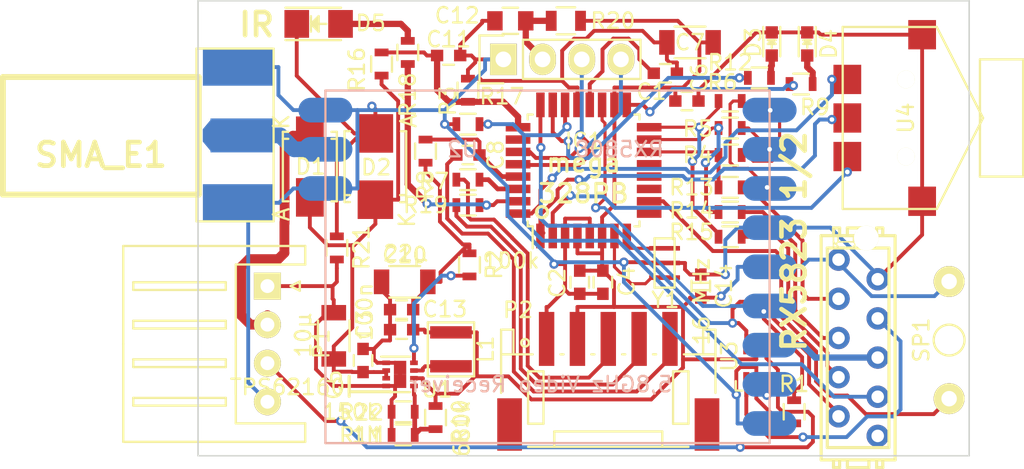
<source format=kicad_pcb>
(kicad_pcb (version 20171130) (host pcbnew "(5.1.12)-1")

  (general
    (thickness 1.6)
    (drawings 14)
    (tracks 668)
    (zones 0)
    (modules 54)
    (nets 54)
  )

  (page A4)
  (title_block
    (title "FPV Receiver Diversity Pro Part1/2")
    (date 2016-04-07)
    (rev 0.2)
  )

  (layers
    (0 F.Cu signal)
    (31 B.Cu signal)
    (34 B.Paste user hide)
    (35 F.Paste user hide)
    (36 B.SilkS user hide)
    (37 F.SilkS user hide)
    (38 B.Mask user hide)
    (39 F.Mask user hide)
    (40 Dwgs.User user hide)
    (42 Eco1.User user hide)
    (44 Edge.Cuts user)
  )

  (setup
    (last_trace_width 0.25)
    (user_trace_width 0.2032)
    (user_trace_width 0.254)
    (user_trace_width 0.4064)
    (user_trace_width 0.508)
    (user_trace_width 0.635)
    (user_trace_width 1.016)
    (user_trace_width 1.27)
    (trace_clearance 0.2)
    (zone_clearance 0.254)
    (zone_45_only no)
    (trace_min 0.155)
    (via_size 0.6)
    (via_drill 0.3)
    (via_min_size 0.6)
    (via_min_drill 0.3)
    (user_via 0.7 0.4)
    (user_via 0.8 0.5)
    (uvia_size 0.508)
    (uvia_drill 0.127)
    (uvias_allowed no)
    (uvia_min_size 0.508)
    (uvia_min_drill 0.127)
    (edge_width 0.1)
    (segment_width 0.2)
    (pcb_text_width 0.3)
    (pcb_text_size 1.5 1.5)
    (mod_edge_width 0.15)
    (mod_text_size 1 1)
    (mod_text_width 0.15)
    (pad_size 1.59766 1.80086)
    (pad_drill 0)
    (pad_to_mask_clearance 0.1)
    (aux_axis_origin 0 0)
    (visible_elements 7FFFFFFF)
    (pcbplotparams
      (layerselection 0x00008_7ffffffe)
      (usegerberextensions false)
      (usegerberattributes true)
      (usegerberadvancedattributes true)
      (creategerberjobfile true)
      (excludeedgelayer false)
      (linewidth 0.100000)
      (plotframeref false)
      (viasonmask false)
      (mode 1)
      (useauxorigin false)
      (hpglpennumber 1)
      (hpglpenspeed 20)
      (hpglpendiameter 15.000000)
      (psnegative false)
      (psa4output false)
      (plotreference true)
      (plotvalue false)
      (plotinvisibletext false)
      (padsonsilk false)
      (subtractmaskfromsilk false)
      (outputformat 5)
      (mirror false)
      (drillshape 0)
      (scaleselection 1)
      (outputdirectory "gerber/"))
  )

  (net 0 "")
  (net 1 "Net-(C1-Pad1)")
  (net 2 GND)
  (net 3 +5V)
  (net 4 +12V)
  (net 5 /reset)
  (net 6 /DTR)
  (net 7 "Net-(D1-Pad1)")
  (net 8 "Net-(D3-Pad2)")
  (net 9 /mode)
  (net 10 /down)
  (net 11 "Net-(IC1-Pad7)")
  (net 12 "Net-(IC1-Pad8)")
  (net 13 /buzzer)
  (net 14 "Net-(IC1-Pad11)")
  (net 15 "Net-(IC1-Pad13)")
  (net 16 /mosi)
  (net 17 /miso)
  (net 18 "Net-(IC1-Pad30)")
  (net 19 "Net-(IC1-Pad31)")
  (net 20 /up)
  (net 21 "Net-(L1-Pad1)")
  (net 22 /rxd)
  (net 23 /txd)
  (net 24 "Net-(R2-Pad1)")
  (net 25 "Net-(R10-Pad2)")
  (net 26 "Net-(SMA_E1-Pad1)")
  (net 27 GNDPWR)
  (net 28 "Net-(IC1-Pad12)")
  (net 29 "Net-(IC1-Pad26)")
  (net 30 /Video2)
  (net 31 /Video1)
  (net 32 /led2)
  (net 33 /Funk2_data)
  (net 34 /ss)
  (net 35 /Funk2_ss)
  (net 36 /Funk2_clk)
  (net 37 /led1)
  (net 38 /rssi1)
  (net 39 /rssi2)
  (net 40 /Funk1_data)
  (net 41 /Funk1_ss)
  (net 42 /Funk1_clk)
  (net 43 "Net-(D4-Pad2)")
  (net 44 /led3)
  (net 45 /scl)
  (net 46 /sda)
  (net 47 "Net-(IC1-Pad9)")
  (net 48 /Audio1)
  (net 49 "Net-(P7-Pad10)")
  (net 50 /adc_12V)
  (net 51 /VidOut)
  (net 52 "Net-(D5-Pad2)")
  (net 53 "Net-(C12-Pad1)")

  (net_class Default "Dies ist die voreingestellte Netzklasse."
    (clearance 0.2)
    (trace_width 0.25)
    (via_dia 0.6)
    (via_drill 0.3)
    (uvia_dia 0.508)
    (uvia_drill 0.127)
    (add_net +12V)
    (add_net +5V)
    (add_net /Audio1)
    (add_net /DTR)
    (add_net /Funk1_clk)
    (add_net /Funk1_data)
    (add_net /Funk1_ss)
    (add_net /Funk2_clk)
    (add_net /Funk2_data)
    (add_net /Funk2_ss)
    (add_net /VidOut)
    (add_net /Video1)
    (add_net /Video2)
    (add_net /adc_12V)
    (add_net /buzzer)
    (add_net /down)
    (add_net /led1)
    (add_net /led2)
    (add_net /led3)
    (add_net /miso)
    (add_net /mode)
    (add_net /mosi)
    (add_net /reset)
    (add_net /rssi1)
    (add_net /rssi2)
    (add_net /rxd)
    (add_net /scl)
    (add_net /sda)
    (add_net /ss)
    (add_net /txd)
    (add_net /up)
    (add_net GND)
    (add_net GNDPWR)
    (add_net "Net-(C1-Pad1)")
    (add_net "Net-(C12-Pad1)")
    (add_net "Net-(D1-Pad1)")
    (add_net "Net-(D3-Pad2)")
    (add_net "Net-(D4-Pad2)")
    (add_net "Net-(D5-Pad2)")
    (add_net "Net-(IC1-Pad11)")
    (add_net "Net-(IC1-Pad12)")
    (add_net "Net-(IC1-Pad13)")
    (add_net "Net-(IC1-Pad26)")
    (add_net "Net-(IC1-Pad30)")
    (add_net "Net-(IC1-Pad31)")
    (add_net "Net-(IC1-Pad7)")
    (add_net "Net-(IC1-Pad8)")
    (add_net "Net-(IC1-Pad9)")
    (add_net "Net-(L1-Pad1)")
    (add_net "Net-(P7-Pad10)")
    (add_net "Net-(R10-Pad2)")
    (add_net "Net-(R2-Pad1)")
    (add_net "Net-(SMA_E1-Pad1)")
  )

  (module Foxtech:RX5808 (layer B.Cu) (tedit 54EF1F9D) (tstamp 54F075E2)
    (at 136.5 112.25)
    (path /54EE5ACF)
    (fp_text reference U2 (at -6.35 -7.62) (layer B.SilkS)
      (effects (font (size 1 1) (thickness 0.15)) (justify mirror))
    )
    (fp_text value RX5808 (at 3.81 -7.62) (layer B.SilkS)
      (effects (font (size 1 1) (thickness 0.15)) (justify mirror))
    )
    (fp_line (start 13.56 11.43) (end -15.24 11.43) (layer B.SilkS) (width 0.15))
    (fp_line (start -15.24 11.43) (end -15.24 -11.43) (layer B.SilkS) (width 0.15))
    (fp_line (start -15.24 -11.43) (end 13.56 -11.43) (layer B.SilkS) (width 0.15))
    (fp_line (start 13.56 -11.43) (end 13.56 11.43) (layer B.SilkS) (width 0.15))
    (fp_text user "5,8GHz Video Receiver" (at -1.27 7.62) (layer B.SilkS)
      (effects (font (size 1 1) (thickness 0.15)) (justify mirror))
    )
    (pad 1 smd oval (at -15.24 -5.08) (size 3.5 1.6) (layers B.Cu B.Mask)
      (net 2 GND))
    (pad 2 smd oval (at -15.24 -7.62) (size 3.5 1.6) (layers B.Cu B.Mask)
      (net 26 "Net-(SMA_E1-Pad1)"))
    (pad 3 smd oval (at -15.24 -10.16) (size 3.5 1.6) (layers B.Cu B.Mask)
      (net 2 GND))
    (pad 4 smd oval (at 13.56 -10.16) (size 3.5 1.6) (layers B.Cu B.Mask)
      (net 40 /Funk1_data))
    (pad 5 smd oval (at 13.56 -7.62) (size 3.5 1.6) (layers B.Cu B.Mask)
      (net 41 /Funk1_ss))
    (pad 6 smd oval (at 13.56 -5.08) (size 3.5 1.6) (layers B.Cu B.Mask)
      (net 42 /Funk1_clk))
    (pad 7 smd oval (at 13.56 -2.54) (size 3.5 1.6) (layers B.Cu B.Mask)
      (net 2 GND))
    (pad 8 smd oval (at 13.56 0) (size 3.5 1.6) (layers B.Cu B.Mask)
      (net 3 +5V))
    (pad 9 smd oval (at 13.56 2.54) (size 3.5 1.6) (layers B.Cu B.Mask)
      (net 38 /rssi1))
    (pad 10 smd oval (at 13.56 5.08) (size 3.5 1.6) (layers B.Cu B.Mask)
      (net 48 /Audio1))
    (pad 11 smd oval (at 13.56 7.62) (size 3.5 1.6) (layers B.Cu B.Mask)
      (net 31 /Video1))
    (pad 12 smd oval (at 13.56 10.16) (size 3.5 1.6) (layers B.Cu B.Mask)
      (net 2 GND))
  )

  (module Buzzers_Beepers:Buzzer_12x9.5RM7.6 (layer F.Cu) (tedit 57331DB3) (tstamp 57059129)
    (at 161.7 117 270)
    (descr "Generic Buzzer, D12mm height 9.5mm with RM7.6mm")
    (tags buzzer)
    (path /54EED9F6)
    (fp_text reference SP1 (at 0 1.8 270) (layer F.SilkS)
      (effects (font (size 1 1) (thickness 0.15)))
    )
    (fp_text value BUZ (at -1.00076 8.001 270) (layer F.Fab)
      (effects (font (size 1 1) (thickness 0.15)))
    )
    (fp_circle (center 0 0) (end 1.00076 0) (layer F.SilkS) (width 0.15))
    (fp_text user + (at -3.81 -2.54 270) (layer F.SilkS) hide
      (effects (font (size 1 1) (thickness 0.15)))
    )
    (pad 1 thru_hole circle (at -3.79984 0 270) (size 2 2) (drill 1.00076) (layers *.Cu *.Mask F.SilkS)
      (net 3 +5V))
    (pad 2 thru_hole circle (at 3.79984 0 270) (size 2 2) (drill 1.00076) (layers *.Cu *.Mask F.SilkS)
      (net 13 /buzzer))
    (model Buzzers_Beepers.3dshapes/Buzzer_12x9.5RM7.6.wrl
      (at (xyz 0 0 0))
      (scale (xyz 4 4 4))
      (rotate (xyz 0 0 0))
    )
  )

  (module Housings_QFP:TQFP-32_7x7mm_Pitch0.8mm (layer F.Cu) (tedit 57066A2B) (tstamp 570590B4)
    (at 138 106 90)
    (descr "32-Lead Plastic Thin Quad Flatpack (PT) - 7x7x1.0 mm Body, 2.00 mm [TQFP] (see Microchip Packaging Specification 00000049BS.pdf)")
    (tags "QFP 0.8")
    (path /54EE0EEA)
    (attr smd)
    (fp_text reference IC1 (at 1.9 0 180) (layer F.SilkS)
      (effects (font (size 1 1) (thickness 0.15)))
    )
    (fp_text value ATMEGA328-A (at 0 6.05 90) (layer F.Fab)
      (effects (font (size 1 1) (thickness 0.15)))
    )
    (fp_line (start -5.3 -5.3) (end -5.3 5.3) (layer F.CrtYd) (width 0.05))
    (fp_line (start 5.3 -5.3) (end 5.3 5.3) (layer F.CrtYd) (width 0.05))
    (fp_line (start -5.3 -5.3) (end 5.3 -5.3) (layer F.CrtYd) (width 0.05))
    (fp_line (start -5.3 5.3) (end 5.3 5.3) (layer F.CrtYd) (width 0.05))
    (fp_line (start -3.625 -3.625) (end -3.625 -3.3) (layer F.SilkS) (width 0.15))
    (fp_line (start 3.625 -3.625) (end 3.625 -3.3) (layer F.SilkS) (width 0.15))
    (fp_line (start 3.625 3.625) (end 3.625 3.3) (layer F.SilkS) (width 0.15))
    (fp_line (start -3.625 3.625) (end -3.625 3.3) (layer F.SilkS) (width 0.15))
    (fp_line (start -3.625 -3.625) (end -3.3 -3.625) (layer F.SilkS) (width 0.15))
    (fp_line (start -3.625 3.625) (end -3.3 3.625) (layer F.SilkS) (width 0.15))
    (fp_line (start 3.625 3.625) (end 3.3 3.625) (layer F.SilkS) (width 0.15))
    (fp_line (start 3.625 -3.625) (end 3.3 -3.625) (layer F.SilkS) (width 0.15))
    (fp_line (start -3.625 -3.3) (end -5.05 -3.3) (layer F.SilkS) (width 0.15))
    (pad 1 smd rect (at -4.25 -2.8 90) (size 1.6 0.55) (layers F.Cu F.Mask)
      (net 9 /mode))
    (pad 2 smd rect (at -4.25 -2 90) (size 1.6 0.55) (layers F.Cu F.Mask)
      (net 10 /down))
    (pad 3 smd rect (at -4.25 -1.2 90) (size 1.6 0.55) (layers F.Cu F.Mask)
      (net 2 GND))
    (pad 4 smd rect (at -4.25 -0.4 90) (size 1.6 0.55) (layers F.Cu F.Mask)
      (net 3 +5V))
    (pad 5 smd rect (at -4.25 0.4 90) (size 1.6 0.55) (layers F.Cu F.Mask)
      (net 2 GND))
    (pad 6 smd rect (at -4.25 1.2 90) (size 1.6 0.55) (layers F.Cu F.Mask)
      (net 3 +5V))
    (pad 7 smd rect (at -4.25 2 90) (size 1.6 0.55) (layers F.Cu F.Mask)
      (net 11 "Net-(IC1-Pad7)"))
    (pad 8 smd rect (at -4.25 2.8 90) (size 1.6 0.55) (layers F.Cu F.Mask)
      (net 12 "Net-(IC1-Pad8)"))
    (pad 9 smd rect (at -2.8 4.25 180) (size 1.6 0.55) (layers F.Cu F.Mask)
      (net 47 "Net-(IC1-Pad9)"))
    (pad 10 smd rect (at -2 4.25 180) (size 1.6 0.55) (layers F.Cu F.Mask)
      (net 13 /buzzer))
    (pad 11 smd rect (at -1.2 4.25 180) (size 1.6 0.55) (layers F.Cu F.Mask)
      (net 14 "Net-(IC1-Pad11)"))
    (pad 12 smd rect (at -0.4 4.25 180) (size 1.6 0.55) (layers F.Cu F.Mask)
      (net 28 "Net-(IC1-Pad12)"))
    (pad 13 smd rect (at 0.4 4.25 180) (size 1.6 0.55) (layers F.Cu F.Mask)
      (net 15 "Net-(IC1-Pad13)"))
    (pad 14 smd rect (at 1.2 4.25 180) (size 1.6 0.55) (layers F.Cu F.Mask)
      (net 34 /ss))
    (pad 15 smd rect (at 2 4.25 180) (size 1.6 0.55) (layers F.Cu F.Mask)
      (net 16 /mosi))
    (pad 16 smd rect (at 2.8 4.25 180) (size 1.6 0.55) (layers F.Cu F.Mask)
      (net 17 /miso))
    (pad 17 smd rect (at 4.25 2.8 90) (size 1.6 0.55) (layers F.Cu F.Mask)
      (net 44 /led3))
    (pad 18 smd rect (at 4.25 2 90) (size 1.6 0.55) (layers F.Cu F.Mask)
      (net 3 +5V))
    (pad 19 smd rect (at 4.25 1.2 90) (size 1.6 0.55) (layers F.Cu F.Mask)
      (net 38 /rssi1))
    (pad 20 smd rect (at 4.25 0.4 90) (size 1.6 0.55) (layers F.Cu F.Mask)
      (net 1 "Net-(C1-Pad1)"))
    (pad 21 smd rect (at 4.25 -0.4 90) (size 1.6 0.55) (layers F.Cu F.Mask)
      (net 2 GND))
    (pad 22 smd rect (at 4.25 -1.2 90) (size 1.6 0.55) (layers F.Cu F.Mask)
      (net 39 /rssi2))
    (pad 23 smd rect (at 4.25 -2 90) (size 1.6 0.55) (layers F.Cu F.Mask)
      (net 37 /led1))
    (pad 24 smd rect (at 4.25 -2.8 90) (size 1.6 0.55) (layers F.Cu F.Mask)
      (net 32 /led2))
    (pad 25 smd rect (at 2.8 -4.25 180) (size 1.6 0.55) (layers F.Cu F.Mask)
      (net 50 /adc_12V))
    (pad 26 smd rect (at 2 -4.25 180) (size 1.6 0.55) (layers F.Cu F.Mask)
      (net 29 "Net-(IC1-Pad26)"))
    (pad 27 smd rect (at 1.2 -4.25 180) (size 1.6 0.55) (layers F.Cu F.Mask)
      (net 46 /sda))
    (pad 28 smd rect (at 0.4 -4.25 180) (size 1.6 0.55) (layers F.Cu F.Mask)
      (net 45 /scl))
    (pad 29 smd rect (at -0.4 -4.25 180) (size 1.6 0.55) (layers F.Cu F.Mask)
      (net 5 /reset))
    (pad 30 smd rect (at -1.2 -4.25 180) (size 1.6 0.55) (layers F.Cu F.Mask)
      (net 18 "Net-(IC1-Pad30)"))
    (pad 31 smd rect (at -2 -4.25 180) (size 1.6 0.55) (layers F.Cu F.Mask)
      (net 19 "Net-(IC1-Pad31)"))
    (pad 32 smd rect (at -2.8 -4.25 180) (size 1.6 0.55) (layers F.Cu F.Mask)
      (net 20 /up))
    (model Housings_QFP.3dshapes/TQFP-32_7x7mm_Pitch0.8mm.wrl
      (at (xyz 0 0 0))
      (scale (xyz 1 1 1))
      (rotate (xyz 0 0 0))
    )
  )

  (module Capacitors_SMD:C_0603 (layer F.Cu) (tedit 57066A61) (tstamp 54F07346)
    (at 123.7 118.325 90)
    (descr "Capacitor SMD 0603, reflow soldering, AVX (see smccp.pdf)")
    (tags "capacitor 0603")
    (path /54EE948B)
    (attr smd)
    (fp_text reference C3 (at 2.325 0.1 90) (layer F.SilkS)
      (effects (font (size 1 1) (thickness 0.15)))
    )
    (fp_text value 100n (at -3.025 -0.875 90) (layer F.SilkS) hide
      (effects (font (size 1 1) (thickness 0.15)))
    )
    (fp_line (start -1.45 -0.75) (end 1.45 -0.75) (layer F.CrtYd) (width 0.05))
    (fp_line (start -1.45 0.75) (end 1.45 0.75) (layer F.CrtYd) (width 0.05))
    (fp_line (start -1.45 -0.75) (end -1.45 0.75) (layer F.CrtYd) (width 0.05))
    (fp_line (start 1.45 -0.75) (end 1.45 0.75) (layer F.CrtYd) (width 0.05))
    (fp_line (start -0.35 -0.6) (end 0.35 -0.6) (layer F.SilkS) (width 0.15))
    (fp_line (start 0.35 0.6) (end -0.35 0.6) (layer F.SilkS) (width 0.15))
    (pad 1 smd rect (at -0.75 0 90) (size 0.8 0.75) (layers F.Cu F.Mask)
      (net 4 +12V))
    (pad 2 smd rect (at 0.75 0 90) (size 0.8 0.75) (layers F.Cu F.Mask)
      (net 27 GNDPWR))
    (model Capacitors_SMD/C_0603.wrl
      (at (xyz 0 0 0))
      (scale (xyz 1 1 1))
      (rotate (xyz 0 0 0))
    )
  )

  (module Capacitors_SMD:C_1206 (layer F.Cu) (tedit 57066A6A) (tstamp 54F0735E)
    (at 121.8 116.725 90)
    (descr "Capacitor SMD 1206, reflow soldering, AVX (see smccp.pdf)")
    (tags "capacitor 1206")
    (path /54EE9497)
    (attr smd)
    (fp_text reference C5 (at -3.175 0 90) (layer F.SilkS)
      (effects (font (size 1 1) (thickness 0.15)))
    )
    (fp_text value 10µ (at 0.075 -1.975 270) (layer F.SilkS)
      (effects (font (size 1 1) (thickness 0.15)))
    )
    (fp_line (start -2.3 -1.15) (end 2.3 -1.15) (layer F.CrtYd) (width 0.05))
    (fp_line (start -2.3 1.15) (end 2.3 1.15) (layer F.CrtYd) (width 0.05))
    (fp_line (start -2.3 -1.15) (end -2.3 1.15) (layer F.CrtYd) (width 0.05))
    (fp_line (start 2.3 -1.15) (end 2.3 1.15) (layer F.CrtYd) (width 0.05))
    (fp_line (start 1 -1.025) (end -1 -1.025) (layer F.SilkS) (width 0.15))
    (fp_line (start -1 1.025) (end 1 1.025) (layer F.SilkS) (width 0.15))
    (pad 1 smd rect (at -1.5 0 90) (size 1 1.6) (layers F.Cu F.Mask)
      (net 4 +12V))
    (pad 2 smd rect (at 1.5 0 90) (size 1 1.6) (layers F.Cu F.Mask)
      (net 27 GNDPWR))
    (model Capacitors_SMD/C_1206.wrl
      (at (xyz 0 0 0))
      (scale (xyz 1 1 1))
      (rotate (xyz 0 0 0))
    )
  )

  (module Capacitors_SMD:C_0603 (layer F.Cu) (tedit 57066AA5) (tstamp 54F0738E)
    (at 126.2 116.325 180)
    (descr "Capacitor SMD 0603, reflow soldering, AVX (see smccp.pdf)")
    (tags "capacitor 0603")
    (path /54EE89CE)
    (attr smd)
    (fp_text reference C9 (at -4 1.525 180) (layer F.SilkS) hide
      (effects (font (size 1 1) (thickness 0.15)))
    )
    (fp_text value 100n (at 10.175 1.35 180) (layer F.SilkS) hide
      (effects (font (size 1 1) (thickness 0.15)))
    )
    (fp_line (start -1.45 -0.75) (end 1.45 -0.75) (layer F.CrtYd) (width 0.05))
    (fp_line (start -1.45 0.75) (end 1.45 0.75) (layer F.CrtYd) (width 0.05))
    (fp_line (start -1.45 -0.75) (end -1.45 0.75) (layer F.CrtYd) (width 0.05))
    (fp_line (start 1.45 -0.75) (end 1.45 0.75) (layer F.CrtYd) (width 0.05))
    (fp_line (start -0.35 -0.6) (end 0.35 -0.6) (layer F.SilkS) (width 0.15))
    (fp_line (start 0.35 0.6) (end -0.35 0.6) (layer F.SilkS) (width 0.15))
    (pad 1 smd rect (at -0.75 0 180) (size 0.8 0.75) (layers F.Cu F.Mask)
      (net 3 +5V))
    (pad 2 smd rect (at 0.75 0 180) (size 0.8 0.75) (layers F.Cu F.Mask)
      (net 27 GNDPWR))
    (model Capacitors_SMD/C_0603.wrl
      (at (xyz 0 0 0))
      (scale (xyz 1 1 1))
      (rotate (xyz 0 0 0))
    )
  )

  (module Capacitors_SMD:C_1206 (layer F.Cu) (tedit 57066A5C) (tstamp 54F0739A)
    (at 126.4 113.225 180)
    (descr "Capacitor SMD 1206, reflow soldering, AVX (see smccp.pdf)")
    (tags "capacitor 1206")
    (path /54EE8A62)
    (attr smd)
    (fp_text reference C10 (at 0 1.725 180) (layer F.SilkS)
      (effects (font (size 1 1) (thickness 0.15)))
    )
    (fp_text value 22µ (at -0.1 1.85 180) (layer F.SilkS)
      (effects (font (size 1 1) (thickness 0.15)))
    )
    (fp_line (start -2.3 -1.15) (end 2.3 -1.15) (layer F.CrtYd) (width 0.05))
    (fp_line (start -2.3 1.15) (end 2.3 1.15) (layer F.CrtYd) (width 0.05))
    (fp_line (start -2.3 -1.15) (end -2.3 1.15) (layer F.CrtYd) (width 0.05))
    (fp_line (start 2.3 -1.15) (end 2.3 1.15) (layer F.CrtYd) (width 0.05))
    (fp_line (start 1 -1.025) (end -1 -1.025) (layer F.SilkS) (width 0.15))
    (fp_line (start -1 1.025) (end 1 1.025) (layer F.SilkS) (width 0.15))
    (pad 1 smd rect (at -1.5 0 180) (size 1 1.6) (layers F.Cu F.Mask)
      (net 3 +5V))
    (pad 2 smd rect (at 1.5 0 180) (size 1 1.6) (layers F.Cu F.Mask)
      (net 27 GNDPWR))
    (model Capacitors_SMD/C_1206.wrl
      (at (xyz 0 0 0))
      (scale (xyz 1 1 1))
      (rotate (xyz 0 0 0))
    )
  )

  (module Resistors_SMD:R_0603 (layer F.Cu) (tedit 57066A58) (tstamp 54F074CD)
    (at 130.6 112.125 90)
    (descr "Resistor SMD 0603, reflow soldering, Vishay (see dcrcw.pdf)")
    (tags "resistor 0603")
    (path /54EE86C7)
    (attr smd)
    (fp_text reference R2 (at 0.025 1.6 90) (layer F.SilkS)
      (effects (font (size 1 1) (thickness 0.15)))
    )
    (fp_text value 100k (at 0.275 2.7 180) (layer F.SilkS)
      (effects (font (size 1 1) (thickness 0.15)))
    )
    (fp_line (start -1.3 -0.8) (end 1.3 -0.8) (layer F.CrtYd) (width 0.05))
    (fp_line (start -1.3 0.8) (end 1.3 0.8) (layer F.CrtYd) (width 0.05))
    (fp_line (start -1.3 -0.8) (end -1.3 0.8) (layer F.CrtYd) (width 0.05))
    (fp_line (start 1.3 -0.8) (end 1.3 0.8) (layer F.CrtYd) (width 0.05))
    (fp_line (start 0.5 0.675) (end -0.5 0.675) (layer F.SilkS) (width 0.15))
    (fp_line (start -0.5 -0.675) (end 0.5 -0.675) (layer F.SilkS) (width 0.15))
    (pad 1 smd rect (at -0.75 0 90) (size 0.5 0.9) (layers F.Cu F.Mask)
      (net 24 "Net-(R2-Pad1)"))
    (pad 2 smd rect (at 0.75 0 90) (size 0.5 0.9) (layers F.Cu F.Mask)
      (net 3 +5V))
    (model Resistors_SMD/R_0603.wrl
      (at (xyz 0 0 0))
      (scale (xyz 1 1 1))
      (rotate (xyz 0 0 0))
    )
  )

  (module Resistors_SMD:R_0603 (layer F.Cu) (tedit 57066AF5) (tstamp 54F0752D)
    (at 128.4 122.025 270)
    (descr "Resistor SMD 0603, reflow soldering, Vishay (see dcrcw.pdf)")
    (tags "resistor 0603")
    (path /54EE87EC)
    (attr smd)
    (fp_text reference R10 (at 0.275 -1.6 270) (layer F.SilkS)
      (effects (font (size 1 1) (thickness 0.15)))
    )
    (fp_text value 680k (at 0.725 -1.7 270) (layer F.SilkS)
      (effects (font (size 1 1) (thickness 0.15)))
    )
    (fp_line (start -1.3 -0.8) (end 1.3 -0.8) (layer F.CrtYd) (width 0.05))
    (fp_line (start -1.3 0.8) (end 1.3 0.8) (layer F.CrtYd) (width 0.05))
    (fp_line (start -1.3 -0.8) (end -1.3 0.8) (layer F.CrtYd) (width 0.05))
    (fp_line (start 1.3 -0.8) (end 1.3 0.8) (layer F.CrtYd) (width 0.05))
    (fp_line (start 0.5 0.675) (end -0.5 0.675) (layer F.SilkS) (width 0.15))
    (fp_line (start -0.5 -0.675) (end 0.5 -0.675) (layer F.SilkS) (width 0.15))
    (pad 1 smd rect (at -0.75 0 270) (size 0.5 0.9) (layers F.Cu F.Mask)
      (net 3 +5V))
    (pad 2 smd rect (at 0.75 0 270) (size 0.5 0.9) (layers F.Cu F.Mask)
      (net 25 "Net-(R10-Pad2)"))
    (model Resistors_SMD/R_0603.wrl
      (at (xyz 0 0 0))
      (scale (xyz 1 1 1))
      (rotate (xyz 0 0 0))
    )
  )

  (module Housings_DFN_QFN:DFN-8-1EP_2x2mm_Pitch0.5mm (layer F.Cu) (tedit 57066AEC) (tstamp 54F075CD)
    (at 126.1 119.225)
    (descr "DFN8 2x2, 0.5P; CASE 506CN (see ON Semiconductor 506CN.PDF)")
    (tags "DFN 0.5")
    (path /54EE7D7A)
    (attr smd)
    (fp_text reference U1 (at 2.4 0.975) (layer F.SilkS)
      (effects (font (size 1 1) (thickness 0.15)))
    )
    (fp_text value TPS62160 (at -7.3 0.825) (layer F.SilkS)
      (effects (font (size 1 1) (thickness 0.15)))
    )
    (fp_line (start -1.4 -1.35) (end -1.4 1.35) (layer F.CrtYd) (width 0.05))
    (fp_line (start 1.4 -1.35) (end 1.4 1.35) (layer F.CrtYd) (width 0.05))
    (fp_line (start -1.4 -1.35) (end 1.4 -1.35) (layer F.CrtYd) (width 0.05))
    (fp_line (start -1.4 1.35) (end 1.4 1.35) (layer F.CrtYd) (width 0.05))
    (fp_line (start -0.65 1.15) (end 0.65 1.15) (layer F.SilkS) (width 0.15))
    (fp_line (start -1.225 -1.15) (end 0.65 -1.15) (layer F.SilkS) (width 0.15))
    (pad 1 smd rect (at -0.9 -0.75) (size 0.5 0.3) (layers F.Cu F.Mask)
      (net 27 GNDPWR))
    (pad 2 smd rect (at -0.9 -0.25) (size 0.5 0.3) (layers F.Cu F.Mask)
      (net 4 +12V))
    (pad 3 smd rect (at -0.9 0.25) (size 0.5 0.3) (layers F.Cu F.Mask)
      (net 4 +12V))
    (pad 4 smd rect (at -0.9 0.75) (size 0.5 0.3) (layers F.Cu F.Mask)
      (net 27 GNDPWR))
    (pad 5 smd rect (at 0.9 0.75) (size 0.5 0.3) (layers F.Cu F.Mask)
      (net 25 "Net-(R10-Pad2)"))
    (pad 6 smd rect (at 0.9 0.25) (size 0.5 0.3) (layers F.Cu F.Mask)
      (net 3 +5V))
    (pad 7 smd rect (at 0.9 -0.25) (size 0.5 0.3) (layers F.Cu F.Mask)
      (net 21 "Net-(L1-Pad1)"))
    (pad 8 smd rect (at 0.9 -0.75) (size 0.5 0.3) (layers F.Cu F.Mask)
      (net 24 "Net-(R2-Pad1)"))
    (pad EP smd rect (at 0 0.44) (size 0.8 0.88) (layers F.Cu F.Mask)
      (net 27 GNDPWR) (solder_paste_margin_ratio -0.2))
    (pad EP smd rect (at 0 -0.44) (size 0.8 0.88) (layers F.Cu F.Mask)
      (net 27 GNDPWR) (solder_paste_margin_ratio -0.2))
    (model Housings_DFN_QFN/DFN-8-1EP_2x2mm_Pitch0.5mm.wrl
      (at (xyz 0 0 0))
      (scale (xyz 1 1 1))
      (rotate (xyz 0 0 0))
    )
  )

  (module Capacitors_SMD:C_0603 (layer F.Cu) (tedit 57066ADA) (tstamp 54F19348)
    (at 126.2 115.025 180)
    (descr "Capacitor SMD 0603, reflow soldering, AVX (see smccp.pdf)")
    (tags "capacitor 0603")
    (path /54F19297)
    (attr smd)
    (fp_text reference C13 (at -2.8 0.025 180) (layer F.SilkS)
      (effects (font (size 1 1) (thickness 0.15)))
    )
    (fp_text value 100n (at 2.4 -0.15 270) (layer F.SilkS)
      (effects (font (size 1 1) (thickness 0.15)))
    )
    (fp_line (start -1.45 -0.75) (end 1.45 -0.75) (layer F.CrtYd) (width 0.05))
    (fp_line (start -1.45 0.75) (end 1.45 0.75) (layer F.CrtYd) (width 0.05))
    (fp_line (start -1.45 -0.75) (end -1.45 0.75) (layer F.CrtYd) (width 0.05))
    (fp_line (start 1.45 -0.75) (end 1.45 0.75) (layer F.CrtYd) (width 0.05))
    (fp_line (start -0.35 -0.6) (end 0.35 -0.6) (layer F.SilkS) (width 0.15))
    (fp_line (start 0.35 0.6) (end -0.35 0.6) (layer F.SilkS) (width 0.15))
    (pad 1 smd rect (at -0.75 0 180) (size 0.8 0.75) (layers F.Cu F.Mask)
      (net 3 +5V))
    (pad 2 smd rect (at 0.75 0 180) (size 0.8 0.75) (layers F.Cu F.Mask)
      (net 27 GNDPWR))
    (model Capacitors_SMD/C_0603.wrl
      (at (xyz 0 0 0))
      (scale (xyz 1 1 1))
      (rotate (xyz 0 0 0))
    )
  )

  (module Resistors_SMD:R_0603 (layer F.Cu) (tedit 57066A55) (tstamp 54F19361)
    (at 122 111.025 90)
    (descr "Resistor SMD 0603, reflow soldering, Vishay (see dcrcw.pdf)")
    (tags "resistor 0603")
    (path /54F19CCA)
    (attr smd)
    (fp_text reference R21 (at 0.025 1.6 90) (layer F.SilkS)
      (effects (font (size 1 1) (thickness 0.15)))
    )
    (fp_text value brücke (at 0.875 -3.475 180) (layer F.SilkS) hide
      (effects (font (size 1 1) (thickness 0.15)))
    )
    (fp_line (start -1.3 -0.8) (end 1.3 -0.8) (layer F.CrtYd) (width 0.05))
    (fp_line (start -1.3 0.8) (end 1.3 0.8) (layer F.CrtYd) (width 0.05))
    (fp_line (start -1.3 -0.8) (end -1.3 0.8) (layer F.CrtYd) (width 0.05))
    (fp_line (start 1.3 -0.8) (end 1.3 0.8) (layer F.CrtYd) (width 0.05))
    (fp_line (start 0.5 0.675) (end -0.5 0.675) (layer F.SilkS) (width 0.15))
    (fp_line (start -0.5 -0.675) (end 0.5 -0.675) (layer F.SilkS) (width 0.15))
    (pad 1 smd rect (at -0.75 0 90) (size 0.5 0.9) (layers F.Cu F.Mask)
      (net 27 GNDPWR))
    (pad 2 smd rect (at 0.75 0 90) (size 0.5 0.9) (layers F.Cu F.Mask)
      (net 2 GND) (zone_connect 2))
    (model Resistors_SMD/R_0603.wrl
      (at (xyz 0 0 0))
      (scale (xyz 1 1 1))
      (rotate (xyz 0 0 0))
    )
  )

  (module Resistors_SMD:R_0603 (layer F.Cu) (tedit 57066AE8) (tstamp 551FF301)
    (at 126.3 123.15 180)
    (descr "Resistor SMD 0603, reflow soldering, Vishay (see dcrcw.pdf)")
    (tags "resistor 0603")
    (path /54EE881D)
    (attr smd)
    (fp_text reference R11 (at 2.7 -0.05 180) (layer F.SilkS)
      (effects (font (size 1 1) (thickness 0.15)))
    )
    (fp_text value 1M (at 2.3 0 180) (layer F.SilkS)
      (effects (font (size 1 1) (thickness 0.15)))
    )
    (fp_line (start -1.3 -0.8) (end 1.3 -0.8) (layer F.CrtYd) (width 0.05))
    (fp_line (start -1.3 0.8) (end 1.3 0.8) (layer F.CrtYd) (width 0.05))
    (fp_line (start -1.3 -0.8) (end -1.3 0.8) (layer F.CrtYd) (width 0.05))
    (fp_line (start 1.3 -0.8) (end 1.3 0.8) (layer F.CrtYd) (width 0.05))
    (fp_line (start 0.5 0.675) (end -0.5 0.675) (layer F.SilkS) (width 0.15))
    (fp_line (start -0.5 -0.675) (end 0.5 -0.675) (layer F.SilkS) (width 0.15))
    (pad 1 smd rect (at -0.75 0 180) (size 0.5 0.9) (layers F.Cu F.Mask)
      (net 25 "Net-(R10-Pad2)"))
    (pad 2 smd rect (at 0.75 0 180) (size 0.5 0.9) (layers F.Cu F.Mask)
      (net 27 GNDPWR))
    (model Resistors_SMD.3dshapes/R_0603.wrl
      (at (xyz 0 0 0))
      (scale (xyz 1 1 1))
      (rotate (xyz 0 0 0))
    )
  )

  (module Resistors_SMD:R_0603 (layer F.Cu) (tedit 57066AF0) (tstamp 551FF3ED)
    (at 126.3 121.65 180)
    (descr "Resistor SMD 0603, reflow soldering, Vishay (see dcrcw.pdf)")
    (tags "resistor 0603")
    (path /551FF942)
    (attr smd)
    (fp_text reference R22 (at 2.7 -0.05 180) (layer F.SilkS)
      (effects (font (size 1 1) (thickness 0.15)))
    )
    (fp_text value 150k (at 3.4 0 180) (layer F.SilkS)
      (effects (font (size 1 1) (thickness 0.15)))
    )
    (fp_line (start -1.3 -0.8) (end 1.3 -0.8) (layer F.CrtYd) (width 0.05))
    (fp_line (start -1.3 0.8) (end 1.3 0.8) (layer F.CrtYd) (width 0.05))
    (fp_line (start -1.3 -0.8) (end -1.3 0.8) (layer F.CrtYd) (width 0.05))
    (fp_line (start 1.3 -0.8) (end 1.3 0.8) (layer F.CrtYd) (width 0.05))
    (fp_line (start 0.5 0.675) (end -0.5 0.675) (layer F.SilkS) (width 0.15))
    (fp_line (start -0.5 -0.675) (end 0.5 -0.675) (layer F.SilkS) (width 0.15))
    (pad 1 smd rect (at -0.75 0 180) (size 0.5 0.9) (layers F.Cu F.Mask)
      (net 25 "Net-(R10-Pad2)"))
    (pad 2 smd rect (at 0.75 0 180) (size 0.5 0.9) (layers F.Cu F.Mask)
      (net 27 GNDPWR))
    (model Resistors_SMD.3dshapes/R_0603.wrl
      (at (xyz 0 0 0))
      (scale (xyz 1 1 1))
      (rotate (xyz 0 0 0))
    )
  )

  (module Capacitors_SMD:C_0603 (layer F.Cu) (tedit 57066911) (tstamp 57059054)
    (at 143.3 99.7)
    (descr "Capacitor SMD 0603, reflow soldering, AVX (see smccp.pdf)")
    (tags "capacitor 0603")
    (path /54EE2578)
    (attr smd)
    (fp_text reference C1 (at -0.9 1.2) (layer F.SilkS)
      (effects (font (size 1 1) (thickness 0.15)))
    )
    (fp_text value 100n (at 0 1.9) (layer F.Fab)
      (effects (font (size 1 1) (thickness 0.15)))
    )
    (fp_line (start -1.45 -0.75) (end 1.45 -0.75) (layer F.CrtYd) (width 0.05))
    (fp_line (start -1.45 0.75) (end 1.45 0.75) (layer F.CrtYd) (width 0.05))
    (fp_line (start -1.45 -0.75) (end -1.45 0.75) (layer F.CrtYd) (width 0.05))
    (fp_line (start 1.45 -0.75) (end 1.45 0.75) (layer F.CrtYd) (width 0.05))
    (fp_line (start -0.35 -0.6) (end 0.35 -0.6) (layer F.SilkS) (width 0.15))
    (fp_line (start 0.35 0.6) (end -0.35 0.6) (layer F.SilkS) (width 0.15))
    (pad 1 smd rect (at -0.75 0) (size 0.8 0.75) (layers F.Cu F.Mask)
      (net 1 "Net-(C1-Pad1)"))
    (pad 2 smd rect (at 0.75 0) (size 0.8 0.75) (layers F.Cu F.Mask)
      (net 2 GND))
    (model Capacitors_SMD.3dshapes/C_0603.wrl
      (at (xyz 0 0 0))
      (scale (xyz 1 1 1))
      (rotate (xyz 0 0 0))
    )
  )

  (module Capacitors_SMD:C_0603 (layer F.Cu) (tedit 5706693E) (tstamp 5705905A)
    (at 137.75 113.25 270)
    (descr "Capacitor SMD 0603, reflow soldering, AVX (see smccp.pdf)")
    (tags "capacitor 0603")
    (path /54EE2194)
    (attr smd)
    (fp_text reference C2 (at 0.05 1.45 270) (layer F.SilkS)
      (effects (font (size 1 1) (thickness 0.15)))
    )
    (fp_text value 100n (at 0 1.9 270) (layer F.Fab)
      (effects (font (size 1 1) (thickness 0.15)))
    )
    (fp_line (start -1.45 -0.75) (end 1.45 -0.75) (layer F.CrtYd) (width 0.05))
    (fp_line (start -1.45 0.75) (end 1.45 0.75) (layer F.CrtYd) (width 0.05))
    (fp_line (start -1.45 -0.75) (end -1.45 0.75) (layer F.CrtYd) (width 0.05))
    (fp_line (start 1.45 -0.75) (end 1.45 0.75) (layer F.CrtYd) (width 0.05))
    (fp_line (start -0.35 -0.6) (end 0.35 -0.6) (layer F.SilkS) (width 0.15))
    (fp_line (start 0.35 0.6) (end -0.35 0.6) (layer F.SilkS) (width 0.15))
    (pad 1 smd rect (at -0.75 0 270) (size 0.8 0.75) (layers F.Cu F.Mask)
      (net 3 +5V))
    (pad 2 smd rect (at 0.75 0 270) (size 0.8 0.75) (layers F.Cu F.Mask)
      (net 2 GND))
    (model Capacitors_SMD.3dshapes/C_0603.wrl
      (at (xyz 0 0 0))
      (scale (xyz 1 1 1))
      (rotate (xyz 0 0 0))
    )
  )

  (module Capacitors_SMD:C_0603 (layer F.Cu) (tedit 57066942) (tstamp 57059060)
    (at 139.25 113.25 270)
    (descr "Capacitor SMD 0603, reflow soldering, AVX (see smccp.pdf)")
    (tags "capacitor 0603")
    (path /54EE231F)
    (attr smd)
    (fp_text reference C4 (at -0.05 -1.55 270) (layer F.SilkS)
      (effects (font (size 1 1) (thickness 0.15)))
    )
    (fp_text value 100n (at 0 1.9 270) (layer F.Fab)
      (effects (font (size 1 1) (thickness 0.15)))
    )
    (fp_line (start -1.45 -0.75) (end 1.45 -0.75) (layer F.CrtYd) (width 0.05))
    (fp_line (start -1.45 0.75) (end 1.45 0.75) (layer F.CrtYd) (width 0.05))
    (fp_line (start -1.45 -0.75) (end -1.45 0.75) (layer F.CrtYd) (width 0.05))
    (fp_line (start 1.45 -0.75) (end 1.45 0.75) (layer F.CrtYd) (width 0.05))
    (fp_line (start -0.35 -0.6) (end 0.35 -0.6) (layer F.SilkS) (width 0.15))
    (fp_line (start 0.35 0.6) (end -0.35 0.6) (layer F.SilkS) (width 0.15))
    (pad 1 smd rect (at -0.75 0 270) (size 0.8 0.75) (layers F.Cu F.Mask)
      (net 3 +5V))
    (pad 2 smd rect (at 0.75 0 270) (size 0.8 0.75) (layers F.Cu F.Mask)
      (net 2 GND))
    (model Capacitors_SMD.3dshapes/C_0603.wrl
      (at (xyz 0 0 0))
      (scale (xyz 1 1 1))
      (rotate (xyz 0 0 0))
    )
  )

  (module Capacitors_SMD:C_0603 (layer F.Cu) (tedit 57066917) (tstamp 57059066)
    (at 144.7 101.5)
    (descr "Capacitor SMD 0603, reflow soldering, AVX (see smccp.pdf)")
    (tags "capacitor 0603")
    (path /54EE23A2)
    (attr smd)
    (fp_text reference C6 (at 0.8 -1.5 90) (layer F.SilkS)
      (effects (font (size 1 1) (thickness 0.15)))
    )
    (fp_text value 100n (at 0 1.9) (layer F.Fab)
      (effects (font (size 1 1) (thickness 0.15)))
    )
    (fp_line (start -1.45 -0.75) (end 1.45 -0.75) (layer F.CrtYd) (width 0.05))
    (fp_line (start -1.45 0.75) (end 1.45 0.75) (layer F.CrtYd) (width 0.05))
    (fp_line (start -1.45 -0.75) (end -1.45 0.75) (layer F.CrtYd) (width 0.05))
    (fp_line (start 1.45 -0.75) (end 1.45 0.75) (layer F.CrtYd) (width 0.05))
    (fp_line (start -0.35 -0.6) (end 0.35 -0.6) (layer F.SilkS) (width 0.15))
    (fp_line (start 0.35 0.6) (end -0.35 0.6) (layer F.SilkS) (width 0.15))
    (pad 1 smd rect (at -0.75 0) (size 0.8 0.75) (layers F.Cu F.Mask)
      (net 3 +5V))
    (pad 2 smd rect (at 0.75 0) (size 0.8 0.75) (layers F.Cu F.Mask)
      (net 2 GND))
    (model Capacitors_SMD.3dshapes/C_0603.wrl
      (at (xyz 0 0 0))
      (scale (xyz 1 1 1))
      (rotate (xyz 0 0 0))
    )
  )

  (module Capacitors_SMD:C_1206 (layer F.Cu) (tedit 57066647) (tstamp 5705906C)
    (at 144.9 97.7 180)
    (descr "Capacitor SMD 1206, reflow soldering, AVX (see smccp.pdf)")
    (tags "capacitor 1206")
    (path /54EE23B4)
    (attr smd)
    (fp_text reference C7 (at 0 0 180) (layer F.SilkS)
      (effects (font (size 1 1) (thickness 0.15)))
    )
    (fp_text value 22µ (at 0 2.3 180) (layer F.Fab)
      (effects (font (size 1 1) (thickness 0.15)))
    )
    (fp_line (start -2.3 -1.15) (end 2.3 -1.15) (layer F.CrtYd) (width 0.05))
    (fp_line (start -2.3 1.15) (end 2.3 1.15) (layer F.CrtYd) (width 0.05))
    (fp_line (start -2.3 -1.15) (end -2.3 1.15) (layer F.CrtYd) (width 0.05))
    (fp_line (start 2.3 -1.15) (end 2.3 1.15) (layer F.CrtYd) (width 0.05))
    (fp_line (start 1 -1.025) (end -1 -1.025) (layer F.SilkS) (width 0.15))
    (fp_line (start -1 1.025) (end 1 1.025) (layer F.SilkS) (width 0.15))
    (pad 1 smd rect (at -1.5 0 180) (size 1 1.6) (layers F.Cu F.Mask)
      (net 3 +5V))
    (pad 2 smd rect (at 1.5 0 180) (size 1 1.6) (layers F.Cu F.Mask)
      (net 2 GND))
    (model Capacitors_SMD.3dshapes/C_1206.wrl
      (at (xyz 0 0 0))
      (scale (xyz 1 1 1))
      (rotate (xyz 0 0 0))
    )
  )

  (module Capacitors_SMD:C_0603 (layer F.Cu) (tedit 57066A44) (tstamp 57059072)
    (at 130.5 105 180)
    (descr "Capacitor SMD 0603, reflow soldering, AVX (see smccp.pdf)")
    (tags "capacitor 0603")
    (path /54EE3CF9)
    (attr smd)
    (fp_text reference C8 (at -1.8 0 270) (layer F.SilkS)
      (effects (font (size 1 1) (thickness 0.15)))
    )
    (fp_text value 100n (at 0 1.9 180) (layer F.Fab)
      (effects (font (size 1 1) (thickness 0.15)))
    )
    (fp_line (start -1.45 -0.75) (end 1.45 -0.75) (layer F.CrtYd) (width 0.05))
    (fp_line (start -1.45 0.75) (end 1.45 0.75) (layer F.CrtYd) (width 0.05))
    (fp_line (start -1.45 -0.75) (end -1.45 0.75) (layer F.CrtYd) (width 0.05))
    (fp_line (start 1.45 -0.75) (end 1.45 0.75) (layer F.CrtYd) (width 0.05))
    (fp_line (start -0.35 -0.6) (end 0.35 -0.6) (layer F.SilkS) (width 0.15))
    (fp_line (start 0.35 0.6) (end -0.35 0.6) (layer F.SilkS) (width 0.15))
    (pad 1 smd rect (at -0.75 0 180) (size 0.8 0.75) (layers F.Cu F.Mask)
      (net 5 /reset))
    (pad 2 smd rect (at 0.75 0 180) (size 0.8 0.75) (layers F.Cu F.Mask)
      (net 6 /DTR))
    (model Capacitors_SMD.3dshapes/C_0603.wrl
      (at (xyz 0 0 0))
      (scale (xyz 1 1 1))
      (rotate (xyz 0 0 0))
    )
  )

  (module Capacitors_SMD:C_0603 (layer F.Cu) (tedit 5706695E) (tstamp 57059084)
    (at 145.6 113.5 90)
    (descr "Capacitor SMD 0603, reflow soldering, AVX (see smccp.pdf)")
    (tags "capacitor 0603")
    (path /56FCA0C7)
    (attr smd)
    (fp_text reference C14 (at 0 1.5 90) (layer F.SilkS)
      (effects (font (size 1 1) (thickness 0.15)))
    )
    (fp_text value 100n (at 0 1.9 90) (layer F.Fab)
      (effects (font (size 1 1) (thickness 0.15)))
    )
    (fp_line (start -1.45 -0.75) (end 1.45 -0.75) (layer F.CrtYd) (width 0.05))
    (fp_line (start -1.45 0.75) (end 1.45 0.75) (layer F.CrtYd) (width 0.05))
    (fp_line (start -1.45 -0.75) (end -1.45 0.75) (layer F.CrtYd) (width 0.05))
    (fp_line (start 1.45 -0.75) (end 1.45 0.75) (layer F.CrtYd) (width 0.05))
    (fp_line (start -0.35 -0.6) (end 0.35 -0.6) (layer F.SilkS) (width 0.15))
    (fp_line (start 0.35 0.6) (end -0.35 0.6) (layer F.SilkS) (width 0.15))
    (pad 1 smd rect (at -0.75 0 90) (size 0.8 0.75) (layers F.Cu F.Mask)
      (net 3 +5V))
    (pad 2 smd rect (at 0.75 0 90) (size 0.8 0.75) (layers F.Cu F.Mask)
      (net 2 GND))
    (model Capacitors_SMD.3dshapes/C_0603.wrl
      (at (xyz 0 0 0))
      (scale (xyz 1 1 1))
      (rotate (xyz 0 0 0))
    )
  )

  (module LEDs:LED_0603 (layer F.Cu) (tedit 5706663B) (tstamp 5705908A)
    (at 150.2 97.8 270)
    (descr "LED 0603 smd package")
    (tags "LED led 0603 SMD smd SMT smt smdled SMDLED smtled SMTLED")
    (path /56FCCCE3)
    (attr smd)
    (fp_text reference D3 (at -0.1 1.2 270) (layer F.SilkS)
      (effects (font (size 1 1) (thickness 0.15)))
    )
    (fp_text value grün (at 0 1.5 270) (layer F.Fab)
      (effects (font (size 1 1) (thickness 0.15)))
    )
    (fp_line (start -1.1 0.55) (end 0.8 0.55) (layer F.SilkS) (width 0.15))
    (fp_line (start -1.1 -0.55) (end 0.8 -0.55) (layer F.SilkS) (width 0.15))
    (fp_line (start -0.2 0) (end 0.25 0) (layer F.SilkS) (width 0.15))
    (fp_line (start -0.25 -0.25) (end -0.25 0.25) (layer F.SilkS) (width 0.15))
    (fp_line (start -0.25 0) (end 0 -0.25) (layer F.SilkS) (width 0.15))
    (fp_line (start 0 -0.25) (end 0 0.25) (layer F.SilkS) (width 0.15))
    (fp_line (start 0 0.25) (end -0.25 0) (layer F.SilkS) (width 0.15))
    (fp_line (start 1.4 -0.75) (end 1.4 0.75) (layer F.CrtYd) (width 0.05))
    (fp_line (start 1.4 0.75) (end -1.4 0.75) (layer F.CrtYd) (width 0.05))
    (fp_line (start -1.4 0.75) (end -1.4 -0.75) (layer F.CrtYd) (width 0.05))
    (fp_line (start -1.4 -0.75) (end 1.4 -0.75) (layer F.CrtYd) (width 0.05))
    (pad 2 smd rect (at 0.7493 0 90) (size 0.79756 0.79756) (layers F.Cu F.Mask)
      (net 8 "Net-(D3-Pad2)"))
    (pad 1 smd rect (at -0.7493 0 90) (size 0.79756 0.79756) (layers F.Cu F.Mask)
      (net 2 GND))
    (model LEDs.3dshapes/LED_0603.wrl
      (at (xyz 0 0 0))
      (scale (xyz 1 1 1))
      (rotate (xyz 0 0 180))
    )
  )

  (module LEDs:LED_0603 (layer F.Cu) (tedit 5706663E) (tstamp 57059090)
    (at 152.5 97.8 270)
    (descr "LED 0603 smd package")
    (tags "LED led 0603 SMD smd SMT smt smdled SMDLED smtled SMTLED")
    (path /56FCD079)
    (attr smd)
    (fp_text reference D4 (at 0 -1.4 270) (layer F.SilkS)
      (effects (font (size 1 1) (thickness 0.15)))
    )
    (fp_text value grün (at 0 1.5 270) (layer F.Fab)
      (effects (font (size 1 1) (thickness 0.15)))
    )
    (fp_line (start -1.1 0.55) (end 0.8 0.55) (layer F.SilkS) (width 0.15))
    (fp_line (start -1.1 -0.55) (end 0.8 -0.55) (layer F.SilkS) (width 0.15))
    (fp_line (start -0.2 0) (end 0.25 0) (layer F.SilkS) (width 0.15))
    (fp_line (start -0.25 -0.25) (end -0.25 0.25) (layer F.SilkS) (width 0.15))
    (fp_line (start -0.25 0) (end 0 -0.25) (layer F.SilkS) (width 0.15))
    (fp_line (start 0 -0.25) (end 0 0.25) (layer F.SilkS) (width 0.15))
    (fp_line (start 0 0.25) (end -0.25 0) (layer F.SilkS) (width 0.15))
    (fp_line (start 1.4 -0.75) (end 1.4 0.75) (layer F.CrtYd) (width 0.05))
    (fp_line (start 1.4 0.75) (end -1.4 0.75) (layer F.CrtYd) (width 0.05))
    (fp_line (start -1.4 0.75) (end -1.4 -0.75) (layer F.CrtYd) (width 0.05))
    (fp_line (start -1.4 -0.75) (end 1.4 -0.75) (layer F.CrtYd) (width 0.05))
    (pad 2 smd rect (at 0.7493 0 90) (size 0.79756 0.79756) (layers F.Cu F.Mask)
      (net 43 "Net-(D4-Pad2)"))
    (pad 1 smd rect (at -0.7493 0 90) (size 0.79756 0.79756) (layers F.Cu F.Mask)
      (net 2 GND))
    (model LEDs.3dshapes/LED_0603.wrl
      (at (xyz 0 0 0))
      (scale (xyz 1 1 1))
      (rotate (xyz 0 0 180))
    )
  )

  (module Pin_Headers:Pin_Header_Straight_1x04 (layer F.Cu) (tedit 570669CC) (tstamp 570590DB)
    (at 132.8 98.8 90)
    (descr "Through hole pin header")
    (tags "pin header")
    (path /56FC223D)
    (fp_text reference P6 (at 0 -5.1 90) (layer F.SilkS) hide
      (effects (font (size 1 1) (thickness 0.15)))
    )
    (fp_text value CONN_01X04 (at 0 -3.1 90) (layer F.Fab)
      (effects (font (size 1 1) (thickness 0.15)))
    )
    (fp_line (start -1.75 -1.75) (end -1.75 9.4) (layer F.CrtYd) (width 0.05))
    (fp_line (start 1.75 -1.75) (end 1.75 9.4) (layer F.CrtYd) (width 0.05))
    (fp_line (start -1.75 -1.75) (end 1.75 -1.75) (layer F.CrtYd) (width 0.05))
    (fp_line (start -1.75 9.4) (end 1.75 9.4) (layer F.CrtYd) (width 0.05))
    (fp_line (start -1.27 1.27) (end -1.27 8.89) (layer F.SilkS) (width 0.15))
    (fp_line (start 1.27 1.27) (end 1.27 8.89) (layer F.SilkS) (width 0.15))
    (fp_line (start 1.55 -1.55) (end 1.55 0) (layer F.SilkS) (width 0.15))
    (fp_line (start -1.27 8.89) (end 1.27 8.89) (layer F.SilkS) (width 0.15))
    (fp_line (start 1.27 1.27) (end -1.27 1.27) (layer F.SilkS) (width 0.15))
    (fp_line (start -1.55 0) (end -1.55 -1.55) (layer F.SilkS) (width 0.15))
    (fp_line (start -1.55 -1.55) (end 1.55 -1.55) (layer F.SilkS) (width 0.15))
    (pad 1 thru_hole rect (at 0 0 90) (size 2.032 1.7272) (drill 1.016) (layers *.Cu *.Mask F.SilkS)
      (net 2 GND))
    (pad 2 thru_hole oval (at 0 2.54 90) (size 2.032 1.7272) (drill 1.016) (layers *.Cu *.Mask F.SilkS)
      (net 53 "Net-(C12-Pad1)"))
    (pad 3 thru_hole oval (at 0 5.08 90) (size 2.032 1.7272) (drill 1.016) (layers *.Cu *.Mask F.SilkS)
      (net 45 /scl))
    (pad 4 thru_hole oval (at 0 7.62 90) (size 2.032 1.7272) (drill 1.016) (layers *.Cu *.Mask F.SilkS)
      (net 46 /sda))
    (model Pin_Headers.3dshapes/Pin_Header_Straight_1x04.wrl
      (offset (xyz 0 -3.809999942779541 0))
      (scale (xyz 1 1 1))
      (rotate (xyz 0 0 90))
    )
  )

  (module Resistors_SMD:R_0603 (layer F.Cu) (tedit 57066963) (tstamp 5705900)
    (at 151.65 121.65 270)
    (descr "Resistor SMD 0603, reflow soldering, Vishay (see dcrcw.pdf)")
    (tags "resistor 0603")
    (path /56FC4171)
    (attr smd)
    (fp_text reference R1 (at -1.8 0) (layer F.SilkS)
      (effects (font (size 1 1) (thickness 0.15)))
    )
    (fp_text value 100k (at 0 1.9 270) (layer F.Fab)
      (effects (font (size 1 1) (thickness 0.15)))
    )
    (fp_line (start -1.3 -0.8) (end 1.3 -0.8) (layer F.CrtYd) (width 0.05))
    (fp_line (start -1.3 0.8) (end 1.3 0.8) (layer F.CrtYd) (width 0.05))
    (fp_line (start -1.3 -0.8) (end -1.3 0.8) (layer F.CrtYd) (width 0.05))
    (fp_line (start 1.3 -0.8) (end 1.3 0.8) (layer F.CrtYd) (width 0.05))
    (fp_line (start 0.5 0.675) (end -0.5 0.675) (layer F.SilkS) (width 0.15))
    (fp_line (start -0.5 -0.675) (end 0.5 -0.675) (layer F.SilkS) (width 0.15))
    (pad 1 smd rect (at -0.75 0 270) (size 0.5 0.9) (layers F.Cu F.Mask)
      (net 38 /rssi1))
    (pad 2 smd rect (at 0.75 0 270) (size 0.5 0.9) (layers F.Cu F.Mask)
      (net 2 GND))
    (model Resistors_SMD.3dshapes/R_0603.wrl
      (at (xyz 0 0 0))
      (scale (xyz 1 1 1))
      (rotate (xyz 0 0 0))
    )
  )

  (module Resistors_SMD:R_0603 (layer F.Cu) (tedit 57066A37) (tstamp 7FFFFFFF)
    (at 130.5 103 180)
    (descr "Resistor SMD 0603, reflow soldering, Vishay (see dcrcw.pdf)")
    (tags "resistor 0603")
    (path /56FC435D)
    (attr smd)
    (fp_text reference R3 (at 1.3 1.5 270) (layer F.SilkS)
      (effects (font (size 1 1) (thickness 0.15)))
    )
    (fp_text value 100k (at 0 1.9 180) (layer F.Fab)
      (effects (font (size 1 1) (thickness 0.15)))
    )
    (fp_line (start -1.3 -0.8) (end 1.3 -0.8) (layer F.CrtYd) (width 0.05))
    (fp_line (start -1.3 0.8) (end 1.3 0.8) (layer F.CrtYd) (width 0.05))
    (fp_line (start -1.3 -0.8) (end -1.3 0.8) (layer F.CrtYd) (width 0.05))
    (fp_line (start 1.3 -0.8) (end 1.3 0.8) (layer F.CrtYd) (width 0.05))
    (fp_line (start 0.5 0.675) (end -0.5 0.675) (layer F.SilkS) (width 0.15))
    (fp_line (start -0.5 -0.675) (end 0.5 -0.675) (layer F.SilkS) (width 0.15))
    (pad 1 smd rect (at -0.75 0 180) (size 0.5 0.9) (layers F.Cu F.Mask)
      (net 39 /rssi2))
    (pad 2 smd rect (at 0.75 0 180) (size 0.5 0.9) (layers F.Cu F.Mask)
      (net 2 GND))
    (model Resistors_SMD.3dshapes/R_0603.wrl
      (at (xyz 0 0 0))
      (scale (xyz 1 1 1))
      (rotate (xyz 0 0 0))
    )
  )

  (module Resistors_SMD:R_0603 (layer F.Cu) (tedit 57066925) (tstamp 570590ED)
    (at 147.5 105 180)
    (descr "Resistor SMD 0603, reflow soldering, Vishay (see dcrcw.pdf)")
    (tags "resistor 0603")
    (path /54EE248C)
    (attr smd)
    (fp_text reference R4 (at 2.1 0 180) (layer F.SilkS)
      (effects (font (size 1 1) (thickness 0.15)))
    )
    (fp_text value 1k (at 0 1.9 180) (layer F.Fab)
      (effects (font (size 1 1) (thickness 0.15)))
    )
    (fp_line (start -1.3 -0.8) (end 1.3 -0.8) (layer F.CrtYd) (width 0.05))
    (fp_line (start -1.3 0.8) (end 1.3 0.8) (layer F.CrtYd) (width 0.05))
    (fp_line (start -1.3 -0.8) (end -1.3 0.8) (layer F.CrtYd) (width 0.05))
    (fp_line (start 1.3 -0.8) (end 1.3 0.8) (layer F.CrtYd) (width 0.05))
    (fp_line (start 0.5 0.675) (end -0.5 0.675) (layer F.SilkS) (width 0.15))
    (fp_line (start -0.5 -0.675) (end 0.5 -0.675) (layer F.SilkS) (width 0.15))
    (pad 1 smd rect (at -0.75 0 180) (size 0.5 0.9) (layers F.Cu F.Mask)
      (net 40 /Funk1_data))
    (pad 2 smd rect (at 0.75 0 180) (size 0.5 0.9) (layers F.Cu F.Mask)
      (net 34 /ss))
    (model Resistors_SMD.3dshapes/R_0603.wrl
      (at (xyz 0 0 0))
      (scale (xyz 1 1 1))
      (rotate (xyz 0 0 0))
    )
  )

  (module Resistors_SMD:R_0603 (layer F.Cu) (tedit 57066920) (tstamp 570590F3)
    (at 147.5 103.25 180)
    (descr "Resistor SMD 0603, reflow soldering, Vishay (see dcrcw.pdf)")
    (tags "resistor 0603")
    (path /54EE24A3)
    (attr smd)
    (fp_text reference R5 (at 2.1 -0.05 180) (layer F.SilkS)
      (effects (font (size 1 1) (thickness 0.15)))
    )
    (fp_text value 1k (at 0 1.9 180) (layer F.Fab)
      (effects (font (size 1 1) (thickness 0.15)))
    )
    (fp_line (start -1.3 -0.8) (end 1.3 -0.8) (layer F.CrtYd) (width 0.05))
    (fp_line (start -1.3 0.8) (end 1.3 0.8) (layer F.CrtYd) (width 0.05))
    (fp_line (start -1.3 -0.8) (end -1.3 0.8) (layer F.CrtYd) (width 0.05))
    (fp_line (start 1.3 -0.8) (end 1.3 0.8) (layer F.CrtYd) (width 0.05))
    (fp_line (start 0.5 0.675) (end -0.5 0.675) (layer F.SilkS) (width 0.15))
    (fp_line (start -0.5 -0.675) (end 0.5 -0.675) (layer F.SilkS) (width 0.15))
    (pad 1 smd rect (at -0.75 0 180) (size 0.5 0.9) (layers F.Cu F.Mask)
      (net 41 /Funk1_ss))
    (pad 2 smd rect (at 0.75 0 180) (size 0.5 0.9) (layers F.Cu F.Mask)
      (net 16 /mosi))
    (model Resistors_SMD.3dshapes/R_0603.wrl
      (at (xyz 0 0 0))
      (scale (xyz 1 1 1))
      (rotate (xyz 0 0 0))
    )
  )

  (module Resistors_SMD:R_0603 (layer F.Cu) (tedit 5706690D) (tstamp 570590F9)
    (at 147.5 101.5 180)
    (descr "Resistor SMD 0603, reflow soldering, Vishay (see dcrcw.pdf)")
    (tags "resistor 0603")
    (path /54EE241A)
    (attr smd)
    (fp_text reference R6 (at 0.5 1.2 180) (layer F.SilkS)
      (effects (font (size 1 1) (thickness 0.15)))
    )
    (fp_text value 1k (at 0 1.9 180) (layer F.Fab)
      (effects (font (size 1 1) (thickness 0.15)))
    )
    (fp_line (start -1.3 -0.8) (end 1.3 -0.8) (layer F.CrtYd) (width 0.05))
    (fp_line (start -1.3 0.8) (end 1.3 0.8) (layer F.CrtYd) (width 0.05))
    (fp_line (start -1.3 -0.8) (end -1.3 0.8) (layer F.CrtYd) (width 0.05))
    (fp_line (start 1.3 -0.8) (end 1.3 0.8) (layer F.CrtYd) (width 0.05))
    (fp_line (start 0.5 0.675) (end -0.5 0.675) (layer F.SilkS) (width 0.15))
    (fp_line (start -0.5 -0.675) (end 0.5 -0.675) (layer F.SilkS) (width 0.15))
    (pad 1 smd rect (at -0.75 0 180) (size 0.5 0.9) (layers F.Cu F.Mask)
      (net 42 /Funk1_clk))
    (pad 2 smd rect (at 0.75 0 180) (size 0.5 0.9) (layers F.Cu F.Mask)
      (net 17 /miso))
    (model Resistors_SMD.3dshapes/R_0603.wrl
      (at (xyz 0 0 0))
      (scale (xyz 1 1 1))
      (rotate (xyz 0 0 0))
    )
  )

  (module Resistors_SMD:R_0603 (layer F.Cu) (tedit 57066A49) (tstamp 570590FF)
    (at 130.5 106.6)
    (descr "Resistor SMD 0603, reflow soldering, Vishay (see dcrcw.pdf)")
    (tags "resistor 0603")
    (path /54EE5131)
    (attr smd)
    (fp_text reference R7 (at -2.2 0.1) (layer F.SilkS)
      (effects (font (size 1 1) (thickness 0.15)))
    )
    (fp_text value 1k (at 0 1.9) (layer F.Fab)
      (effects (font (size 1 1) (thickness 0.15)))
    )
    (fp_line (start -1.3 -0.8) (end 1.3 -0.8) (layer F.CrtYd) (width 0.05))
    (fp_line (start -1.3 0.8) (end 1.3 0.8) (layer F.CrtYd) (width 0.05))
    (fp_line (start -1.3 -0.8) (end -1.3 0.8) (layer F.CrtYd) (width 0.05))
    (fp_line (start 1.3 -0.8) (end 1.3 0.8) (layer F.CrtYd) (width 0.05))
    (fp_line (start 0.5 0.675) (end -0.5 0.675) (layer F.SilkS) (width 0.15))
    (fp_line (start -0.5 -0.675) (end 0.5 -0.675) (layer F.SilkS) (width 0.15))
    (pad 1 smd rect (at -0.75 0) (size 0.5 0.9) (layers F.Cu F.Mask)
      (net 22 /rxd))
    (pad 2 smd rect (at 0.75 0) (size 0.5 0.9) (layers F.Cu F.Mask)
      (net 18 "Net-(IC1-Pad30)"))
    (model Resistors_SMD.3dshapes/R_0603.wrl
      (at (xyz 0 0 0))
      (scale (xyz 1 1 1))
      (rotate (xyz 0 0 0))
    )
  )

  (module Resistors_SMD:R_0603 (layer F.Cu) (tedit 57066A3F) (tstamp 57059105)
    (at 127.75 104.75 90)
    (descr "Resistor SMD 0603, reflow soldering, Vishay (see dcrcw.pdf)")
    (tags "resistor 0603")
    (path /572E7664)
    (attr smd)
    (fp_text reference R8 (at -2.2 0 90) (layer F.SilkS)
      (effects (font (size 1 1) (thickness 0.15)))
    )
    (fp_text value 10k (at 0 1.9 90) (layer F.Fab)
      (effects (font (size 1 1) (thickness 0.15)))
    )
    (fp_line (start -1.3 -0.8) (end 1.3 -0.8) (layer F.CrtYd) (width 0.05))
    (fp_line (start -1.3 0.8) (end 1.3 0.8) (layer F.CrtYd) (width 0.05))
    (fp_line (start -1.3 -0.8) (end -1.3 0.8) (layer F.CrtYd) (width 0.05))
    (fp_line (start 1.3 -0.8) (end 1.3 0.8) (layer F.CrtYd) (width 0.05))
    (fp_line (start 0.5 0.675) (end -0.5 0.675) (layer F.SilkS) (width 0.15))
    (fp_line (start -0.5 -0.675) (end 0.5 -0.675) (layer F.SilkS) (width 0.15))
    (pad 1 smd rect (at -0.75 0 90) (size 0.5 0.9) (layers F.Cu F.Mask)
      (net 3 +5V))
    (pad 2 smd rect (at 0.75 0 90) (size 0.5 0.9) (layers F.Cu F.Mask)
      (net 5 /reset))
    (model Resistors_SMD.3dshapes/R_0603.wrl
      (at (xyz 0 0 0))
      (scale (xyz 1 1 1))
      (rotate (xyz 0 0 0))
    )
  )

  (module Resistors_SMD:R_0603 (layer F.Cu) (tedit 57066643) (tstamp 5705910B)
    (at 152.1 100.4 180)
    (descr "Resistor SMD 0603, reflow soldering, Vishay (see dcrcw.pdf)")
    (tags "resistor 0603")
    (path /56FCD1FA)
    (attr smd)
    (fp_text reference R9 (at -0.9 -1.5 180) (layer F.SilkS)
      (effects (font (size 1 1) (thickness 0.15)))
    )
    (fp_text value 220 (at 0 1.9 180) (layer F.Fab)
      (effects (font (size 1 1) (thickness 0.15)))
    )
    (fp_line (start -1.3 -0.8) (end 1.3 -0.8) (layer F.CrtYd) (width 0.05))
    (fp_line (start -1.3 0.8) (end 1.3 0.8) (layer F.CrtYd) (width 0.05))
    (fp_line (start -1.3 -0.8) (end -1.3 0.8) (layer F.CrtYd) (width 0.05))
    (fp_line (start 1.3 -0.8) (end 1.3 0.8) (layer F.CrtYd) (width 0.05))
    (fp_line (start 0.5 0.675) (end -0.5 0.675) (layer F.SilkS) (width 0.15))
    (fp_line (start -0.5 -0.675) (end 0.5 -0.675) (layer F.SilkS) (width 0.15))
    (pad 1 smd rect (at -0.75 0 180) (size 0.5 0.9) (layers F.Cu F.Mask)
      (net 43 "Net-(D4-Pad2)"))
    (pad 2 smd rect (at 0.75 0 180) (size 0.5 0.9) (layers F.Cu F.Mask)
      (net 44 /led3))
    (model Resistors_SMD.3dshapes/R_0603.wrl
      (at (xyz 0 0 0))
      (scale (xyz 1 1 1))
      (rotate (xyz 0 0 0))
    )
  )

  (module Resistors_SMD:R_0603 (layer F.Cu) (tedit 57066DF0) (tstamp 57059111)
    (at 149.4 100 180)
    (descr "Resistor SMD 0603, reflow soldering, Vishay (see dcrcw.pdf)")
    (tags "resistor 0603")
    (path /56FCD4B3)
    (attr smd)
    (fp_text reference R12 (at 1.9 1 180) (layer F.SilkS)
      (effects (font (size 1 1) (thickness 0.15)))
    )
    (fp_text value 220 (at 0 1.9 180) (layer F.Fab)
      (effects (font (size 1 1) (thickness 0.15)))
    )
    (fp_line (start -1.3 -0.8) (end 1.3 -0.8) (layer F.CrtYd) (width 0.05))
    (fp_line (start -1.3 0.8) (end 1.3 0.8) (layer F.CrtYd) (width 0.05))
    (fp_line (start -1.3 -0.8) (end -1.3 0.8) (layer F.CrtYd) (width 0.05))
    (fp_line (start 1.3 -0.8) (end 1.3 0.8) (layer F.CrtYd) (width 0.05))
    (fp_line (start 0.5 0.675) (end -0.5 0.675) (layer F.SilkS) (width 0.15))
    (fp_line (start -0.5 -0.675) (end 0.5 -0.675) (layer F.SilkS) (width 0.15))
    (pad 1 smd rect (at -0.75 0 180) (size 0.5 0.9) (layers F.Cu F.Mask)
      (net 8 "Net-(D3-Pad2)"))
    (pad 2 smd rect (at 0.75 0 180) (size 0.5 0.9) (layers F.Cu F.Mask)
      (net 37 /led1))
    (model Resistors_SMD.3dshapes/R_0603.wrl
      (at (xyz 0 0 0))
      (scale (xyz 1 1 1))
      (rotate (xyz 0 0 0))
    )
  )

  (module Resistors_SMD:R_0603 (layer F.Cu) (tedit 5706692E) (tstamp 57059117)
    (at 147.5 107.1 180)
    (descr "Resistor SMD 0603, reflow soldering, Vishay (see dcrcw.pdf)")
    (tags "resistor 0603")
    (path /56FC7397)
    (attr smd)
    (fp_text reference R13 (at 2.5 0 180) (layer F.SilkS)
      (effects (font (size 1 1) (thickness 0.15)))
    )
    (fp_text value 1k (at 0 1.9 180) (layer F.Fab)
      (effects (font (size 1 1) (thickness 0.15)))
    )
    (fp_line (start -1.3 -0.8) (end 1.3 -0.8) (layer F.CrtYd) (width 0.05))
    (fp_line (start -1.3 0.8) (end 1.3 0.8) (layer F.CrtYd) (width 0.05))
    (fp_line (start -1.3 -0.8) (end -1.3 0.8) (layer F.CrtYd) (width 0.05))
    (fp_line (start 1.3 -0.8) (end 1.3 0.8) (layer F.CrtYd) (width 0.05))
    (fp_line (start 0.5 0.675) (end -0.5 0.675) (layer F.SilkS) (width 0.15))
    (fp_line (start -0.5 -0.675) (end 0.5 -0.675) (layer F.SilkS) (width 0.15))
    (pad 1 smd rect (at -0.75 0 180) (size 0.5 0.9) (layers F.Cu F.Mask)
      (net 33 /Funk2_data))
    (pad 2 smd rect (at 0.75 0 180) (size 0.5 0.9) (layers F.Cu F.Mask)
      (net 34 /ss))
    (model Resistors_SMD.3dshapes/R_0603.wrl
      (at (xyz 0 0 0))
      (scale (xyz 1 1 1))
      (rotate (xyz 0 0 0))
    )
  )

  (module Resistors_SMD:R_0603 (layer F.Cu) (tedit 57066B08) (tstamp 5705911D)
    (at 147.5 108.7 180)
    (descr "Resistor SMD 0603, reflow soldering, Vishay (see dcrcw.pdf)")
    (tags "resistor 0603")
    (path /56FC762D)
    (attr smd)
    (fp_text reference R14 (at 2.5 0.1 180) (layer F.SilkS)
      (effects (font (size 1 1) (thickness 0.15)))
    )
    (fp_text value 1k (at 0 1.9 180) (layer F.Fab)
      (effects (font (size 1 1) (thickness 0.15)))
    )
    (fp_line (start -1.3 -0.8) (end 1.3 -0.8) (layer F.CrtYd) (width 0.05))
    (fp_line (start -1.3 0.8) (end 1.3 0.8) (layer F.CrtYd) (width 0.05))
    (fp_line (start -1.3 -0.8) (end -1.3 0.8) (layer F.CrtYd) (width 0.05))
    (fp_line (start 1.3 -0.8) (end 1.3 0.8) (layer F.CrtYd) (width 0.05))
    (fp_line (start 0.5 0.675) (end -0.5 0.675) (layer F.SilkS) (width 0.15))
    (fp_line (start -0.5 -0.675) (end 0.5 -0.675) (layer F.SilkS) (width 0.15))
    (pad 1 smd rect (at -0.75 0 180) (size 0.5 0.9) (layers F.Cu F.Mask)
      (net 35 /Funk2_ss))
    (pad 2 smd rect (at 0.75 0 180) (size 0.5 0.9) (layers F.Cu F.Mask)
      (net 16 /mosi))
    (model Resistors_SMD.3dshapes/R_0603.wrl
      (at (xyz 0 0 0))
      (scale (xyz 1 1 1))
      (rotate (xyz 0 0 0))
    )
  )

  (module Resistors_SMD:R_0603 (layer F.Cu) (tedit 57066B03) (tstamp 57059123)
    (at 147.5 110.3 180)
    (descr "Resistor SMD 0603, reflow soldering, Vishay (see dcrcw.pdf)")
    (tags "resistor 0603")
    (path /56FC76C7)
    (attr smd)
    (fp_text reference R15 (at 2.5 0.3 180) (layer F.SilkS)
      (effects (font (size 1 1) (thickness 0.15)))
    )
    (fp_text value 1k (at 0 1.9 180) (layer F.Fab)
      (effects (font (size 1 1) (thickness 0.15)))
    )
    (fp_line (start -1.3 -0.8) (end 1.3 -0.8) (layer F.CrtYd) (width 0.05))
    (fp_line (start -1.3 0.8) (end 1.3 0.8) (layer F.CrtYd) (width 0.05))
    (fp_line (start -1.3 -0.8) (end -1.3 0.8) (layer F.CrtYd) (width 0.05))
    (fp_line (start 1.3 -0.8) (end 1.3 0.8) (layer F.CrtYd) (width 0.05))
    (fp_line (start 0.5 0.675) (end -0.5 0.675) (layer F.SilkS) (width 0.15))
    (fp_line (start -0.5 -0.675) (end 0.5 -0.675) (layer F.SilkS) (width 0.15))
    (pad 1 smd rect (at -0.75 0 180) (size 0.5 0.9) (layers F.Cu F.Mask)
      (net 36 /Funk2_clk))
    (pad 2 smd rect (at 0.75 0 180) (size 0.5 0.9) (layers F.Cu F.Mask)
      (net 17 /miso))
    (model Resistors_SMD.3dshapes/R_0603.wrl
      (at (xyz 0 0 0))
      (scale (xyz 1 1 1))
      (rotate (xyz 0 0 0))
    )
  )

  (module TO_SOT_Packages_SMD:SC-70-6 (layer F.Cu) (tedit 57331A22) (tstamp 57059133)
    (at 149.2 118.5)
    (descr SC-70-6,)
    (tags SC-70-6,)
    (path /56FC5BD0)
    (attr smd)
    (fp_text reference U3 (at -1.75 -0.45 90) (layer F.SilkS)
      (effects (font (size 1 1) (thickness 0.15)))
    )
    (fp_text value sn74lvc1g3157 (at 0.04064 4.191) (layer F.Fab)
      (effects (font (size 1 1) (thickness 0.15)))
    )
    (fp_line (start -1.33096 1.16078) (end -1.33096 1.77038) (layer F.SilkS) (width 0.15))
    (fp_line (start -1.33096 1.77038) (end -0.89916 1.78054) (layer F.SilkS) (width 0.15))
    (pad 1 smd rect (at -0.65024 0.94996) (size 0.39878 0.7493) (layers F.Cu F.Mask)
      (net 30 /Video2))
    (pad 2 smd rect (at 0 0.94996) (size 0.39878 0.7493) (layers F.Cu F.Mask)
      (net 2 GND))
    (pad 3 smd rect (at 0.65024 0.94996) (size 0.39878 0.7493) (layers F.Cu F.Mask)
      (net 31 /Video1))
    (pad 4 smd rect (at 0.65024 -0.94996) (size 0.39878 0.7493) (layers F.Cu F.Mask)
      (net 51 /VidOut))
    (pad 5 smd rect (at 0 -0.94996) (size 0.39878 0.7493) (layers F.Cu F.Mask)
      (net 3 +5V))
    (pad 6 smd rect (at -0.65024 -0.94996) (size 0.39878 0.7493) (layers F.Cu F.Mask)
      (net 32 /led2))
    (model TO_SOT_Packages_SMD.3dshapes/SC-70-6.wrl
      (at (xyz 0 0 0))
      (scale (xyz 1 1 1))
      (rotate (xyz 0 0 0))
    )
  )

  (module CSTCE16:CerOsc_3,2x1,3 (layer F.Cu) (tedit 57066956) (tstamp 5705913A)
    (at 143.25 112 270)
    (path /54EE3337)
    (fp_text reference Y1 (at 2.4 -0.05) (layer F.SilkS)
      (effects (font (size 1 1) (thickness 0.15)))
    )
    (fp_text value "16 MHz" (at 2.5 -2.4 270) (layer F.SilkS)
      (effects (font (size 1 1) (thickness 0.15)))
    )
    (fp_line (start 1.6 -0.65) (end -1.6 -0.65) (layer F.SilkS) (width 0.15))
    (fp_line (start -1.6 -0.65) (end -1.6 0.65) (layer F.SilkS) (width 0.15))
    (fp_line (start -1.6 0.65) (end 1.6 0.65) (layer F.SilkS) (width 0.15))
    (fp_line (start 1.6 0.65) (end 1.6 -0.65) (layer F.SilkS) (width 0.15))
    (pad 1 smd rect (at -0.95 0 270) (size 0.3 2) (layers F.Cu F.Mask)
      (net 12 "Net-(IC1-Pad8)"))
    (pad 2 smd rect (at 0 0 270) (size 0.3 2) (layers F.Cu F.Mask)
      (net 2 GND))
    (pad 3 smd rect (at 0.95 0 270) (size 0.3 2) (layers F.Cu F.Mask)
      (net 11 "Net-(IC1-Pad7)"))
  )

  (module Diodes_SMD:SMB_Standard (layer F.Cu) (tedit 57066A81) (tstamp 5705A3B9)
    (at 124.5 105.75 90)
    (descr "Diode SMB Standard")
    (tags "Diode SMB Standard")
    (path /54EEB340)
    (attr smd)
    (fp_text reference D2 (at -0.05 0.05 180) (layer F.SilkS)
      (effects (font (size 1 1) (thickness 0.15)))
    )
    (fp_text value "P6SMB 18A SMD" (at 0.05 4.7 90) (layer F.Fab)
      (effects (font (size 1 1) (thickness 0.15)))
    )
    (fp_circle (center 0 0) (end 0.44958 0.09906) (layer F.Adhes) (width 0.381))
    (fp_circle (center 0 0) (end 0.20066 0.09906) (layer F.Adhes) (width 0.381))
    (fp_line (start -3.65 -2.25) (end 3.65 -2.25) (layer F.CrtYd) (width 0.05))
    (fp_line (start 3.65 -2.25) (end 3.65 2.25) (layer F.CrtYd) (width 0.05))
    (fp_line (start 3.65 2.25) (end -3.65 2.25) (layer F.CrtYd) (width 0.05))
    (fp_line (start -3.65 2.25) (end -3.65 -2.25) (layer F.CrtYd) (width 0.05))
    (fp_line (start -2.30632 1.8) (end -2.30632 1.6002) (layer F.SilkS) (width 0.15))
    (fp_line (start -1.84928 1.75) (end -1.84928 1.601) (layer F.SilkS) (width 0.15))
    (fp_line (start 2.29616 1.8) (end 2.29616 1.651) (layer F.SilkS) (width 0.15))
    (fp_line (start -2.30124 -1.8) (end -2.30124 -1.651) (layer F.SilkS) (width 0.15))
    (fp_line (start -1.84928 -1.8) (end -1.84928 -1.651) (layer F.SilkS) (width 0.15))
    (fp_line (start 2.30124 -1.8) (end 2.30124 -1.651) (layer F.SilkS) (width 0.15))
    (fp_line (start -1.84928 1.94898) (end -1.84928 1.75086) (layer F.SilkS) (width 0.15))
    (fp_line (start -1.84928 -1.99898) (end -1.84928 -1.80086) (layer F.SilkS) (width 0.15))
    (fp_line (start 2.29616 1.99644) (end 2.29616 1.79832) (layer F.SilkS) (width 0.15))
    (fp_line (start -2.30632 1.99644) (end 2.29616 1.99644) (layer F.SilkS) (width 0.15))
    (fp_line (start -2.30632 1.99644) (end -2.30632 1.79832) (layer F.SilkS) (width 0.15))
    (fp_line (start -2.30124 -1.99898) (end -2.30124 -1.80086) (layer F.SilkS) (width 0.15))
    (fp_line (start -2.30124 -1.99898) (end 2.30124 -1.99898) (layer F.SilkS) (width 0.15))
    (fp_line (start 2.30124 -1.99898) (end 2.30124 -1.80086) (layer F.SilkS) (width 0.15))
    (fp_text user K (at -3.45 2.05 90) (layer F.SilkS)
      (effects (font (size 1 1) (thickness 0.15)))
    )
    (fp_text user A (at 2.95 2.15 90) (layer F.SilkS)
      (effects (font (size 1 1) (thickness 0.15)))
    )
    (pad 1 smd rect (at -2.14884 0 90) (size 2.49936 2.30124) (layers F.Cu F.Mask)
      (net 4 +12V))
    (pad 2 smd rect (at 2.14884 0 90) (size 2.49936 2.30124) (layers F.Cu F.Mask)
      (net 2 GND))
    (model Diodes_SMD.3dshapes/SMB_Standard.wrl
      (at (xyz 0 0 0))
      (scale (xyz 0.3937 0.3937 0.3937))
      (rotate (xyz 0 0 180))
    )
  )

  (module Diodes_SMD:SMA_Standard (layer F.Cu) (tedit 57066A90) (tstamp 5705A3C9)
    (at 120.25 105.75 270)
    (descr "Diode SMA")
    (tags "Diode SMA")
    (path /54EE7EC0)
    (attr smd)
    (fp_text reference D1 (at 0 -0.05) (layer F.SilkS)
      (effects (font (size 1 1) (thickness 0.15)))
    )
    (fp_text value "B 140 F" (at 0 4.3 270) (layer F.Fab)
      (effects (font (size 1 1) (thickness 0.15)))
    )
    (fp_circle (center 0 0) (end 0.20066 -0.0508) (layer F.Adhes) (width 0.381))
    (fp_line (start -3.5 -2) (end 3.5 -2) (layer F.CrtYd) (width 0.05))
    (fp_line (start 3.5 -2) (end 3.5 2) (layer F.CrtYd) (width 0.05))
    (fp_line (start 3.5 2) (end -3.5 2) (layer F.CrtYd) (width 0.05))
    (fp_line (start -3.5 2) (end -3.5 -2) (layer F.CrtYd) (width 0.05))
    (fp_line (start -1.79914 1.75006) (end -1.79914 1.39954) (layer F.SilkS) (width 0.15))
    (fp_line (start -1.79914 -1.75006) (end -1.79914 -1.39954) (layer F.SilkS) (width 0.15))
    (fp_line (start 2.25044 1.75006) (end 2.25044 1.39954) (layer F.SilkS) (width 0.15))
    (fp_line (start -2.25044 1.75006) (end -2.25044 1.39954) (layer F.SilkS) (width 0.15))
    (fp_line (start -2.25044 -1.75006) (end -2.25044 -1.39954) (layer F.SilkS) (width 0.15))
    (fp_line (start 2.25044 -1.75006) (end 2.25044 -1.39954) (layer F.SilkS) (width 0.15))
    (fp_line (start -2.25044 1.75006) (end 2.25044 1.75006) (layer F.SilkS) (width 0.15))
    (fp_line (start -2.25044 -1.75006) (end 2.25044 -1.75006) (layer F.SilkS) (width 0.15))
    (fp_text user K (at -2.9 1.85 270) (layer F.SilkS)
      (effects (font (size 1 1) (thickness 0.15)))
    )
    (fp_text user A (at 3.1 1.85 270) (layer F.SilkS)
      (effects (font (size 1 1) (thickness 0.15)))
    )
    (pad 1 smd rect (at -1.99898 0 270) (size 2.49936 1.80086) (layers F.Cu F.Mask)
      (net 7 "Net-(D1-Pad1)"))
    (pad 2 smd rect (at 1.99898 0 270) (size 2.49936 1.80086) (layers F.Cu F.Mask)
      (net 4 +12V))
    (model Diodes_SMD.3dshapes/SMA_Standard.wrl
      (at (xyz 0 0 0))
      (scale (xyz 0.3937 0.3937 0.3937))
      (rotate (xyz 0 0 180))
    )
  )

  (module LEDs:LED_1206 (layer F.Cu) (tedit 57C598AC) (tstamp 5705AFCB)
    (at 120.82 96.5)
    (descr "LED 1206 smd package")
    (tags "LED1206 SMD")
    (path /56FCE53C)
    (attr smd)
    (fp_text reference D5 (at 3.38014 -0.05) (layer F.SilkS)
      (effects (font (size 1 1) (thickness 0.15)))
    )
    (fp_text value IR_EMITTER (at 0 2) (layer F.Fab)
      (effects (font (size 1 1) (thickness 0.15)))
    )
    (fp_line (start -2.15 1.05) (end 1.45 1.05) (layer F.SilkS) (width 0.15))
    (fp_line (start -2.15 -1.05) (end 1.45 -1.05) (layer F.SilkS) (width 0.15))
    (fp_line (start -0.1 -0.3) (end -0.1 0.3) (layer F.SilkS) (width 0.15))
    (fp_line (start -0.1 0.3) (end -0.4 0) (layer F.SilkS) (width 0.15))
    (fp_line (start -0.4 0) (end -0.2 -0.2) (layer F.SilkS) (width 0.15))
    (fp_line (start -0.2 -0.2) (end -0.2 0.05) (layer F.SilkS) (width 0.15))
    (fp_line (start -0.2 0.05) (end -0.25 0) (layer F.SilkS) (width 0.15))
    (fp_line (start -0.5 -0.5) (end -0.5 0.5) (layer F.SilkS) (width 0.15))
    (fp_line (start 0 0) (end 0.5 0) (layer F.SilkS) (width 0.15))
    (fp_line (start -0.5 0) (end 0 -0.5) (layer F.SilkS) (width 0.15))
    (fp_line (start 0 -0.5) (end 0 0.5) (layer F.SilkS) (width 0.15))
    (fp_line (start 0 0.5) (end -0.5 0) (layer F.SilkS) (width 0.15))
    (fp_line (start 2.5 -1.25) (end -2.5 -1.25) (layer F.CrtYd) (width 0.05))
    (fp_line (start -2.5 -1.25) (end -2.5 1.25) (layer F.CrtYd) (width 0.05))
    (fp_line (start -2.5 1.25) (end 2.5 1.25) (layer F.CrtYd) (width 0.05))
    (fp_line (start 2.5 1.25) (end 2.5 -1.25) (layer F.CrtYd) (width 0.05))
    (pad 2 smd rect (at 1.41986 0 180) (size 1.59766 1.80086) (layers F.Cu F.Paste F.Mask)
      (net 52 "Net-(D5-Pad2)"))
    (pad 1 smd rect (at -1.41986 0 180) (size 1.59766 1.80086) (layers F.Cu F.Mask)
      (net 2 GND))
    (model LEDs.3dshapes/LED_1206.wrl
      (at (xyz 0 0 0))
      (scale (xyz 1 1 1))
      (rotate (xyz 0 0 180))
    )
  )

  (module PhilippsFootprints:MCPL3-AC-V (layer F.Cu) (tedit 57066636) (tstamp 57065BA0)
    (at 158.9 102.6 270)
    (path /56FD21D7)
    (fp_text reference U4 (at 0 0 270) (layer F.SilkS)
      (effects (font (size 1 1) (thickness 0.15)))
    )
    (fp_text value MCPL3-BC-V (at 0 5.8 270) (layer F.Fab)
      (effects (font (size 1 1) (thickness 0.15)))
    )
    (fp_line (start -3.8 -7.6) (end 3.8 -7.6) (layer F.SilkS) (width 0.15))
    (fp_line (start 3.8 -7.6) (end 3.8 -4.8) (layer F.SilkS) (width 0.15))
    (fp_line (start 3.8 -4.8) (end -3.8 -4.8) (layer F.SilkS) (width 0.15))
    (fp_line (start -3.8 -4.8) (end -3.8 -7.6) (layer F.SilkS) (width 0.15))
    (fp_line (start -5.9 4.1) (end -5.9 -2) (layer F.SilkS) (width 0.15))
    (fp_line (start -5.9 -2) (end 0 -5) (layer F.SilkS) (width 0.15))
    (fp_line (start 0 -5) (end 5.9 -2) (layer F.SilkS) (width 0.15))
    (fp_line (start 5.9 -2) (end 5.9 4.1) (layer F.SilkS) (width 0.15))
    (fp_line (start -5.9 4.1) (end 5.9 4.1) (layer F.SilkS) (width 0.15))
    (pad 3 smd rect (at 0 3.8 270) (size 1.9 1.8) (layers F.Cu F.Mask)
      (net 9 /mode))
    (pad 1 smd rect (at -2.5 3.8 270) (size 1.9 1.8) (layers F.Cu F.Mask)
      (net 20 /up))
    (pad 2 smd rect (at 2.5 3.8 270) (size 1.9 1.8) (layers F.Cu F.Mask)
      (net 10 /down))
    (pad 5 smd rect (at -5.4 -1.05 270) (size 1.9 1.8) (layers F.Cu F.Mask)
      (net 2 GND))
    (pad 4 smd rect (at 5.4 -1.05 270) (size 1.9 1.8) (layers F.Cu F.Mask)
      (net 2 GND))
    (pad "" np_thru_hole circle (at 2.5 0 270) (size 1.15 1.15) (drill 1.15) (layers *.Cu *.Mask F.SilkS))
    (pad "" np_thru_hole circle (at -2.5 0 270) (size 1.15 1.15) (drill 1.15) (layers *.Cu *.Mask F.SilkS))
  )

  (module NR3015:NR3015 (layer F.Cu) (tedit 57C5A2BA) (tstamp 57068A95)
    (at 129.4 117.6 90)
    (descr " NR3015")
    (tags " NR3015T2R2M")
    (path /54EE8563)
    (fp_text reference L1 (at 0 2.25 90) (layer F.SilkS)
      (effects (font (size 1 1) (thickness 0.15)))
    )
    (fp_text value "2,2µH 1,5A" (at 0 2.75 90) (layer F.Fab)
      (effects (font (size 1 1) (thickness 0.15)))
    )
    (fp_line (start -1.75 -1.5) (end 1.75 -1.5) (layer F.SilkS) (width 0.15))
    (fp_line (start 1.75 -1.5) (end 1.75 1.5) (layer F.SilkS) (width 0.15))
    (fp_line (start 1.75 1.5) (end -1.75 1.5) (layer F.SilkS) (width 0.15))
    (fp_line (start -1.75 1.5) (end -1.75 -1.5) (layer F.SilkS) (width 0.15))
    (pad 2 smd rect (at 1.1 0 90) (size 0.8 2.7) (layers F.Cu F.Mask)
      (net 3 +5V))
    (pad 1 smd rect (at -1.1 0 90) (size 0.8 2.7) (layers F.Cu F.Mask)
      (net 21 "Net-(L1-Pad1)"))
  )

  (module Resistors_SMD:R_0603 (layer F.Cu) (tedit 5415CC62) (tstamp 570980CD)
    (at 124.9 99.1 270)
    (descr "Resistor SMD 0603, reflow soldering, Vishay (see dcrcw.pdf)")
    (tags "resistor 0603")
    (path /5709B4D9)
    (attr smd)
    (fp_text reference R16 (at 0.35 1.6 270) (layer F.SilkS)
      (effects (font (size 1 1) (thickness 0.15)))
    )
    (fp_text value 15k (at 0 1.9 270) (layer F.Fab)
      (effects (font (size 1 1) (thickness 0.15)))
    )
    (fp_line (start -1.3 -0.8) (end 1.3 -0.8) (layer F.CrtYd) (width 0.05))
    (fp_line (start -1.3 0.8) (end 1.3 0.8) (layer F.CrtYd) (width 0.05))
    (fp_line (start -1.3 -0.8) (end -1.3 0.8) (layer F.CrtYd) (width 0.05))
    (fp_line (start 1.3 -0.8) (end 1.3 0.8) (layer F.CrtYd) (width 0.05))
    (fp_line (start 0.5 0.675) (end -0.5 0.675) (layer F.SilkS) (width 0.15))
    (fp_line (start -0.5 -0.675) (end 0.5 -0.675) (layer F.SilkS) (width 0.15))
    (pad 1 smd rect (at -0.75 0 270) (size 0.5 0.9) (layers F.Cu F.Mask)
      (net 50 /adc_12V))
    (pad 2 smd rect (at 0.75 0 270) (size 0.5 0.9) (layers F.Cu F.Mask)
      (net 4 +12V))
    (model Resistors_SMD.3dshapes/R_0603.wrl
      (at (xyz 0 0 0))
      (scale (xyz 1 1 1))
      (rotate (xyz 0 0 0))
    )
  )

  (module Resistors_SMD:R_0603 (layer F.Cu) (tedit 5415CC62) (tstamp 570981B5)
    (at 130.5 100.8 270)
    (descr "Resistor SMD 0603, reflow soldering, Vishay (see dcrcw.pdf)")
    (tags "resistor 0603")
    (path /5709B8FA)
    (attr smd)
    (fp_text reference R17 (at 0.4 -2.2) (layer F.SilkS)
      (effects (font (size 1 1) (thickness 0.15)))
    )
    (fp_text value 1k (at 0 1.9 270) (layer F.Fab)
      (effects (font (size 1 1) (thickness 0.15)))
    )
    (fp_line (start -1.3 -0.8) (end 1.3 -0.8) (layer F.CrtYd) (width 0.05))
    (fp_line (start -1.3 0.8) (end 1.3 0.8) (layer F.CrtYd) (width 0.05))
    (fp_line (start -1.3 -0.8) (end -1.3 0.8) (layer F.CrtYd) (width 0.05))
    (fp_line (start 1.3 -0.8) (end 1.3 0.8) (layer F.CrtYd) (width 0.05))
    (fp_line (start 0.5 0.675) (end -0.5 0.675) (layer F.SilkS) (width 0.15))
    (fp_line (start -0.5 -0.675) (end 0.5 -0.675) (layer F.SilkS) (width 0.15))
    (pad 1 smd rect (at -0.75 0 270) (size 0.5 0.9) (layers F.Cu F.Mask)
      (net 2 GND))
    (pad 2 smd rect (at 0.75 0 270) (size 0.5 0.9) (layers F.Cu F.Mask)
      (net 50 /adc_12V))
    (model Resistors_SMD.3dshapes/R_0603.wrl
      (at (xyz 0 0 0))
      (scale (xyz 1 1 1))
      (rotate (xyz 0 0 0))
    )
  )

  (module Capacitors_SMD:C_0603 (layer F.Cu) (tedit 5415D631) (tstamp 570985CD)
    (at 129.25 98.55)
    (descr "Capacitor SMD 0603, reflow soldering, AVX (see smccp.pdf)")
    (tags "capacitor 0603")
    (path /5709F89D)
    (attr smd)
    (fp_text reference C11 (at 0 -1.05) (layer F.SilkS)
      (effects (font (size 1 1) (thickness 0.15)))
    )
    (fp_text value 100n (at 0 1.9) (layer F.Fab)
      (effects (font (size 1 1) (thickness 0.15)))
    )
    (fp_line (start -1.45 -0.75) (end 1.45 -0.75) (layer F.CrtYd) (width 0.05))
    (fp_line (start -1.45 0.75) (end 1.45 0.75) (layer F.CrtYd) (width 0.05))
    (fp_line (start -1.45 -0.75) (end -1.45 0.75) (layer F.CrtYd) (width 0.05))
    (fp_line (start 1.45 -0.75) (end 1.45 0.75) (layer F.CrtYd) (width 0.05))
    (fp_line (start -0.35 -0.6) (end 0.35 -0.6) (layer F.SilkS) (width 0.15))
    (fp_line (start 0.35 0.6) (end -0.35 0.6) (layer F.SilkS) (width 0.15))
    (pad 1 smd rect (at -0.75 0) (size 0.8 0.75) (layers F.Cu F.Mask)
      (net 50 /adc_12V))
    (pad 2 smd rect (at 0.75 0) (size 0.8 0.75) (layers F.Cu F.Mask)
      (net 2 GND))
    (model Capacitors_SMD.3dshapes/C_0603.wrl
      (at (xyz 0 0 0))
      (scale (xyz 1 1 1))
      (rotate (xyz 0 0 0))
    )
  )

  (module PhilippsFootprints:MICROMATCH-10 (layer F.Cu) (tedit 570A16D2) (tstamp 570A229D)
    (at 155.8 117.5 90)
    (descr "MICROMATCH 10  8-215464-0 / 1-215464-0")
    (tags "MICROMATCH 10  8-215464-0 / 1-215464-0")
    (path /56FC4BB9)
    (attr virtual)
    (fp_text reference P7 (at 6.4516 -3.5052 90) (layer Dwgs.User) hide
      (effects (font (size 1.27 1.27) (thickness 0.0889)))
    )
    (fp_text value CONN_02X05 (at -1.905 3.175 90) (layer Dwgs.User)
      (effects (font (size 1.27 1.27) (thickness 0.0889)))
    )
    (fp_line (start -7.36854 -0.6985) (end -7.76986 -0.6985) (layer F.SilkS) (width 0.2032))
    (fp_line (start -7.76986 -0.6985) (end -7.76986 0.6985) (layer F.SilkS) (width 0.2032))
    (fp_line (start -7.76986 0.6985) (end -7.36854 0.6985) (layer F.SilkS) (width 0.2032))
    (fp_line (start -7.36854 1.19888) (end -7.76986 1.19888) (layer F.SilkS) (width 0.2032))
    (fp_line (start -7.76986 1.19888) (end -7.76986 1.59766) (layer F.SilkS) (width 0.2032))
    (fp_line (start -7.76986 1.59766) (end -7.36854 1.59766) (layer F.SilkS) (width 0.2032))
    (fp_line (start -7.36854 -1.59766) (end -7.76986 -1.59766) (layer F.SilkS) (width 0.2032))
    (fp_line (start -7.76986 -1.59766) (end -7.76986 -1.19888) (layer F.SilkS) (width 0.2032))
    (fp_line (start -7.76986 -1.19888) (end -7.36854 -1.19888) (layer F.SilkS) (width 0.2032))
    (fp_line (start -7.26948 -2.39776) (end -7.26948 2.39776) (layer F.SilkS) (width 0.2032))
    (fp_line (start -6.46938 -1.99898) (end -6.46938 1.99898) (layer F.SilkS) (width 0.2032))
    (fp_line (start 7.16788 -1.59766) (end 6.86816 -1.59766) (layer F.SilkS) (width 0.1016))
    (fp_line (start 6.86816 -1.59766) (end 6.56844 -1.59766) (layer F.SilkS) (width 0.1016))
    (fp_line (start 7.16788 0) (end 6.86816 0) (layer F.SilkS) (width 0.1016))
    (fp_line (start 6.86816 0) (end 6.56844 0) (layer F.SilkS) (width 0.1016))
    (fp_line (start 6.86816 0) (end 6.56844 -0.29972) (layer F.SilkS) (width 0.1016))
    (fp_line (start 6.86816 -1.59766) (end 6.56844 -1.29794) (layer F.SilkS) (width 0.1016))
    (fp_line (start 6.7691 -1.39954) (end 6.86816 -1.29794) (layer F.SilkS) (width 0.1016))
    (fp_line (start 7.16788 -1.29794) (end 6.86816 -1.29794) (layer F.SilkS) (width 0.1016))
    (fp_line (start 6.86816 -1.29794) (end 6.86816 -0.29972) (layer F.SilkS) (width 0.1016))
    (fp_line (start 6.86816 -0.29972) (end 7.16788 -0.29972) (layer F.SilkS) (width 0.1016))
    (fp_line (start 6.7691 -0.19812) (end 6.86816 -0.29972) (layer F.SilkS) (width 0.1016))
    (fp_line (start 7.36854 0.6985) (end 7.76986 0.6985) (layer F.SilkS) (width 0.2032))
    (fp_line (start 7.76986 0.6985) (end 7.76986 -0.6985) (layer F.SilkS) (width 0.2032))
    (fp_line (start 7.76986 -0.6985) (end 7.36854 -0.6985) (layer F.SilkS) (width 0.2032))
    (fp_line (start 7.36854 -1.19888) (end 7.76986 -1.19888) (layer F.SilkS) (width 0.2032))
    (fp_line (start 7.76986 -1.19888) (end 7.76986 -1.59766) (layer F.SilkS) (width 0.2032))
    (fp_line (start 7.76986 -1.59766) (end 7.36854 -1.59766) (layer F.SilkS) (width 0.2032))
    (fp_line (start 7.36854 1.59766) (end 7.76986 1.59766) (layer F.SilkS) (width 0.2032))
    (fp_line (start 7.76986 1.59766) (end 7.76986 1.19888) (layer F.SilkS) (width 0.2032))
    (fp_line (start 7.76986 1.19888) (end 7.36854 1.19888) (layer F.SilkS) (width 0.2032))
    (fp_line (start 7.26948 2.39776) (end 7.26948 -2.39776) (layer F.SilkS) (width 0.2032))
    (fp_line (start 6.46938 -1.99898) (end -6.46938 -1.99898) (layer F.SilkS) (width 0.2032))
    (fp_line (start 7.26948 -2.39776) (end -7.26948 -2.39776) (layer F.SilkS) (width 0.2032))
    (fp_line (start 7.26948 2.39776) (end -7.26948 2.39776) (layer F.SilkS) (width 0.2032))
    (fp_line (start 6.46938 1.99898) (end 6.46938 -1.99898) (layer F.SilkS) (width 0.2032))
    (fp_line (start 6.46938 1.99898) (end -6.46938 1.99898) (layer F.SilkS) (width 0.2032))
    (pad 1 thru_hole circle (at 5.715 -1.27 90) (size 1.45 1.45) (drill 0.8128) (layers *.Cu *.Mask)
      (net 3 +5V))
    (pad 2 thru_hole circle (at 4.445 1.27 90) (size 1.45 1.45) (drill 0.8128) (layers *.Cu *.Mask)
      (net 2 GND))
    (pad 3 thru_hole circle (at 3.175 -1.27 90) (size 1.45 1.45) (drill 0.8128) (layers *.Cu *.Mask)
      (net 33 /Funk2_data))
    (pad 4 thru_hole circle (at 1.905 1.27 90) (size 1.45 1.45) (drill 0.8128) (layers *.Cu *.Mask)
      (net 30 /Video2))
    (pad 5 thru_hole circle (at 0.635 -1.27 90) (size 1.45 1.45) (drill 0.8128) (layers *.Cu *.Mask)
      (net 35 /Funk2_ss))
    (pad 6 thru_hole circle (at -0.635 1.27 90) (size 1.45 1.45) (drill 0.8128) (layers *.Cu *.Mask)
      (net 48 /Audio1) (zone_connect 1))
    (pad 7 thru_hole circle (at -1.905 -1.27 90) (size 1.45 1.45) (drill 0.8128) (layers *.Cu *.Mask)
      (net 36 /Funk2_clk))
    (pad 8 thru_hole circle (at -3.175 1.27 90) (size 1.45 1.45) (drill 0.8128) (layers *.Cu *.Mask)
      (net 39 /rssi2))
    (pad 9 thru_hole circle (at -4.445 -1.27 90) (size 1.45 1.45) (drill 0.8128) (layers *.Cu *.Mask)
      (net 32 /led2))
    (pad 10 thru_hole circle (at -5.715 1.27 90) (size 1.45 1.45) (drill 0.8128) (layers *.Cu *.Mask)
      (net 49 "Net-(P7-Pad10)"))
    (pad "" np_thru_hole circle (at 7.115 0.53 90) (size 1.6 1.6) (drill 1.6) (layers *.Cu *.Mask F.SilkS))
    (model "F:/Daten in Bearbeitung/GitHub/WLAN_230V_Controller/PCB/kicad_libs/rechte_unklar/Micro-MaTch_10.wrl"
      (at (xyz 0 0 0))
      (scale (xyz 0.393701 0.393701 0.393701))
      (rotate (xyz -90 0 0))
    )
  )

  (module PhilippsFootprints:SMA_EDGE_Johnson_142-0701-801 (layer F.Cu) (tedit 571022CD) (tstamp 57103896)
    (at 106.7 103.7 180)
    (path /54F0E594)
    (fp_text reference SMA_E1 (at 0 -1.3 180) (layer F.SilkS)
      (effects (font (size 1.524 1.524) (thickness 0.3048)))
    )
    (fp_text value SMA_EDGE (at 0 1.24 180) (layer F.SilkS) hide
      (effects (font (size 1.524 1.524) (thickness 0.3048)))
    )
    (fp_line (start -6.2 -5.6) (end -6.3 -5.6) (layer F.SilkS) (width 0.15))
    (fp_line (start -6.3 -5.6) (end -11.2 -5.6) (layer F.SilkS) (width 0.15))
    (fp_line (start -11.2 -5.6) (end -11.2 5.6) (layer F.SilkS) (width 0.15))
    (fp_line (start -11.2 5.6) (end -6.2 5.6) (layer F.SilkS) (width 0.15))
    (fp_line (start -6.2 5.6) (end -6.2 -5.6) (layer F.SilkS) (width 0.15))
    (fp_line (start -6.35 -3.8654) (end -6.35 3.7546) (layer F.SilkS) (width 0.381))
    (fp_line (start -6.35 3.7546) (end 6.35 3.7546) (layer F.SilkS) (width 0.381))
    (fp_line (start 6.35 3.7546) (end 6.35 -3.8654) (layer F.SilkS) (width 0.381))
    (fp_line (start 6.35 -3.8654) (end -6.35 -3.8654) (layer F.SilkS) (width 0.381))
    (pad 0 connect rect (at -8.9 -4.4 180) (size 4.572 2.413) (layers *.Mask B.Cu)
      (net 2 GND))
    (pad 1 connect trapezoid (at -6.858 -0.03 180) (size 0.50038 1.39954) (rect_delta 0.59944 0 ) (layers B.Cu B.Mask)
      (net 26 "Net-(SMA_E1-Pad1)"))
    (pad 2 connect rect (at -8.9 4.4 180) (size 4.572 2.413) (layers *.Mask B.Cu)
      (net 2 GND))
    (pad 1 connect rect (at -9.144 -0.03 180) (size 4.07162 2.2) (layers B.Cu B.Mask)
      (net 26 "Net-(SMA_E1-Pad1)"))
    (model SMA_EDGE.wrl
      (offset (xyz -5.206999921798706 -1.269999980926514 -3.047999954223633))
      (scale (xyz 1.3 1.3 1.3))
      (rotate (xyz 270 0 180))
    )
  )

  (module Resistors_SMD:R_0603 (layer F.Cu) (tedit 572E5AC2) (tstamp 572E60FE)
    (at 130.5 108.25 180)
    (descr "Resistor SMD 0603, reflow soldering, Vishay (see dcrcw.pdf)")
    (tags "resistor 0603")
    (path /572E6CD9)
    (attr smd)
    (fp_text reference R19 (at 2.75 0 180) (layer F.SilkS)
      (effects (font (size 1 1) (thickness 0.15)))
    )
    (fp_text value 1k (at 0 1.9 180) (layer F.Fab)
      (effects (font (size 1 1) (thickness 0.15)))
    )
    (fp_line (start -1.3 -0.8) (end 1.3 -0.8) (layer F.CrtYd) (width 0.05))
    (fp_line (start -1.3 0.8) (end 1.3 0.8) (layer F.CrtYd) (width 0.05))
    (fp_line (start -1.3 -0.8) (end -1.3 0.8) (layer F.CrtYd) (width 0.05))
    (fp_line (start 1.3 -0.8) (end 1.3 0.8) (layer F.CrtYd) (width 0.05))
    (fp_line (start 0.5 0.675) (end -0.5 0.675) (layer F.SilkS) (width 0.15))
    (fp_line (start -0.5 -0.675) (end 0.5 -0.675) (layer F.SilkS) (width 0.15))
    (pad 1 smd rect (at -0.75 0 180) (size 0.5 0.9) (layers F.Cu F.Mask)
      (net 19 "Net-(IC1-Pad31)"))
    (pad 2 smd rect (at 0.75 0 180) (size 0.5 0.9) (layers F.Cu F.Mask)
      (net 23 /txd))
    (model Resistors_SMD.3dshapes/R_0603.wrl
      (at (xyz 0 0 0))
      (scale (xyz 1 1 1))
      (rotate (xyz 0 0 0))
    )
  )

  (module Resistors_SMD:R_0603 (layer F.Cu) (tedit 5415CC62) (tstamp 572E61EA)
    (at 126.6 98.35 90)
    (descr "Resistor SMD 0603, reflow soldering, Vishay (see dcrcw.pdf)")
    (tags "resistor 0603")
    (path /572E6736)
    (attr smd)
    (fp_text reference R18 (at -2.75 0 90) (layer F.SilkS)
      (effects (font (size 1 1) (thickness 0.15)))
    )
    (fp_text value 100 (at 0 1.9 90) (layer F.Fab)
      (effects (font (size 1 1) (thickness 0.15)))
    )
    (fp_line (start -1.3 -0.8) (end 1.3 -0.8) (layer F.CrtYd) (width 0.05))
    (fp_line (start -1.3 0.8) (end 1.3 0.8) (layer F.CrtYd) (width 0.05))
    (fp_line (start -1.3 -0.8) (end -1.3 0.8) (layer F.CrtYd) (width 0.05))
    (fp_line (start 1.3 -0.8) (end 1.3 0.8) (layer F.CrtYd) (width 0.05))
    (fp_line (start 0.5 0.675) (end -0.5 0.675) (layer F.SilkS) (width 0.15))
    (fp_line (start -0.5 -0.675) (end 0.5 -0.675) (layer F.SilkS) (width 0.15))
    (pad 1 smd rect (at -0.75 0 90) (size 0.5 0.9) (layers F.Cu F.Mask)
      (net 19 "Net-(IC1-Pad31)"))
    (pad 2 smd rect (at 0.75 0 90) (size 0.5 0.9) (layers F.Cu F.Mask)
      (net 52 "Net-(D5-Pad2)"))
    (model Resistors_SMD.3dshapes/R_0603.wrl
      (at (xyz 0 0 0))
      (scale (xyz 1 1 1))
      (rotate (xyz 0 0 0))
    )
  )

  (module Connectors_JST:JST_XH_S04B-XH-A_04x2.50mm_Angled (layer F.Cu) (tedit 56F07245) (tstamp 572E64CD)
    (at 117.5 113.5 270)
    (descr "JST XH series connector, S04B-XH-A, side entry type, through hole")
    (tags "connector jst xh tht side horizontal angled 2.50mm")
    (path /572E9725)
    (fp_text reference P1 (at 3.75 -3.5 270) (layer F.SilkS)
      (effects (font (size 1 1) (thickness 0.15)))
    )
    (fp_text value CONN_01X04 (at 3.75 10.3 270) (layer F.Fab)
      (effects (font (size 1 1) (thickness 0.15)))
    )
    (fp_line (start -2.95 -2.8) (end -2.95 9.7) (layer F.CrtYd) (width 0.05))
    (fp_line (start -2.95 9.7) (end 10.45 9.7) (layer F.CrtYd) (width 0.05))
    (fp_line (start 10.45 9.7) (end 10.45 -2.8) (layer F.CrtYd) (width 0.05))
    (fp_line (start 10.45 -2.8) (end -2.95 -2.8) (layer F.CrtYd) (width 0.05))
    (fp_line (start 3.75 9.35) (end -2.6 9.35) (layer F.SilkS) (width 0.15))
    (fp_line (start -2.6 9.35) (end -2.6 -2.45) (layer F.SilkS) (width 0.15))
    (fp_line (start -2.6 -2.45) (end -1.4 -2.45) (layer F.SilkS) (width 0.15))
    (fp_line (start -1.4 -2.45) (end -1.4 2.05) (layer F.SilkS) (width 0.15))
    (fp_line (start -1.4 2.05) (end 3.75 2.05) (layer F.SilkS) (width 0.15))
    (fp_line (start 3.75 9.35) (end 10.1 9.35) (layer F.SilkS) (width 0.15))
    (fp_line (start 10.1 9.35) (end 10.1 -2.45) (layer F.SilkS) (width 0.15))
    (fp_line (start 10.1 -2.45) (end 8.9 -2.45) (layer F.SilkS) (width 0.15))
    (fp_line (start 8.9 -2.45) (end 8.9 2.05) (layer F.SilkS) (width 0.15))
    (fp_line (start 8.9 2.05) (end 3.75 2.05) (layer F.SilkS) (width 0.15))
    (fp_line (start -0.25 2.7) (end -0.25 8.7) (layer F.SilkS) (width 0.15))
    (fp_line (start -0.25 8.7) (end 0.25 8.7) (layer F.SilkS) (width 0.15))
    (fp_line (start 0.25 8.7) (end 0.25 2.7) (layer F.SilkS) (width 0.15))
    (fp_line (start 0.25 2.7) (end -0.25 2.7) (layer F.SilkS) (width 0.15))
    (fp_line (start 2.25 2.7) (end 2.25 8.7) (layer F.SilkS) (width 0.15))
    (fp_line (start 2.25 8.7) (end 2.75 8.7) (layer F.SilkS) (width 0.15))
    (fp_line (start 2.75 8.7) (end 2.75 2.7) (layer F.SilkS) (width 0.15))
    (fp_line (start 2.75 2.7) (end 2.25 2.7) (layer F.SilkS) (width 0.15))
    (fp_line (start 4.75 2.7) (end 4.75 8.7) (layer F.SilkS) (width 0.15))
    (fp_line (start 4.75 8.7) (end 5.25 8.7) (layer F.SilkS) (width 0.15))
    (fp_line (start 5.25 8.7) (end 5.25 2.7) (layer F.SilkS) (width 0.15))
    (fp_line (start 5.25 2.7) (end 4.75 2.7) (layer F.SilkS) (width 0.15))
    (fp_line (start 7.25 2.7) (end 7.25 8.7) (layer F.SilkS) (width 0.15))
    (fp_line (start 7.25 8.7) (end 7.75 8.7) (layer F.SilkS) (width 0.15))
    (fp_line (start 7.75 8.7) (end 7.75 2.7) (layer F.SilkS) (width 0.15))
    (fp_line (start 7.75 2.7) (end 7.25 2.7) (layer F.SilkS) (width 0.15))
    (fp_line (start 0 -1.5) (end -0.3 -2.1) (layer F.SilkS) (width 0.15))
    (fp_line (start -0.3 -2.1) (end 0.3 -2.1) (layer F.SilkS) (width 0.15))
    (fp_line (start 0.3 -2.1) (end 0 -1.5) (layer F.SilkS) (width 0.15))
    (pad 1 thru_hole rect (at 0 0 270) (size 1.75 1.75) (drill 0.9) (layers *.Cu *.Mask F.SilkS)
      (net 27 GNDPWR))
    (pad 2 thru_hole circle (at 2.5 0 270) (size 1.75 1.75) (drill 0.9) (layers *.Cu *.Mask F.SilkS)
      (net 7 "Net-(D1-Pad1)"))
    (pad 3 thru_hole circle (at 5 0 270) (size 1.75 1.75) (drill 0.9) (layers *.Cu *.Mask F.SilkS)
      (net 51 /VidOut))
    (pad 4 thru_hole circle (at 7.5 0 270) (size 1.75 1.75) (drill 0.9) (layers *.Cu *.Mask F.SilkS)
      (net 2 GND))
    (model Connectors_JST.3dshapes/JST_XH_S04B-XH-A_04x2.50mm_Angled.wrl
      (at (xyz 0 0 0))
      (scale (xyz 1 1 1))
      (rotate (xyz 0 0 0))
    )
  )

  (module Connectors_JST:JST_PH_S5B-PH-SM4-TB_05x2.00mm_Angled (layer F.Cu) (tedit 5797B342) (tstamp 5733276D)
    (at 139.6 119.7)
    (descr http://www.jst-mfg.com/product/pdf/eng/ePH.pdf)
    (tags "connector jst ph")
    (path /54EE2D16)
    (attr smd)
    (fp_text reference P2 (at -5.85 -4.65) (layer F.SilkS)
      (effects (font (size 1 1) (thickness 0.15)))
    )
    (fp_text value CONN_01X05 (at 0 6) (layer F.Fab)
      (effects (font (size 1 1) (thickness 0.15)))
    )
    (fp_circle (center -5.4 -2.525) (end -5.15 -2.525) (layer F.SilkS) (width 0.15))
    (fp_line (start -3.5 4.225) (end -3.5 3.225) (layer F.SilkS) (width 0.15))
    (fp_line (start -3.5 3.225) (end 3.5 3.225) (layer F.SilkS) (width 0.15))
    (fp_line (start 3.5 3.225) (end 3.5 4.225) (layer F.SilkS) (width 0.15))
    (fp_line (start -4.9 -1.775) (end -6.15 -1.775) (layer F.SilkS) (width 0.15))
    (fp_line (start -6.15 -1.775) (end -6.15 -3.375) (layer F.SilkS) (width 0.15))
    (fp_line (start -6.15 -3.375) (end -6.95 -3.375) (layer F.SilkS) (width 0.15))
    (fp_line (start -6.95 -3.375) (end -6.95 0.725) (layer F.SilkS) (width 0.15))
    (fp_line (start -6.15 -1.775) (end -6.95 -1.775) (layer F.SilkS) (width 0.15))
    (fp_line (start 4.9 -1.775) (end 6.15 -1.775) (layer F.SilkS) (width 0.15))
    (fp_line (start 6.15 -1.775) (end 6.15 -3.375) (layer F.SilkS) (width 0.15))
    (fp_line (start 6.15 -3.375) (end 6.95 -3.375) (layer F.SilkS) (width 0.15))
    (fp_line (start 6.95 -3.375) (end 6.95 0.725) (layer F.SilkS) (width 0.15))
    (fp_line (start 6.15 -1.775) (end 6.95 -1.775) (layer F.SilkS) (width 0.15))
    (fp_line (start -5.2 4.225) (end 5.2 4.225) (layer F.SilkS) (width 0.15))
    (fp_line (start -5.2 -0.675) (end -5.2 2.725) (layer F.SilkS) (width 0.15))
    (fp_line (start -5.2 2.725) (end -4.2 2.725) (layer F.SilkS) (width 0.15))
    (fp_line (start -4.2 2.725) (end -4.2 -0.675) (layer F.SilkS) (width 0.15))
    (fp_line (start -4.2 -0.675) (end -5.2 -0.675) (layer F.SilkS) (width 0.15))
    (fp_line (start 5.2 -0.675) (end 5.2 2.725) (layer F.SilkS) (width 0.15))
    (fp_line (start 5.2 2.725) (end 4.2 2.725) (layer F.SilkS) (width 0.15))
    (fp_line (start 4.2 2.725) (end 4.2 -0.675) (layer F.SilkS) (width 0.15))
    (fp_line (start 4.2 -0.675) (end 5.2 -0.675) (layer F.SilkS) (width 0.15))
    (fp_line (start -3.1 -1.775) (end -2.9 -1.775) (layer F.SilkS) (width 0.15))
    (fp_line (start -1.1 -1.775) (end -0.9 -1.775) (layer F.SilkS) (width 0.15))
    (fp_line (start 0.9 -1.775) (end 1.1 -1.775) (layer F.SilkS) (width 0.15))
    (fp_line (start 2.9 -1.775) (end 3.1 -1.775) (layer F.SilkS) (width 0.15))
    (fp_line (start -7.7 5) (end -7.7 -5.05) (layer F.CrtYd) (width 0.05))
    (fp_line (start -7.7 -5.05) (end 7.7 -5.05) (layer F.CrtYd) (width 0.05))
    (fp_line (start 7.7 -5.05) (end 7.7 5) (layer F.CrtYd) (width 0.05))
    (fp_line (start 7.7 5) (end -7.7 5) (layer F.CrtYd) (width 0.05))
    (pad 1 smd rect (at -4 -2.775) (size 1 3.5) (layers F.Cu F.Mask)
      (net 2 GND))
    (pad 2 smd rect (at -2 -2.775) (size 1 3.5) (layers F.Cu F.Mask)
      (net 3 +5V))
    (pad 3 smd rect (at 0 -2.775) (size 1 3.5) (layers F.Cu F.Mask)
      (net 22 /rxd))
    (pad 4 smd rect (at 2 -2.775) (size 1 3.5) (layers F.Cu F.Mask)
      (net 23 /txd))
    (pad 5 smd rect (at 4 -2.775) (size 1 3.5) (layers F.Cu F.Mask)
      (net 6 /DTR))
    (pad "" smd rect (at -6.4 2.775) (size 1.6 3.4) (layers F.Cu F.Mask)
      (zone_connect 2))
    (pad "" smd rect (at 6.4 2.775) (size 1.6 3.4) (layers F.Cu F.Mask)
      (zone_connect 2))
  )

  (module Resistors_SMD:R_0805 (layer F.Cu) (tedit 5415CDEB) (tstamp 57569140)
    (at 136.85 96.3)
    (descr "Resistor SMD 0805, reflow soldering, Vishay (see dcrcw.pdf)")
    (tags "resistor 0805")
    (path /57569DCB)
    (attr smd)
    (fp_text reference R20 (at 3.05 0) (layer F.SilkS)
      (effects (font (size 1 1) (thickness 0.15)))
    )
    (fp_text value 10 (at 0 2.1) (layer F.Fab)
      (effects (font (size 1 1) (thickness 0.15)))
    )
    (fp_line (start -1.6 -1) (end 1.6 -1) (layer F.CrtYd) (width 0.05))
    (fp_line (start -1.6 1) (end 1.6 1) (layer F.CrtYd) (width 0.05))
    (fp_line (start -1.6 -1) (end -1.6 1) (layer F.CrtYd) (width 0.05))
    (fp_line (start 1.6 -1) (end 1.6 1) (layer F.CrtYd) (width 0.05))
    (fp_line (start 0.6 0.875) (end -0.6 0.875) (layer F.SilkS) (width 0.15))
    (fp_line (start -0.6 -0.875) (end 0.6 -0.875) (layer F.SilkS) (width 0.15))
    (pad 1 smd rect (at -0.95 0) (size 0.7 1.3) (layers F.Cu F.Mask)
      (net 53 "Net-(C12-Pad1)"))
    (pad 2 smd rect (at 0.95 0) (size 0.7 1.3) (layers F.Cu F.Mask)
      (net 3 +5V))
    (model Resistors_SMD.3dshapes/R_0805.wrl
      (at (xyz 0 0 0))
      (scale (xyz 1 1 1))
      (rotate (xyz 0 0 0))
    )
  )

  (module Capacitors_SMD:C_0805 (layer F.Cu) (tedit 5415D6EA) (tstamp 57569660)
    (at 133.25 96.3 180)
    (descr "Capacitor SMD 0805, reflow soldering, AVX (see smccp.pdf)")
    (tags "capacitor 0805")
    (path /57568ED3)
    (attr smd)
    (fp_text reference C12 (at 3.45 0.35 180) (layer F.SilkS)
      (effects (font (size 1 1) (thickness 0.15)))
    )
    (fp_text value 4,7u (at 0 2.1 180) (layer F.Fab)
      (effects (font (size 1 1) (thickness 0.15)))
    )
    (fp_line (start -1.8 -1) (end 1.8 -1) (layer F.CrtYd) (width 0.05))
    (fp_line (start -1.8 1) (end 1.8 1) (layer F.CrtYd) (width 0.05))
    (fp_line (start -1.8 -1) (end -1.8 1) (layer F.CrtYd) (width 0.05))
    (fp_line (start 1.8 -1) (end 1.8 1) (layer F.CrtYd) (width 0.05))
    (fp_line (start 0.5 -0.85) (end -0.5 -0.85) (layer F.SilkS) (width 0.15))
    (fp_line (start -0.5 0.85) (end 0.5 0.85) (layer F.SilkS) (width 0.15))
    (pad 1 smd rect (at -1 0 180) (size 1 1.25) (layers F.Cu F.Mask)
      (net 53 "Net-(C12-Pad1)"))
    (pad 2 smd rect (at 1 0 180) (size 1 1.25) (layers F.Cu F.Mask)
      (net 2 GND))
    (model Capacitors_SMD.3dshapes/C_0805.wrl
      (at (xyz 0 0 0))
      (scale (xyz 1 1 1))
      (rotate (xyz 0 0 0))
    )
  )

  (gr_text IR (at 116.8 96.55) (layer F.SilkS)
    (effects (font (size 1.5 1.5) (thickness 0.3)))
  )
  (gr_text "RX5823 1/2" (at 151.65 110.6 90) (layer F.SilkS)
    (effects (font (size 1.5 1.5) (thickness 0.3)))
  )
  (gr_text mega (at 138 105.5) (layer F.SilkS)
    (effects (font (size 1.2 1.2) (thickness 0.2)))
  )
  (gr_text 328PB (at 138 107.5) (layer F.SilkS)
    (effects (font (size 1.2 1.2) (thickness 0.2)))
  )
  (dimension 50 (width 0.3) (layer Dwgs.User)
    (gr_text "50,000 mm" (at 138 91.65) (layer Dwgs.User)
      (effects (font (size 1.5 1.5) (thickness 0.3)))
    )
    (feature1 (pts (xy 163 95) (xy 163 90.3)))
    (feature2 (pts (xy 113 95) (xy 113 90.3)))
    (crossbar (pts (xy 113 93) (xy 163 93)))
    (arrow1a (pts (xy 163 93) (xy 161.873496 93.586421)))
    (arrow1b (pts (xy 163 93) (xy 161.873496 92.413579)))
    (arrow2a (pts (xy 113 93) (xy 114.126504 93.586421)))
    (arrow2b (pts (xy 113 93) (xy 114.126504 92.413579)))
  )
  (dimension 29.5 (width 0.3) (layer Dwgs.User)
    (gr_text "29,500 mm" (at 170.75 109.75 270) (layer Dwgs.User)
      (effects (font (size 1.5 1.5) (thickness 0.3)))
    )
    (feature1 (pts (xy 163.5 124.5) (xy 172.1 124.5)))
    (feature2 (pts (xy 163.5 95) (xy 172.1 95)))
    (crossbar (pts (xy 169.4 95) (xy 169.4 124.5)))
    (arrow1a (pts (xy 169.4 124.5) (xy 168.813579 123.373496)))
    (arrow1b (pts (xy 169.4 124.5) (xy 169.986421 123.373496)))
    (arrow2a (pts (xy 169.4 95) (xy 168.813579 96.126504)))
    (arrow2b (pts (xy 169.4 95) (xy 169.986421 96.126504)))
  )
  (gr_line (start 163 95) (end 163 124.5) (angle 90) (layer Edge.Cuts) (width 0.1))
  (gr_line (start 113 95) (end 113 124.5) (angle 90) (layer Edge.Cuts) (width 0.1))
  (gr_line (start 163 95) (end 113 95) (angle 90) (layer Edge.Cuts) (width 0.1))
  (gr_line (start 113 124.5) (end 163 124.5) (angle 90) (layer Edge.Cuts) (width 0.1))
  (gr_line (start 122.8 119.35) (end 122.8 120.65) (angle 90) (layer F.SilkS) (width 0.2))
  (gr_line (start 122.8 120.35) (end 122.8 119.35) (angle 90) (layer F.SilkS) (width 0.2))
  (gr_line (start 125.5 120.35) (end 122.8 120.35) (angle 90) (layer F.SilkS) (width 0.2))
  (gr_circle (center 135.3 108.7) (end 135.5 108.4) (layer F.SilkS) (width 0.2))

  (segment (start 142.55 99.7) (end 142.525 99.7) (width 0.254) (layer F.Cu) (net 1))
  (segment (start 142.525 99.7) (end 141.614 98.7888) (width 0.254) (layer F.Cu) (net 1))
  (segment (start 141.614 98.7888) (end 141.614 98.1531) (width 0.254) (layer F.Cu) (net 1))
  (segment (start 141.614 98.1531) (end 140.914 97.4538) (width 0.254) (layer F.Cu) (net 1))
  (segment (start 140.914 97.4538) (end 139.926 97.4538) (width 0.254) (layer F.Cu) (net 1))
  (segment (start 139.926 97.4538) (end 139.226 98.1531) (width 0.254) (layer F.Cu) (net 1))
  (segment (start 139.226 98.1531) (end 139.226 99.5738) (width 0.254) (layer F.Cu) (net 1))
  (segment (start 139.226 99.5738) (end 138.4 100.4) (width 0.254) (layer F.Cu) (net 1))
  (segment (start 138.4 100.4) (end 138.4 101.75) (width 0.254) (layer F.Cu) (net 1))
  (segment (start 159.95 108) (end 159.95 97.2) (width 0.25) (layer F.Cu) (net 2))
  (segment (start 157.07 113.055) (end 159.95 110.175) (width 0.25) (layer F.Cu) (net 2))
  (segment (start 159.95 110.175) (end 159.95 108) (width 0.25) (layer F.Cu) (net 2))
  (segment (start 136.1009 111.9504) (end 140.6141 111.9504) (width 0.25) (layer B.Cu) (net 2))
  (segment (start 128.9961 103) (end 133.0609 107.0648) (width 0.25) (layer B.Cu) (net 2))
  (segment (start 133.0609 107.0648) (end 133.0609 108.9104) (width 0.25) (layer B.Cu) (net 2))
  (segment (start 133.0609 108.9104) (end 136.1009 111.9504) (width 0.25) (layer B.Cu) (net 2))
  (segment (start 136.1009 111.9504) (end 136.0802 111.9711) (width 0.25) (layer B.Cu) (net 2))
  (segment (start 136.0802 111.9711) (end 136.0802 112.075) (width 0.25) (layer B.Cu) (net 2))
  (segment (start 136.8 112.075) (end 136.0802 112.075) (width 0.25) (layer F.Cu) (net 2))
  (segment (start 136.8 112.075) (end 136.8 110.25) (width 0.25) (layer F.Cu) (net 2))
  (segment (start 136.8 113.7501) (end 136.8 112.075) (width 0.25) (layer F.Cu) (net 2))
  (segment (start 145.45 100.7999) (end 149.1992 97.0507) (width 0.25) (layer F.Cu) (net 2))
  (segment (start 149.1992 97.0507) (end 150.2 97.0507) (width 0.25) (layer F.Cu) (net 2))
  (segment (start 140.6141 111.9504) (end 140.6141 113.2484) (width 0.25) (layer B.Cu) (net 2))
  (segment (start 140.6141 113.2484) (end 147.9004 120.5347) (width 0.25) (layer B.Cu) (net 2))
  (segment (start 141.9249 112) (end 141.8753 111.9504) (width 0.25) (layer F.Cu) (net 2))
  (segment (start 141.8753 111.9504) (end 140.6141 111.9504) (width 0.25) (layer F.Cu) (net 2))
  (segment (start 128.9961 102.09) (end 128.9961 103) (width 0.25) (layer B.Cu) (net 2))
  (segment (start 143.25 112) (end 141.9249 112) (width 0.25) (layer F.Cu) (net 2))
  (segment (start 147.9849 122.41) (end 147.9849 120.6192) (width 0.25) (layer B.Cu) (net 2))
  (segment (start 147.9849 120.6192) (end 147.9004 120.5347) (width 0.25) (layer B.Cu) (net 2))
  (segment (start 137.75 114) (end 139.25 114) (width 0.25) (layer F.Cu) (net 2))
  (segment (start 136.61 100.1937) (end 136.61 98.2335) (width 0.25) (layer F.Cu) (net 2))
  (segment (start 136.61 98.2335) (end 137.3847 97.4588) (width 0.25) (layer F.Cu) (net 2))
  (segment (start 137.3847 97.4588) (end 138.1734 97.4588) (width 0.25) (layer F.Cu) (net 2))
  (segment (start 138.1734 97.4588) (end 138.6842 96.948) (width 0.25) (layer F.Cu) (net 2))
  (segment (start 138.6842 96.948) (end 141.8229 96.948) (width 0.25) (layer F.Cu) (net 2))
  (segment (start 141.8229 96.948) (end 142.5749 97.7) (width 0.25) (layer F.Cu) (net 2))
  (segment (start 137.6 100.6249) (end 137.0412 100.6249) (width 0.25) (layer F.Cu) (net 2))
  (segment (start 137.0412 100.6249) (end 136.61 100.1937) (width 0.25) (layer F.Cu) (net 2))
  (segment (start 136.61 100.1937) (end 131.4188 100.1937) (width 0.25) (layer F.Cu) (net 2))
  (segment (start 131.4188 100.1937) (end 131.2751 100.05) (width 0.25) (layer F.Cu) (net 2))
  (segment (start 143.4 97.7) (end 142.5749 97.7) (width 0.25) (layer F.Cu) (net 2))
  (segment (start 124.273 102.09) (end 123.3351 102.09) (width 0.25) (layer B.Cu) (net 2))
  (segment (start 128.9961 102.09) (end 124.273 102.09) (width 0.25) (layer B.Cu) (net 2))
  (segment (start 124.273 102.09) (end 124.273 101.838) (width 0.25) (layer B.Cu) (net 2))
  (segment (start 124.273 101.838) (end 124.4614 102.0264) (width 0.25) (layer F.Cu) (net 2))
  (segment (start 124.4614 102.0264) (end 124.5 102.0264) (width 0.25) (layer F.Cu) (net 2))
  (segment (start 124.5 103.6012) (end 124.5 102.0264) (width 0.25) (layer F.Cu) (net 2))
  (segment (start 123.3351 102.09) (end 123.3351 107.17) (width 0.25) (layer B.Cu) (net 2))
  (segment (start 121.26 107.17) (end 123.3351 107.17) (width 0.25) (layer B.Cu) (net 2))
  (segment (start 150.06 109.71) (end 147.9849 109.71) (width 0.25) (layer B.Cu) (net 2))
  (segment (start 145.6 112.75) (end 147.1867 112.75) (width 0.25) (layer F.Cu) (net 2))
  (segment (start 147.9849 109.71) (end 147.1867 110.5082) (width 0.25) (layer B.Cu) (net 2))
  (segment (start 147.1867 110.5082) (end 147.1867 112.75) (width 0.25) (layer B.Cu) (net 2))
  (segment (start 157.07 113.055) (end 157.07 112.778) (width 0.25) (layer B.Cu) (net 2))
  (segment (start 157.07 112.778) (end 154.002 109.71) (width 0.25) (layer B.Cu) (net 2))
  (segment (start 154.002 109.71) (end 150.06 109.71) (width 0.25) (layer B.Cu) (net 2))
  (segment (start 149.2 118.7502) (end 148.1611 118.7502) (width 0.25) (layer F.Cu) (net 2))
  (segment (start 148.1611 118.7502) (end 147.9004 119.0109) (width 0.25) (layer F.Cu) (net 2))
  (segment (start 147.9004 119.0109) (end 147.9004 120.5347) (width 0.25) (layer F.Cu) (net 2))
  (segment (start 137.4438 114) (end 137.75 114) (width 0.25) (layer F.Cu) (net 2))
  (segment (start 137.4438 114) (end 137.1375 114) (width 0.25) (layer F.Cu) (net 2))
  (segment (start 136.8 110.25) (end 136.8 109.1249) (width 0.25) (layer F.Cu) (net 2))
  (segment (start 138.4 110.25) (end 138.4 109.1249) (width 0.25) (layer F.Cu) (net 2))
  (segment (start 138.4 109.1249) (end 136.8 109.1249) (width 0.25) (layer F.Cu) (net 2))
  (segment (start 130.5 100.05) (end 131.2751 100.05) (width 0.25) (layer F.Cu) (net 2))
  (segment (start 137.6 101.75) (end 137.6 100.6249) (width 0.25) (layer F.Cu) (net 2))
  (segment (start 144.05 99.7) (end 144.05 98.9999) (width 0.25) (layer F.Cu) (net 2))
  (segment (start 137.1375 114) (end 137.0499 114) (width 0.25) (layer F.Cu) (net 2))
  (segment (start 137.0499 114) (end 136.8 113.7501) (width 0.25) (layer F.Cu) (net 2))
  (segment (start 135.6 114.8499) (end 135.7002 114.8499) (width 0.25) (layer F.Cu) (net 2))
  (segment (start 135.7002 114.8499) (end 136.8 113.7501) (width 0.25) (layer F.Cu) (net 2))
  (segment (start 145.45 101.5) (end 145.45 100.7999) (width 0.25) (layer F.Cu) (net 2))
  (segment (start 150.06 122.41) (end 147.9849 122.41) (width 0.25) (layer B.Cu) (net 2))
  (segment (start 131.6113 98.8) (end 131.6113 99.4748) (width 0.25) (layer B.Cu) (net 2))
  (segment (start 131.6113 99.4748) (end 128.9961 102.09) (width 0.25) (layer B.Cu) (net 2))
  (segment (start 121.26 102.09) (end 123.3351 102.09) (width 0.25) (layer B.Cu) (net 2))
  (segment (start 143.4 97.7) (end 143.4 98.8251) (width 0.25) (layer F.Cu) (net 2))
  (segment (start 143.4 98.8251) (end 143.5748 98.9999) (width 0.25) (layer F.Cu) (net 2))
  (segment (start 143.5748 98.9999) (end 144.05 98.9999) (width 0.25) (layer F.Cu) (net 2))
  (segment (start 123.5726 103.6012) (end 123.1369 103.6012) (width 0.25) (layer F.Cu) (net 2))
  (segment (start 124.5 103.6012) (end 123.5726 103.6012) (width 0.25) (layer F.Cu) (net 2))
  (segment (start 122 110.275) (end 122 105.1738) (width 0.25) (layer F.Cu) (net 2))
  (segment (start 122 105.1738) (end 123.5726 103.6012) (width 0.25) (layer F.Cu) (net 2))
  (segment (start 149.2 119.45) (end 149.2 118.7502) (width 0.25) (layer F.Cu) (net 2))
  (segment (start 151.65 122.4) (end 150.8132 122.4) (width 0.25) (layer F.Cu) (net 2))
  (segment (start 150.8132 122.4) (end 149.2 120.7868) (width 0.25) (layer F.Cu) (net 2))
  (segment (start 149.2 120.7868) (end 149.2 119.45) (width 0.25) (layer F.Cu) (net 2))
  (segment (start 129.75 103) (end 128.9961 103) (width 0.25) (layer F.Cu) (net 2))
  (segment (start 132.8 98.8) (end 131.6113 98.8) (width 0.25) (layer B.Cu) (net 2))
  (segment (start 130.5 100.05) (end 130.5 99.4749) (width 0.25) (layer F.Cu) (net 2))
  (segment (start 130.9751 98.8) (end 130.7251 98.55) (width 0.25) (layer F.Cu) (net 2))
  (segment (start 132.8 98.8) (end 130.9751 98.8) (width 0.25) (layer F.Cu) (net 2))
  (segment (start 130.5 99.4749) (end 130.9751 98.9998) (width 0.25) (layer F.Cu) (net 2))
  (segment (start 130.9751 98.9998) (end 130.9751 98.8) (width 0.25) (layer F.Cu) (net 2))
  (segment (start 152.5 97.0507) (end 150.2 97.0507) (width 0.25) (layer F.Cu) (net 2))
  (segment (start 152.862 97.0507) (end 152.5 97.0507) (width 0.25) (layer F.Cu) (net 2))
  (segment (start 152.862 97.0507) (end 153.2239 97.0507) (width 0.25) (layer F.Cu) (net 2))
  (segment (start 130 98.55) (end 130.7251 98.55) (width 0.25) (layer F.Cu) (net 2))
  (segment (start 143.25 112) (end 144.5751 112) (width 0.25) (layer F.Cu) (net 2))
  (segment (start 145.6 112.75) (end 144.8999 112.75) (width 0.25) (layer F.Cu) (net 2))
  (segment (start 144.5751 112) (end 144.5751 112.4252) (width 0.25) (layer F.Cu) (net 2))
  (segment (start 144.5751 112.4252) (end 144.8999 112.75) (width 0.25) (layer F.Cu) (net 2))
  (segment (start 123.1369 103.6012) (end 119.4001 99.8644) (width 0.25) (layer F.Cu) (net 2))
  (segment (start 119.4001 99.8644) (end 119.4001 96.5) (width 0.25) (layer F.Cu) (net 2))
  (segment (start 159.95 97.2) (end 153.3732 97.2) (width 0.25) (layer F.Cu) (net 2))
  (segment (start 153.3732 97.2) (end 153.2239 97.0507) (width 0.25) (layer F.Cu) (net 2))
  (segment (start 117.5 121) (end 116.2531 119.7531) (width 0.25) (layer B.Cu) (net 2))
  (segment (start 116.2531 119.7531) (end 116.2531 108.7525) (width 0.25) (layer B.Cu) (net 2))
  (segment (start 116.2531 108.7525) (end 116.9056 108.1) (width 0.25) (layer B.Cu) (net 2))
  (segment (start 121.26 107.17) (end 119.1849 107.17) (width 0.25) (layer B.Cu) (net 2))
  (segment (start 116.9056 108.1) (end 118.2549 108.1) (width 0.25) (layer B.Cu) (net 2))
  (segment (start 118.2549 108.1) (end 119.1849 107.17) (width 0.25) (layer B.Cu) (net 2))
  (segment (start 115.6 108.1) (end 116.9056 108.1) (width 0.25) (layer B.Cu) (net 2))
  (segment (start 115.6 99.3) (end 118.2111 99.3) (width 0.25) (layer B.Cu) (net 2))
  (segment (start 121.26 102.09) (end 119.1849 102.09) (width 0.25) (layer B.Cu) (net 2))
  (segment (start 118.2111 99.3) (end 118.2111 101.1162) (width 0.25) (layer B.Cu) (net 2))
  (segment (start 118.2111 101.1162) (end 119.1849 102.09) (width 0.25) (layer B.Cu) (net 2))
  (segment (start 135.6 116.925) (end 135.6 114.8499) (width 0.25) (layer F.Cu) (net 2))
  (segment (start 130 98.55) (end 130 97.8499) (width 0.25) (layer F.Cu) (net 2))
  (segment (start 132.25 96.3) (end 131.4249 96.3) (width 0.25) (layer F.Cu) (net 2))
  (segment (start 131.4249 96.3) (end 131.4249 96.425) (width 0.25) (layer F.Cu) (net 2))
  (segment (start 131.4249 96.425) (end 130 97.8499) (width 0.25) (layer F.Cu) (net 2))
  (via (at 136.0802 112.075) (size 0.6) (layers F.Cu B.Cu) (net 2))
  (via (at 140.6141 111.9504) (size 0.6) (layers F.Cu B.Cu) (net 2))
  (via (at 124.273 101.838) (size 0.6) (layers F.Cu B.Cu) (net 2))
  (via (at 147.1867 112.75) (size 0.6) (layers F.Cu B.Cu) (net 2))
  (via (at 147.9004 120.5347) (size 0.6) (layers F.Cu B.Cu) (net 2))
  (via (at 128.9961 103) (size 0.6) (layers F.Cu B.Cu) (net 2))
  (segment (start 145.5092 97.7) (end 145.5092 99.5603) (width 0.25) (layer F.Cu) (net 3))
  (segment (start 145.5092 99.5603) (end 144.4446 100.6249) (width 0.25) (layer F.Cu) (net 3))
  (segment (start 144.4446 100.6249) (end 143.95 100.6249) (width 0.25) (layer F.Cu) (net 3))
  (segment (start 137.8 96.3) (end 144.1092 96.3) (width 0.25) (layer F.Cu) (net 3))
  (segment (start 144.1092 96.3) (end 145.5092 97.7) (width 0.25) (layer F.Cu) (net 3))
  (segment (start 145.5749 97.7) (end 145.5092 97.7) (width 0.25) (layer F.Cu) (net 3))
  (segment (start 143.95 100.6249) (end 143.95 101.1499) (width 0.25) (layer F.Cu) (net 3))
  (segment (start 140 100.6249) (end 143.95 100.6249) (width 0.25) (layer F.Cu) (net 3))
  (segment (start 139.9715 114.8499) (end 137.6 114.8499) (width 0.25) (layer F.Cu) (net 3))
  (segment (start 144.4448 114.8499) (end 139.9715 114.8499) (width 0.25) (layer F.Cu) (net 3))
  (segment (start 139.9715 114.8499) (end 139.9715 113.2215) (width 0.25) (layer F.Cu) (net 3))
  (segment (start 139.9715 113.2215) (end 139.25 112.5) (width 0.25) (layer F.Cu) (net 3))
  (segment (start 144.4448 118.2497) (end 144.4448 118.7904) (width 0.25) (layer F.Cu) (net 3))
  (segment (start 144.4448 118.7904) (end 142.3856 120.8496) (width 0.25) (layer F.Cu) (net 3))
  (segment (start 142.3856 120.8496) (end 134.6169 120.8496) (width 0.25) (layer F.Cu) (net 3))
  (segment (start 134.6169 120.8496) (end 133.1204 119.3531) (width 0.25) (layer F.Cu) (net 3))
  (segment (start 133.1204 119.3531) (end 130.9626 119.3531) (width 0.25) (layer F.Cu) (net 3))
  (segment (start 144.4448 114.8499) (end 144.4448 118.2497) (width 0.25) (layer F.Cu) (net 3))
  (segment (start 144.4448 118.2497) (end 149.2 118.2497) (width 0.25) (layer F.Cu) (net 3))
  (segment (start 149.2 117.55) (end 149.2 118.2497) (width 0.25) (layer F.Cu) (net 3))
  (segment (start 139.25 112.5) (end 139.2 112.5) (width 0.25) (layer F.Cu) (net 3))
  (segment (start 146.9154 114.1481) (end 147.9849 113.0786) (width 0.25) (layer B.Cu) (net 3))
  (segment (start 147.9849 113.0786) (end 147.9849 112.25) (width 0.25) (layer B.Cu) (net 3))
  (segment (start 145.6 114.25) (end 144.8999 114.25) (width 0.25) (layer F.Cu) (net 3))
  (segment (start 144.8999 114.25) (end 144.8999 114.3948) (width 0.25) (layer F.Cu) (net 3))
  (segment (start 144.8999 114.3948) (end 144.4448 114.8499) (width 0.25) (layer F.Cu) (net 3))
  (segment (start 150.06 112.25) (end 147.9849 112.25) (width 0.25) (layer B.Cu) (net 3))
  (segment (start 146.9154 114.1481) (end 146.8135 114.25) (width 0.25) (layer F.Cu) (net 3))
  (segment (start 146.8135 114.25) (end 145.6 114.25) (width 0.25) (layer F.Cu) (net 3))
  (segment (start 150.2186 112.25) (end 150.06 112.25) (width 0.25) (layer B.Cu) (net 3))
  (segment (start 150.2186 112.25) (end 152.1351 112.25) (width 0.25) (layer B.Cu) (net 3))
  (segment (start 161.7 113.2002) (end 160.7482 114.152) (width 0.25) (layer B.Cu) (net 3))
  (segment (start 160.7482 114.152) (end 156.6771 114.152) (width 0.25) (layer B.Cu) (net 3))
  (segment (start 156.6771 114.152) (end 154.53 112.0049) (width 0.25) (layer B.Cu) (net 3))
  (segment (start 154.53 112.0049) (end 154.53 111.785) (width 0.25) (layer B.Cu) (net 3))
  (segment (start 139.2 110.25) (end 139.2 109.0316) (width 0.25) (layer F.Cu) (net 3))
  (segment (start 139.2 109.0316) (end 140 108.2316) (width 0.25) (layer F.Cu) (net 3))
  (segment (start 140 108.2316) (end 140 101.75) (width 0.25) (layer F.Cu) (net 3))
  (segment (start 139.2 111.3751) (end 139.2 110.25) (width 0.25) (layer F.Cu) (net 3))
  (segment (start 139.2 111.3751) (end 137.6 111.3751) (width 0.25) (layer F.Cu) (net 3))
  (segment (start 139.2 112.5) (end 139.2 111.3751) (width 0.25) (layer F.Cu) (net 3))
  (segment (start 137.6 110.25) (end 137.6 111.3751) (width 0.25) (layer F.Cu) (net 3))
  (segment (start 130.9626 119.3531) (end 131.0751 119.2406) (width 0.25) (layer F.Cu) (net 3))
  (segment (start 131.0751 119.2406) (end 131.0751 116.5) (width 0.25) (layer F.Cu) (net 3))
  (segment (start 128.4 120.4749) (end 129.8408 120.4749) (width 0.25) (layer F.Cu) (net 3))
  (segment (start 129.8408 120.4749) (end 130.9626 119.3531) (width 0.25) (layer F.Cu) (net 3))
  (segment (start 126.95 115.025) (end 126.95 116.325) (width 0.25) (layer F.Cu) (net 3))
  (segment (start 126.95 114.6749) (end 126.95 115.025) (width 0.25) (layer F.Cu) (net 3))
  (segment (start 126.95 114.6749) (end 126.95 114.3249) (width 0.25) (layer F.Cu) (net 3))
  (segment (start 139.2 112.5) (end 138.4501 112.5) (width 0.25) (layer F.Cu) (net 3))
  (segment (start 140 101.75) (end 140 100.6249) (width 0.25) (layer F.Cu) (net 3))
  (segment (start 143.95 101.5) (end 143.95 101.1499) (width 0.25) (layer F.Cu) (net 3))
  (segment (start 128.3126 113.225) (end 127.2127 114.3249) (width 0.25) (layer F.Cu) (net 3))
  (segment (start 127.2127 114.3249) (end 126.95 114.3249) (width 0.25) (layer F.Cu) (net 3))
  (segment (start 128.3126 113.225) (end 128.7251 113.225) (width 0.25) (layer F.Cu) (net 3))
  (segment (start 127.9 113.225) (end 128.3126 113.225) (width 0.25) (layer F.Cu) (net 3))
  (segment (start 146.4 97.7) (end 145.5749 97.7) (width 0.25) (layer F.Cu) (net 3))
  (segment (start 130.6 110.9732) (end 130.3478 110.9732) (width 0.25) (layer F.Cu) (net 3))
  (segment (start 130.3478 110.9732) (end 128.7251 112.5959) (width 0.25) (layer F.Cu) (net 3))
  (segment (start 128.7251 112.5959) (end 128.7251 113.225) (width 0.25) (layer F.Cu) (net 3))
  (segment (start 130.6 110.9732) (end 130.6 110.7999) (width 0.25) (layer F.Cu) (net 3))
  (segment (start 130.6 111.375) (end 130.6 110.9732) (width 0.25) (layer F.Cu) (net 3))
  (segment (start 127.5751 119.475) (end 127.5751 119.65) (width 0.25) (layer F.Cu) (net 3))
  (segment (start 127.5751 119.65) (end 128.4 120.4749) (width 0.25) (layer F.Cu) (net 3))
  (segment (start 128.4 120.4749) (end 128.4 120.6999) (width 0.25) (layer F.Cu) (net 3))
  (segment (start 129.4 116.5) (end 131.0751 116.5) (width 0.25) (layer F.Cu) (net 3))
  (segment (start 127.75 105.5) (end 127.75 106.0751) (width 0.25) (layer F.Cu) (net 3))
  (segment (start 127.75 106.0751) (end 128.6837 107.0088) (width 0.25) (layer F.Cu) (net 3))
  (segment (start 128.6837 107.0088) (end 128.6837 109.3149) (width 0.25) (layer F.Cu) (net 3))
  (segment (start 128.6837 109.3149) (end 130.1687 110.7999) (width 0.25) (layer F.Cu) (net 3))
  (segment (start 130.1687 110.7999) (end 130.6 110.7999) (width 0.25) (layer F.Cu) (net 3))
  (segment (start 128.4 121.275) (end 128.4 120.6999) (width 0.25) (layer F.Cu) (net 3))
  (segment (start 127 119.475) (end 127.5751 119.475) (width 0.25) (layer F.Cu) (net 3))
  (segment (start 129.4 116.5) (end 127.7249 116.5) (width 0.25) (layer F.Cu) (net 3))
  (segment (start 126.95 116.325) (end 127.6751 116.325) (width 0.25) (layer F.Cu) (net 3))
  (segment (start 127.7249 116.5) (end 127.7249 116.3748) (width 0.25) (layer F.Cu) (net 3))
  (segment (start 127.7249 116.3748) (end 127.6751 116.325) (width 0.25) (layer F.Cu) (net 3))
  (segment (start 154.53 111.785) (end 152.6001 111.785) (width 0.25) (layer B.Cu) (net 3))
  (segment (start 152.6001 111.785) (end 152.1351 112.25) (width 0.25) (layer B.Cu) (net 3))
  (segment (start 137.75 112.5) (end 138.4501 112.5) (width 0.25) (layer F.Cu) (net 3))
  (segment (start 137.6 116.925) (end 137.6 114.8499) (width 0.25) (layer F.Cu) (net 3))
  (via (at 146.9154 114.1481) (size 0.6) (layers F.Cu B.Cu) (net 3))
  (segment (start 123 110.8502) (end 123.1234 110.8502) (width 0.25) (layer F.Cu) (net 4))
  (segment (start 123.1234 110.8502) (end 124.5 109.4736) (width 0.25) (layer F.Cu) (net 4))
  (segment (start 120.25 107.749) (end 120.25 109.7003) (width 0.25) (layer F.Cu) (net 4))
  (segment (start 120.25 109.7003) (end 121.3999 110.8502) (width 0.25) (layer F.Cu) (net 4))
  (segment (start 121.3999 110.8502) (end 123 110.8502) (width 0.25) (layer F.Cu) (net 4))
  (segment (start 121.8 117.3999) (end 123 116.1999) (width 0.25) (layer F.Cu) (net 4))
  (segment (start 123 116.1999) (end 123 110.8502) (width 0.25) (layer F.Cu) (net 4))
  (segment (start 124.5 107.8988) (end 124.5 109.4736) (width 0.25) (layer F.Cu) (net 4))
  (segment (start 121.8 118.225) (end 121.8 117.3999) (width 0.25) (layer F.Cu) (net 4))
  (segment (start 121.8 118.6375) (end 121.8 118.225) (width 0.25) (layer F.Cu) (net 4))
  (segment (start 121.8 118.6375) (end 121.8 119.0501) (width 0.25) (layer F.Cu) (net 4))
  (segment (start 123.7 119.075) (end 122.9999 119.075) (width 0.25) (layer F.Cu) (net 4))
  (segment (start 121.8 119.0501) (end 122.975 119.0501) (width 0.25) (layer F.Cu) (net 4))
  (segment (start 122.975 119.0501) (end 122.9999 119.075) (width 0.25) (layer F.Cu) (net 4))
  (segment (start 124.5 107.8988) (end 125.9757 107.8988) (width 0.25) (layer F.Cu) (net 4))
  (segment (start 124.9 99.85) (end 124.9 100.4251) (width 0.25) (layer F.Cu) (net 4))
  (segment (start 124.9 100.4251) (end 125.9757 101.5008) (width 0.25) (layer F.Cu) (net 4))
  (segment (start 125.9757 101.5008) (end 125.9757 107.8988) (width 0.25) (layer F.Cu) (net 4))
  (segment (start 125.2 119.075) (end 125.2 118.975) (width 0.25) (layer F.Cu) (net 4))
  (segment (start 125.2 119.475) (end 125.2 119.075) (width 0.25) (layer F.Cu) (net 4))
  (segment (start 125.2 119.075) (end 124.4001 119.075) (width 0.25) (layer F.Cu) (net 4))
  (segment (start 123.7 119.075) (end 124.4001 119.075) (width 0.25) (layer F.Cu) (net 4))
  (segment (start 133.75 106.4) (end 132.7 106.4) (width 0.3048) (layer F.Cu) (net 5))
  (segment (start 132.7 106.4) (end 131.3 105) (width 0.3048) (layer F.Cu) (net 5))
  (segment (start 131.3 105) (end 131.25 105) (width 0.3048) (layer F.Cu) (net 5))
  (segment (start 127.75 104) (end 131.1 104) (width 0.254) (layer F.Cu) (net 5))
  (segment (start 131.1 104) (end 131.25 104.15) (width 0.254) (layer F.Cu) (net 5))
  (segment (start 131.25 104.15) (end 131.25 105) (width 0.254) (layer F.Cu) (net 5))
  (segment (start 133.075 111.369) (end 131.805 110.098) (width 0.254) (layer F.Cu) (net 6))
  (segment (start 131.805 110.098) (end 130.132 110.098) (width 0.254) (layer F.Cu) (net 6))
  (segment (start 130.132 110.098) (end 129.154 109.12) (width 0.254) (layer F.Cu) (net 6))
  (segment (start 129.154 109.12) (end 129.154 105.596) (width 0.254) (layer F.Cu) (net 6))
  (segment (start 129.154 105.596) (end 129.75 105) (width 0.254) (layer F.Cu) (net 6))
  (segment (start 143.6 116.925) (end 143.6 118.175) (width 0.25) (layer F.Cu) (net 6))
  (segment (start 143.6 118.175) (end 141.44 120.335) (width 0.25) (layer F.Cu) (net 6))
  (segment (start 141.44 120.335) (end 134.763 120.335) (width 0.25) (layer F.Cu) (net 6))
  (segment (start 134.763 120.335) (end 133.475 119.047) (width 0.25) (layer F.Cu) (net 6))
  (segment (start 133.475 119.047) (end 133.475 111.768) (width 0.25) (layer F.Cu) (net 6))
  (segment (start 133.475 111.768) (end 133.075 111.369) (width 0.25) (layer F.Cu) (net 6))
  (segment (start 117.5 116) (end 117.5 115.381) (width 0.635) (layer F.Cu) (net 7))
  (segment (start 120.25 103.751) (end 119.149 103.751) (width 0.635) (layer F.Cu) (net 7))
  (segment (start 119.149 103.751) (end 118.614 104.286) (width 0.635) (layer F.Cu) (net 7))
  (segment (start 118.614 104.286) (end 118.614 109.4) (width 0.635) (layer F.Cu) (net 7))
  (segment (start 118.614 109.4) (end 118.6 109.4) (width 0.635) (layer F.Cu) (net 7))
  (segment (start 118.6 109.4) (end 118.6 111.35) (width 0.635) (layer F.Cu) (net 7))
  (segment (start 118.6 111.35) (end 118.2 111.75) (width 0.635) (layer F.Cu) (net 7))
  (segment (start 118.2 111.75) (end 116.3 111.75) (width 0.635) (layer F.Cu) (net 7))
  (segment (start 116.3 111.75) (end 115.8 112.25) (width 0.635) (layer F.Cu) (net 7))
  (segment (start 115.8 112.25) (end 115.8 115.4) (width 0.635) (layer F.Cu) (net 7))
  (segment (start 115.8 115.4) (end 116.4 116) (width 0.635) (layer F.Cu) (net 7))
  (segment (start 116.4 116) (end 117.5 116) (width 0.635) (layer F.Cu) (net 7))
  (segment (start 150.15 100) (end 150.15 99.25) (width 0.4064) (layer F.Cu) (net 8))
  (segment (start 150.15 99.25) (end 150.2 99.2) (width 0.4064) (layer F.Cu) (net 8))
  (segment (start 150.2 99.2) (end 150.2 98.5493) (width 0.4064) (layer F.Cu) (net 8))
  (segment (start 135.2 110.25) (end 135.395 110.055) (width 0.254) (layer F.Cu) (net 9))
  (segment (start 154.1 102.7) (end 155 102.7) (width 0.254) (layer F.Cu) (net 9))
  (segment (start 155 102.7) (end 155.1 102.6) (width 0.254) (layer F.Cu) (net 9))
  (segment (start 137.7 106.6) (end 138.124 106.6) (width 0.254) (layer B.Cu) (net 9))
  (segment (start 138.124 106.6) (end 138.367 106.357) (width 0.254) (layer B.Cu) (net 9))
  (segment (start 138.367 106.357) (end 144.434 106.357) (width 0.254) (layer B.Cu) (net 9))
  (segment (start 144.434 106.357) (end 144.664 106.587) (width 0.254) (layer B.Cu) (net 9))
  (segment (start 144.664 106.587) (end 146.392 106.587) (width 0.254) (layer B.Cu) (net 9))
  (segment (start 146.392 106.587) (end 146.94 106.04) (width 0.254) (layer B.Cu) (net 9))
  (segment (start 146.94 106.04) (end 146.96 106.04) (width 0.254) (layer B.Cu) (net 9))
  (segment (start 146.96 106.04) (end 147.1 105.9) (width 0.254) (layer B.Cu) (net 9))
  (segment (start 147.1 105.9) (end 152.142 105.9) (width 0.254) (layer B.Cu) (net 9))
  (segment (start 152.142 105.9) (end 153 105.042) (width 0.254) (layer B.Cu) (net 9))
  (segment (start 153 105.042) (end 153 103) (width 0.254) (layer B.Cu) (net 9))
  (segment (start 153 103) (end 153.3 102.7) (width 0.254) (layer B.Cu) (net 9))
  (segment (start 153.3 102.7) (end 154.1 102.7) (width 0.254) (layer B.Cu) (net 9))
  (segment (start 135.2 110.25) (end 135.2 108.866) (width 0.254) (layer F.Cu) (net 9))
  (segment (start 135.2 108.866) (end 136.314 107.752) (width 0.254) (layer F.Cu) (net 9))
  (segment (start 136.314 107.752) (end 136.314 107.259) (width 0.254) (layer F.Cu) (net 9))
  (segment (start 136.314 107.259) (end 136.974 106.6) (width 0.254) (layer F.Cu) (net 9))
  (segment (start 136.974 106.6) (end 137.7 106.6) (width 0.254) (layer F.Cu) (net 9))
  (via (at 137.7 106.6) (size 0.6) (layers F.Cu B.Cu) (net 9))
  (via (at 154.1 102.7) (size 0.6) (layers F.Cu B.Cu) (net 9))
  (segment (start 155.1 106.1) (end 155.1 105.1) (width 0.254) (layer F.Cu) (net 10))
  (segment (start 136 110.25) (end 136 108.751) (width 0.254) (layer F.Cu) (net 10))
  (segment (start 136 108.751) (end 137.135 107.616) (width 0.254) (layer F.Cu) (net 10))
  (segment (start 155.1 106.1) (end 152.773 108.427) (width 0.254) (layer B.Cu) (net 10))
  (segment (start 152.773 108.427) (end 140.027 108.427) (width 0.254) (layer B.Cu) (net 10))
  (segment (start 140.027 108.427) (end 139.282 107.682) (width 0.254) (layer B.Cu) (net 10))
  (segment (start 139.282 107.682) (end 137.202 107.682) (width 0.254) (layer B.Cu) (net 10))
  (segment (start 137.202 107.682) (end 137.135 107.616) (width 0.254) (layer B.Cu) (net 10))
  (via (at 155.1 106.1) (size 0.6) (layers F.Cu B.Cu) (net 10))
  (via (at 137.135 107.616) (size 0.6) (layers F.Cu B.Cu) (net 10))
  (segment (start 140 110.25) (end 140 112.254) (width 0.2032) (layer F.Cu) (net 11))
  (segment (start 140 112.254) (end 141.089 113.344) (width 0.2032) (layer F.Cu) (net 11))
  (segment (start 141.089 113.344) (end 142.006 113.344) (width 0.2032) (layer F.Cu) (net 11))
  (segment (start 142.006 113.344) (end 142.4 112.95) (width 0.2032) (layer F.Cu) (net 11))
  (segment (start 142.4 112.95) (end 143.25 112.95) (width 0.2032) (layer F.Cu) (net 11))
  (segment (start 140.8 110.25) (end 140.8 110.9) (width 0.2032) (layer F.Cu) (net 12))
  (segment (start 140.8 110.9) (end 140.95 111.05) (width 0.2032) (layer F.Cu) (net 12))
  (segment (start 140.95 111.05) (end 143.25 111.05) (width 0.2032) (layer F.Cu) (net 12))
  (segment (start 161.7 120.8) (end 161.7 120.7998) (width 0.25) (layer F.Cu) (net 13))
  (segment (start 142.25 108) (end 143.156 108) (width 0.254) (layer F.Cu) (net 13))
  (segment (start 143.156 108) (end 146.383 111.227) (width 0.254) (layer F.Cu) (net 13))
  (segment (start 146.383 111.227) (end 150.449 111.227) (width 0.254) (layer F.Cu) (net 13))
  (segment (start 150.449 111.227) (end 150.814 111.592) (width 0.254) (layer F.Cu) (net 13))
  (segment (start 150.814 111.592) (end 150.814 115.473) (width 0.254) (layer F.Cu) (net 13))
  (segment (start 150.814 115.473) (end 153.075 117.734) (width 0.254) (layer F.Cu) (net 13))
  (segment (start 153.075 117.734) (end 153.075 119.669) (width 0.254) (layer F.Cu) (net 13))
  (segment (start 153.075 119.669) (end 154.006 120.6) (width 0.254) (layer F.Cu) (net 13))
  (segment (start 154.006 120.6) (end 155.1 120.6) (width 0.254) (layer F.Cu) (net 13))
  (segment (start 155.1 120.6) (end 156.3 121.8) (width 0.254) (layer F.Cu) (net 13))
  (segment (start 156.3 121.8) (end 160.7 121.8) (width 0.254) (layer F.Cu) (net 13))
  (segment (start 160.7 121.8) (end 161.7 120.8) (width 0.254) (layer F.Cu) (net 13))
  (segment (start 142.25 104) (end 145.6 104) (width 0.2032) (layer F.Cu) (net 16))
  (segment (start 145.6 104) (end 146.35 103.25) (width 0.2032) (layer F.Cu) (net 16))
  (segment (start 146.35 103.25) (end 146.75 103.25) (width 0.2032) (layer F.Cu) (net 16))
  (segment (start 146.75 108.7) (end 146.75 108.5) (width 0.254) (layer F.Cu) (net 16))
  (segment (start 146.75 108.7) (end 146.246 108.7) (width 0.254) (layer F.Cu) (net 16))
  (segment (start 146.246 108.7) (end 145.941 108.395) (width 0.254) (layer F.Cu) (net 16))
  (segment (start 145.941 108.395) (end 145.941 105.541) (width 0.254) (layer F.Cu) (net 16))
  (segment (start 145.941 105.541) (end 145.9 105.5) (width 0.254) (layer F.Cu) (net 16))
  (segment (start 145.9 105.5) (end 146.75 104.65) (width 0.254) (layer B.Cu) (net 16))
  (segment (start 146.75 104.65) (end 146.75 103.25) (width 0.254) (layer B.Cu) (net 16))
  (via (at 145.9 105.5) (size 0.6) (layers F.Cu B.Cu) (net 16))
  (via (at 146.75 103.25) (size 0.6) (layers F.Cu B.Cu) (net 16))
  (segment (start 145.5 103.2) (end 146.75 101.95) (width 0.2032) (layer F.Cu) (net 17))
  (segment (start 146.75 101.95) (end 146.75 101.5) (width 0.2032) (layer F.Cu) (net 17))
  (segment (start 142.25 103.2) (end 145.5 103.2) (width 0.2032) (layer F.Cu) (net 17))
  (segment (start 146.75 110.3) (end 146.75 110.1) (width 0.254) (layer F.Cu) (net 17))
  (segment (start 146.75 110.1) (end 145.061 108.411) (width 0.254) (layer F.Cu) (net 17))
  (segment (start 145.061 108.411) (end 145.061 105.406) (width 0.254) (layer F.Cu) (net 17))
  (segment (start 145.5 103.2) (end 145.5 104.967) (width 0.254) (layer B.Cu) (net 17))
  (segment (start 145.5 104.967) (end 145.061 105.406) (width 0.254) (layer B.Cu) (net 17))
  (via (at 145.5 103.2) (size 0.6) (layers F.Cu B.Cu) (net 17))
  (via (at 145.061 105.406) (size 0.6) (layers F.Cu B.Cu) (net 17))
  (segment (start 133.75 107.2) (end 132.43 107.2) (width 0.3048) (layer F.Cu) (net 18))
  (segment (start 132.43 107.2) (end 131.83 106.6) (width 0.3048) (layer F.Cu) (net 18))
  (segment (start 131.83 106.6) (end 131.25 106.6) (width 0.3048) (layer F.Cu) (net 18))
  (segment (start 131.7 108.25) (end 131.25 108.25) (width 0.254) (layer F.Cu) (net 19))
  (segment (start 133.75 108) (end 132.4 108) (width 0.254) (layer F.Cu) (net 19))
  (segment (start 132.4 108) (end 132.15 108.25) (width 0.254) (layer F.Cu) (net 19))
  (segment (start 132.15 108.25) (end 131.7 108.25) (width 0.254) (layer F.Cu) (net 19))
  (segment (start 131.7 108.25) (end 131.25 108.25) (width 0.254) (layer F.Cu) (net 19))
  (segment (start 131.7 108.25) (end 131.65 108.2) (width 0.254) (layer B.Cu) (net 19))
  (segment (start 131.65 108.2) (end 127.9 108.2) (width 0.254) (layer B.Cu) (net 19))
  (segment (start 127.9 108.2) (end 127.85 108.15) (width 0.254) (layer B.Cu) (net 19))
  (segment (start 126.6 99.1) (end 126.6 106.9) (width 0.4064) (layer F.Cu) (net 19))
  (segment (start 126.6 106.9) (end 127.85 108.15) (width 0.4064) (layer F.Cu) (net 19))
  (via (at 127.85 108.15) (size 0.6) (layers F.Cu B.Cu) (net 19))
  (via (at 131.7 108.25) (size 0.6) (layers F.Cu B.Cu) (net 19))
  (segment (start 155.1 100.1) (end 154.1 100.1) (width 0.254) (layer F.Cu) (net 20))
  (segment (start 154.1 100.1) (end 154.1 101.101) (width 0.254) (layer B.Cu) (net 20))
  (segment (start 154.1 101.101) (end 151.801 103.4) (width 0.254) (layer B.Cu) (net 20))
  (segment (start 151.801 103.4) (end 148 103.4) (width 0.254) (layer B.Cu) (net 20))
  (segment (start 148 103.4) (end 147.207 104.193) (width 0.254) (layer B.Cu) (net 20))
  (segment (start 147.207 104.193) (end 147.207 105.125) (width 0.254) (layer B.Cu) (net 20))
  (segment (start 147.207 105.125) (end 146.202 106.13) (width 0.254) (layer B.Cu) (net 20))
  (segment (start 146.202 106.13) (end 144.853 106.13) (width 0.254) (layer B.Cu) (net 20))
  (segment (start 144.853 106.13) (end 144.623 105.9) (width 0.254) (layer B.Cu) (net 20))
  (segment (start 144.623 105.9) (end 136.572 105.9) (width 0.254) (layer B.Cu) (net 20))
  (segment (start 136.572 105.9) (end 135.967 106.505) (width 0.254) (layer B.Cu) (net 20))
  (segment (start 133.75 108.8) (end 134.619 108.8) (width 0.254) (layer F.Cu) (net 20))
  (segment (start 134.619 108.8) (end 135.2 108.219) (width 0.254) (layer F.Cu) (net 20))
  (segment (start 135.2 108.219) (end 135.2 107.272) (width 0.254) (layer F.Cu) (net 20))
  (segment (start 135.2 107.272) (end 135.967 106.505) (width 0.254) (layer F.Cu) (net 20))
  (via (at 154.1 100.1) (size 0.6) (layers F.Cu B.Cu) (net 20))
  (via (at 135.967 106.505) (size 0.6) (layers F.Cu B.Cu) (net 20))
  (segment (start 127 118.975) (end 127.5751 118.975) (width 0.25) (layer F.Cu) (net 21))
  (segment (start 129.4 118.7) (end 127.7249 118.7) (width 0.25) (layer F.Cu) (net 21))
  (segment (start 127.7249 118.7) (end 127.5751 118.8498) (width 0.25) (layer F.Cu) (net 21))
  (segment (start 127.5751 118.8498) (end 127.5751 118.975) (width 0.25) (layer F.Cu) (net 21))
  (segment (start 129.75 106.6) (end 129.75 106.8) (width 0.254) (layer F.Cu) (net 22))
  (segment (start 134.01 111.019) (end 133.37 110.38) (width 0.254) (layer F.Cu) (net 22))
  (segment (start 133.37 110.38) (end 133.37 110.37) (width 0.254) (layer F.Cu) (net 22))
  (segment (start 133.37 110.37) (end 132.19 109.19) (width 0.254) (layer F.Cu) (net 22))
  (segment (start 132.19 109.19) (end 130.695 109.19) (width 0.254) (layer F.Cu) (net 22))
  (segment (start 130.695 109.19) (end 130.5 108.995) (width 0.254) (layer F.Cu) (net 22))
  (segment (start 130.5 108.995) (end 130.5 106.846) (width 0.254) (layer F.Cu) (net 22))
  (segment (start 130.5 106.846) (end 130.254 106.6) (width 0.254) (layer F.Cu) (net 22))
  (segment (start 130.254 106.6) (end 129.75 106.6) (width 0.254) (layer F.Cu) (net 22))
  (segment (start 134.01 111.019) (end 134.375 111.384) (width 0.25) (layer F.Cu) (net 22))
  (segment (start 134.375 111.384) (end 134.375 118.674) (width 0.25) (layer F.Cu) (net 22))
  (segment (start 134.375 118.674) (end 135.136 119.435) (width 0.25) (layer F.Cu) (net 22))
  (segment (start 135.136 119.435) (end 138.34 119.435) (width 0.25) (layer F.Cu) (net 22))
  (segment (start 138.34 119.435) (end 139.6 118.175) (width 0.25) (layer F.Cu) (net 22))
  (segment (start 139.6 118.175) (end 139.6 116.925) (width 0.25) (layer F.Cu) (net 22))
  (segment (start 129.75 108.25) (end 129.75 108.954) (width 0.254) (layer F.Cu) (net 23))
  (segment (start 129.75 108.954) (end 130.44 109.644) (width 0.254) (layer F.Cu) (net 23))
  (segment (start 130.44 109.644) (end 131.993 109.644) (width 0.254) (layer F.Cu) (net 23))
  (segment (start 131.993 109.644) (end 133.556 111.207) (width 0.254) (layer F.Cu) (net 23))
  (segment (start 141.6 116.925) (end 141.6 118.175) (width 0.25) (layer F.Cu) (net 23))
  (segment (start 141.6 118.175) (end 139.89 119.885) (width 0.25) (layer F.Cu) (net 23))
  (segment (start 139.89 119.885) (end 134.95 119.885) (width 0.25) (layer F.Cu) (net 23))
  (segment (start 134.95 119.885) (end 133.925 118.86) (width 0.25) (layer F.Cu) (net 23))
  (segment (start 133.925 118.86) (end 133.925 111.576) (width 0.25) (layer F.Cu) (net 23))
  (segment (start 133.925 111.576) (end 133.556 111.207) (width 0.25) (layer F.Cu) (net 23))
  (segment (start 130.6 112.875) (end 130.6 112.825) (width 0.254) (layer F.Cu) (net 24))
  (segment (start 127 117.525) (end 127 114.625) (width 0.254) (layer B.Cu) (net 24))
  (segment (start 127 114.625) (end 128.8 112.825) (width 0.254) (layer B.Cu) (net 24))
  (segment (start 128.8 112.825) (end 129.4 112.825) (width 0.254) (layer B.Cu) (net 24))
  (segment (start 127 117.525) (end 127 118.475) (width 0.254) (layer F.Cu) (net 24))
  (segment (start 130.6 112.875) (end 130.55 112.825) (width 0.254) (layer F.Cu) (net 24))
  (segment (start 130.55 112.825) (end 129.4 112.825) (width 0.254) (layer F.Cu) (net 24))
  (via (at 127 117.525) (size 0.6) (layers F.Cu B.Cu) (net 24))
  (via (at 129.4 112.825) (size 0.6) (layers F.Cu B.Cu) (net 24))
  (segment (start 127 119.975) (end 127 120.55) (width 0.254) (layer F.Cu) (net 25))
  (segment (start 127 120.55) (end 127.05 120.6) (width 0.254) (layer F.Cu) (net 25))
  (segment (start 127.05 120.6) (end 127.05 121.65) (width 0.254) (layer F.Cu) (net 25))
  (segment (start 127.05 123.15) (end 127.05 121.65) (width 0.3048) (layer F.Cu) (net 25))
  (segment (start 128.4 122.775) (end 127.425 122.775) (width 0.3048) (layer F.Cu) (net 25))
  (segment (start 127.425 122.775) (end 127.05 123.15) (width 0.3048) (layer F.Cu) (net 25))
  (segment (start 121.165 104.535) (end 121.26 104.63) (width 0.508) (layer B.Cu) (net 26))
  (segment (start 121.15 104.52) (end 121.165 104.535) (width 0.508) (layer B.Cu) (net 26))
  (segment (start 121.165 104.535) (end 121.26 104.63) (width 0.254) (layer B.Cu) (net 26))
  (segment (start 121.26 104.63) (end 119.23 104.63) (width 1.016) (layer B.Cu) (net 26))
  (segment (start 119.23 104.63) (end 118.33 103.73) (width 1.016) (layer B.Cu) (net 26))
  (segment (start 118.33 103.73) (end 115.844 103.73) (width 1.016) (layer B.Cu) (net 26))
  (segment (start 113.558 103.73) (end 115.844 103.73) (width 0.254) (layer B.Cu) (net 26))
  (segment (start 121.8 114.8124) (end 120.6504 115.962) (width 0.25) (layer F.Cu) (net 27))
  (segment (start 120.6504 115.962) (end 120.6504 118.8936) (width 0.25) (layer F.Cu) (net 27))
  (segment (start 120.6504 118.8936) (end 121.7318 119.975) (width 0.25) (layer F.Cu) (net 27))
  (segment (start 121.7318 119.975) (end 125.2 119.975) (width 0.25) (layer F.Cu) (net 27))
  (segment (start 121.8 114.8124) (end 121.8 114.3999) (width 0.25) (layer F.Cu) (net 27))
  (segment (start 121.8 115.225) (end 121.8 114.8124) (width 0.25) (layer F.Cu) (net 27))
  (segment (start 125.45 115.025) (end 125.45 114.3249) (width 0.25) (layer F.Cu) (net 27))
  (segment (start 121.725 113.5) (end 122 113.225) (width 0.25) (layer F.Cu) (net 27))
  (segment (start 122 113.225) (end 122 112.3501) (width 0.25) (layer F.Cu) (net 27))
  (segment (start 117.5 113.5) (end 121.725 113.5) (width 0.25) (layer F.Cu) (net 27))
  (segment (start 121.725 113.5) (end 121.725 114.3249) (width 0.25) (layer F.Cu) (net 27))
  (segment (start 121.725 114.3249) (end 121.8 114.3999) (width 0.25) (layer F.Cu) (net 27))
  (segment (start 125.45 116.325) (end 125.45 117.0251) (width 0.25) (layer F.Cu) (net 27))
  (segment (start 125.45 117.0251) (end 124.95 117.0251) (width 0.25) (layer F.Cu) (net 27))
  (segment (start 124.95 117.0251) (end 124.4001 117.575) (width 0.25) (layer F.Cu) (net 27))
  (segment (start 125.45 115.025) (end 125.45 116.325) (width 0.25) (layer F.Cu) (net 27))
  (segment (start 124.9 113.225) (end 124.9 113.7749) (width 0.25) (layer F.Cu) (net 27))
  (segment (start 124.9 113.7749) (end 125.45 114.3249) (width 0.25) (layer F.Cu) (net 27))
  (segment (start 125.55 123.15) (end 125.55 121.65) (width 0.25) (layer F.Cu) (net 27))
  (segment (start 123.7 117.575) (end 124.4001 117.575) (width 0.25) (layer F.Cu) (net 27))
  (segment (start 125.2 118.475) (end 124.6249 118.475) (width 0.25) (layer F.Cu) (net 27))
  (segment (start 124.6249 118.475) (end 124.4001 118.2502) (width 0.25) (layer F.Cu) (net 27))
  (segment (start 124.4001 118.2502) (end 124.4001 117.575) (width 0.25) (layer F.Cu) (net 27))
  (segment (start 126.1 118.785) (end 125.79 118.475) (width 0.25) (layer F.Cu) (net 27))
  (segment (start 125.79 118.475) (end 125.2 118.475) (width 0.25) (layer F.Cu) (net 27))
  (segment (start 126.1 119.665) (end 125.79 119.975) (width 0.25) (layer F.Cu) (net 27))
  (segment (start 125.79 119.975) (end 125.7751 119.975) (width 0.25) (layer F.Cu) (net 27))
  (segment (start 126.1 118.785) (end 126.1 119.665) (width 0.25) (layer F.Cu) (net 27))
  (segment (start 125.55 121.65) (end 125.55 120.8749) (width 0.25) (layer F.Cu) (net 27))
  (segment (start 125.2 119.975) (end 125.7751 119.975) (width 0.25) (layer F.Cu) (net 27))
  (segment (start 125.7751 119.975) (end 125.7751 120.6498) (width 0.25) (layer F.Cu) (net 27))
  (segment (start 125.7751 120.6498) (end 125.55 120.8749) (width 0.25) (layer F.Cu) (net 27))
  (segment (start 122 111.775) (end 122 112.3501) (width 0.25) (layer F.Cu) (net 27))
  (segment (start 148.55 120.6375) (end 148.5498 120.6373) (width 0.25) (layer F.Cu) (net 30))
  (segment (start 148.5498 120.6373) (end 148.5498 119.45) (width 0.25) (layer F.Cu) (net 30))
  (segment (start 148.55 120.6375) (end 148.55 121.825) (width 0.25) (layer F.Cu) (net 30))
  (segment (start 148.55 121.825) (end 150.017 123.292) (width 0.25) (layer F.Cu) (net 30))
  (segment (start 150.017 123.292) (end 152.224 123.292) (width 0.25) (layer F.Cu) (net 30))
  (segment (start 148.55 119.45) (end 148.55 120.6375) (width 0.25) (layer F.Cu) (net 30))
  (segment (start 157.07 115.595) (end 158.55 117.075) (width 0.25) (layer B.Cu) (net 30))
  (segment (start 158.55 117.075) (end 158.55 121.5) (width 0.25) (layer B.Cu) (net 30))
  (segment (start 158.55 121.5) (end 158.1 121.95) (width 0.25) (layer B.Cu) (net 30))
  (segment (start 158.1 121.95) (end 156.391 121.95) (width 0.25) (layer B.Cu) (net 30))
  (segment (start 156.391 121.95) (end 155.049 123.292) (width 0.25) (layer B.Cu) (net 30))
  (segment (start 155.049 123.292) (end 152.224 123.292) (width 0.25) (layer B.Cu) (net 30))
  (via (at 152.224 123.292) (size 0.6) (layers F.Cu B.Cu) (net 30))
  (segment (start 149.85 119.999) (end 149.8502 119.9988) (width 0.25) (layer F.Cu) (net 31))
  (segment (start 149.8502 119.9988) (end 149.8502 119.45) (width 0.25) (layer F.Cu) (net 31))
  (segment (start 149.85 119.999) (end 149.85 120.548) (width 0.25) (layer F.Cu) (net 31))
  (segment (start 149.85 120.548) (end 149.878 120.576) (width 0.25) (layer F.Cu) (net 31))
  (segment (start 149.85 119.45) (end 149.85 119.999) (width 0.25) (layer F.Cu) (net 31))
  (segment (start 150.06 119.87) (end 149.878 120.052) (width 0.25) (layer B.Cu) (net 31))
  (segment (start 149.878 120.052) (end 149.878 120.576) (width 0.25) (layer B.Cu) (net 31))
  (via (at 149.878 120.576) (size 0.6) (layers F.Cu B.Cu) (net 31))
  (segment (start 148.55 116.6575) (end 148.5498 116.6577) (width 0.25) (layer F.Cu) (net 32))
  (segment (start 148.5498 116.6577) (end 148.5498 117.55) (width 0.25) (layer F.Cu) (net 32))
  (segment (start 148.55 116.6575) (end 148.55 116.921) (width 0.254) (layer F.Cu) (net 32))
  (segment (start 147.656 115.898) (end 148.054 115.898) (width 0.254) (layer F.Cu) (net 32))
  (segment (start 148.054 115.898) (end 148.55 116.394) (width 0.254) (layer F.Cu) (net 32))
  (segment (start 148.55 116.394) (end 148.55 116.6575) (width 0.254) (layer F.Cu) (net 32))
  (segment (start 135.2 101.75) (end 135.2 104.492) (width 0.25) (layer F.Cu) (net 32))
  (segment (start 135.2 104.492) (end 135.226 104.518) (width 0.25) (layer F.Cu) (net 32))
  (segment (start 135.226 104.518) (end 135.226 109.138) (width 0.25) (layer B.Cu) (net 32))
  (segment (start 135.226 109.138) (end 135.673 109.586) (width 0.25) (layer B.Cu) (net 32))
  (segment (start 135.673 109.586) (end 139.884 109.586) (width 0.25) (layer B.Cu) (net 32))
  (segment (start 139.884 109.586) (end 146.196 115.898) (width 0.25) (layer B.Cu) (net 32))
  (segment (start 146.196 115.898) (end 147.656 115.898) (width 0.25) (layer B.Cu) (net 32))
  (segment (start 147.656 115.898) (end 147.656 114.995) (width 0.254) (layer F.Cu) (net 32))
  (segment (start 147.656 114.995) (end 148.133 114.518) (width 0.254) (layer F.Cu) (net 32))
  (segment (start 148.133 114.518) (end 150.165 114.518) (width 0.254) (layer F.Cu) (net 32))
  (segment (start 150.165 114.518) (end 150.31 114.663) (width 0.254) (layer F.Cu) (net 32))
  (segment (start 150.31 114.663) (end 150.31 115.611) (width 0.254) (layer F.Cu) (net 32))
  (segment (start 150.31 115.611) (end 152.621 117.922) (width 0.254) (layer F.Cu) (net 32))
  (segment (start 152.621 117.922) (end 152.621 119.87) (width 0.254) (layer F.Cu) (net 32))
  (segment (start 152.621 119.87) (end 154.53 121.779) (width 0.254) (layer F.Cu) (net 32))
  (segment (start 154.53 121.779) (end 154.53 121.945) (width 0.254) (layer F.Cu) (net 32))
  (via (at 135.226 104.518) (size 0.6) (layers F.Cu B.Cu) (net 32))
  (via (at 147.656 115.898) (size 0.6) (layers F.Cu B.Cu) (net 32))
  (segment (start 148.25 107.1) (end 148.754 107.1) (width 0.254) (layer F.Cu) (net 33))
  (segment (start 148.754 107.1) (end 152.197 110.543) (width 0.254) (layer F.Cu) (net 33))
  (segment (start 152.197 110.543) (end 152.197 113.965) (width 0.254) (layer F.Cu) (net 33))
  (segment (start 152.197 113.965) (end 152.557 114.325) (width 0.254) (layer F.Cu) (net 33))
  (segment (start 152.557 114.325) (end 154.53 114.325) (width 0.254) (layer F.Cu) (net 33))
  (segment (start 146.75 107.1) (end 146.75 105) (width 0.254) (layer F.Cu) (net 34))
  (segment (start 142.25 104.8) (end 146.55 104.8) (width 0.2032) (layer F.Cu) (net 34))
  (segment (start 146.55 104.8) (end 146.75 105) (width 0.2032) (layer F.Cu) (net 34))
  (segment (start 148.25 108.7) (end 149.625 108.7) (width 0.254) (layer F.Cu) (net 35))
  (segment (start 149.625 108.7) (end 151.722 110.797) (width 0.254) (layer F.Cu) (net 35))
  (segment (start 151.722 110.797) (end 151.722 115.083) (width 0.254) (layer F.Cu) (net 35))
  (segment (start 151.722 115.083) (end 153.505 116.865) (width 0.254) (layer F.Cu) (net 35))
  (segment (start 153.505 116.865) (end 154.53 116.865) (width 0.254) (layer F.Cu) (net 35))
  (segment (start 148.25 110.3) (end 150.528 110.3) (width 0.254) (layer F.Cu) (net 36))
  (segment (start 150.528 110.3) (end 151.268 111.04) (width 0.254) (layer F.Cu) (net 36))
  (segment (start 151.268 111.04) (end 151.268 115.285) (width 0.254) (layer F.Cu) (net 36))
  (segment (start 151.268 115.285) (end 153.805 117.822) (width 0.254) (layer F.Cu) (net 36))
  (segment (start 153.805 117.822) (end 153.805 118.68) (width 0.254) (layer F.Cu) (net 36))
  (segment (start 153.805 118.68) (end 154.53 119.405) (width 0.254) (layer F.Cu) (net 36))
  (segment (start 148.65 100) (end 148.1 100) (width 0.3048) (layer F.Cu) (net 37))
  (segment (start 148.1 100) (end 143.5 100) (width 0.254) (layer B.Cu) (net 37))
  (segment (start 143.5 100) (end 138.3 105.2) (width 0.254) (layer B.Cu) (net 37))
  (segment (start 138.3 105.2) (end 137.2 105.2) (width 0.254) (layer B.Cu) (net 37))
  (segment (start 137.2 105.2) (end 137 105) (width 0.254) (layer B.Cu) (net 37))
  (segment (start 137 105) (end 137 104.1) (width 0.254) (layer B.Cu) (net 37))
  (segment (start 137 104.1) (end 136.576 104.1) (width 0.254) (layer F.Cu) (net 37))
  (segment (start 136.576 104.1) (end 136 103.524) (width 0.254) (layer F.Cu) (net 37))
  (segment (start 136 103.524) (end 136 101.75) (width 0.254) (layer F.Cu) (net 37))
  (via (at 148.1 100) (size 0.6) (layers F.Cu B.Cu) (net 37))
  (via (at 137 104.1) (size 0.6) (layers F.Cu B.Cu) (net 37))
  (segment (start 150.038 114.79) (end 150.06 114.79) (width 0.25) (layer B.Cu) (net 38))
  (segment (start 149.55 114.79) (end 150.038 114.79) (width 0.25) (layer B.Cu) (net 38))
  (segment (start 150.038 114.79) (end 149.55 114.79) (width 0.254) (layer B.Cu) (net 38))
  (segment (start 150.06 114.79) (end 150.038 114.79) (width 0.254) (layer B.Cu) (net 38))
  (segment (start 139.2 101.75) (end 139.2 102.753) (width 0.2032) (layer F.Cu) (net 38))
  (segment (start 139.2 102.753) (end 139.387 102.94) (width 0.2032) (layer F.Cu) (net 38))
  (segment (start 139.387 102.94) (end 139.387 107.816) (width 0.2032) (layer F.Cu) (net 38))
  (segment (start 139.387 107.816) (end 138.784 108.419) (width 0.2032) (layer F.Cu) (net 38))
  (segment (start 150.06 114.79) (end 150.06 114.971) (width 0.254) (layer B.Cu) (net 38))
  (segment (start 145.562 114.624) (end 139.357 108.419) (width 0.2032) (layer B.Cu) (net 38))
  (segment (start 139.357 108.419) (end 138.784 108.419) (width 0.2032) (layer B.Cu) (net 38))
  (segment (start 149.55 114.79) (end 149.2 115.14) (width 0.254) (layer B.Cu) (net 38))
  (segment (start 145.562 114.624) (end 145.574 114.624) (width 0.25) (layer B.Cu) (net 38))
  (segment (start 145.574 114.624) (end 145.74 114.79) (width 0.25) (layer B.Cu) (net 38))
  (segment (start 145.74 114.79) (end 149.55 114.79) (width 0.25) (layer B.Cu) (net 38))
  (segment (start 150.038 114.79) (end 149.683 115.145) (width 0.25) (layer B.Cu) (net 38))
  (segment (start 151.65 120.9) (end 151.65 120.4) (width 0.25) (layer F.Cu) (net 38))
  (segment (start 151.65 120.4) (end 152.169 119.881) (width 0.25) (layer F.Cu) (net 38))
  (segment (start 152.169 119.881) (end 152.169 118.109) (width 0.25) (layer F.Cu) (net 38))
  (segment (start 152.169 118.109) (end 149.683 115.623) (width 0.25) (layer F.Cu) (net 38))
  (segment (start 149.683 115.623) (end 149.683 115.145) (width 0.25) (layer F.Cu) (net 38))
  (segment (start 150.06 114.79) (end 150.038 114.79) (width 0.25) (layer B.Cu) (net 38))
  (via (at 138.784 108.419) (size 0.6) (layers F.Cu B.Cu) (net 38))
  (via (at 149.683 115.145) (size 0.6) (layers F.Cu B.Cu) (net 38))
  (segment (start 131.25 103) (end 131.8 103) (width 0.254) (layer F.Cu) (net 39))
  (segment (start 131.8 103) (end 133.424 103) (width 0.254) (layer B.Cu) (net 39))
  (segment (start 133.424 103) (end 134.138 103.715) (width 0.254) (layer B.Cu) (net 39))
  (segment (start 134.138 103.715) (end 136.382 103.715) (width 0.254) (layer B.Cu) (net 39))
  (segment (start 136.382 103.715) (end 136.924 103.173) (width 0.254) (layer B.Cu) (net 39))
  (segment (start 136.8 101.75) (end 136.8 103.049) (width 0.254) (layer F.Cu) (net 39))
  (segment (start 136.8 103.049) (end 136.924 103.173) (width 0.254) (layer F.Cu) (net 39))
  (segment (start 157.07 120.675) (end 154.238 120.675) (width 0.25) (layer B.Cu) (net 39))
  (segment (start 154.238 120.675) (end 152.13 118.566) (width 0.25) (layer B.Cu) (net 39))
  (segment (start 152.13 118.566) (end 148.228 118.566) (width 0.25) (layer B.Cu) (net 39))
  (segment (start 148.228 118.566) (end 140.219 110.557) (width 0.25) (layer B.Cu) (net 39))
  (segment (start 140.219 110.557) (end 135.352 110.557) (width 0.25) (layer B.Cu) (net 39))
  (segment (start 135.352 110.557) (end 134.138 109.344) (width 0.25) (layer B.Cu) (net 39))
  (segment (start 134.138 109.344) (end 134.138 103.715) (width 0.25) (layer B.Cu) (net 39))
  (via (at 131.8 103) (size 0.6) (layers F.Cu B.Cu) (net 39))
  (via (at 136.924 103.173) (size 0.6) (layers F.Cu B.Cu) (net 39))
  (segment (start 150.1 102.1) (end 150.09 102.09) (width 0.2032) (layer B.Cu) (net 40))
  (segment (start 150.09 102.09) (end 150.06 102.09) (width 0.2032) (layer B.Cu) (net 40))
  (segment (start 148.25 105) (end 148.6 105) (width 0.2032) (layer F.Cu) (net 40))
  (segment (start 148.6 105) (end 149 105.4) (width 0.2032) (layer F.Cu) (net 40))
  (segment (start 149 105.4) (end 150.213 105.4) (width 0.2032) (layer F.Cu) (net 40))
  (segment (start 150.213 105.4) (end 150.708 104.905) (width 0.2032) (layer F.Cu) (net 40))
  (segment (start 150.708 104.905) (end 150.708 102.71) (width 0.2032) (layer F.Cu) (net 40))
  (segment (start 150.708 102.71) (end 150.1 102.102) (width 0.2032) (layer F.Cu) (net 40))
  (segment (start 150.1 102.102) (end 150.1 102.1) (width 0.2032) (layer F.Cu) (net 40))
  (via (at 150.1 102.1) (size 0.6) (layers F.Cu B.Cu) (net 40))
  (segment (start 151 104.6) (end 150.97 104.63) (width 0.2032) (layer B.Cu) (net 41))
  (segment (start 150.97 104.63) (end 150.06 104.63) (width 0.2032) (layer B.Cu) (net 41))
  (segment (start 150.06 104.63) (end 148.68 103.25) (width 0.2032) (layer F.Cu) (net 41))
  (segment (start 148.68 103.25) (end 148.25 103.25) (width 0.2032) (layer F.Cu) (net 41))
  (via (at 150.06 104.63) (size 0.6) (layers F.Cu B.Cu) (net 41))
  (segment (start 149.9 107.1) (end 149.97 107.17) (width 0.2032) (layer B.Cu) (net 42))
  (segment (start 149.97 107.17) (end 150.06 107.17) (width 0.2032) (layer B.Cu) (net 42))
  (segment (start 148.25 101.5) (end 147.7 101.5) (width 0.2032) (layer F.Cu) (net 42))
  (segment (start 147.7 101.5) (end 147.5 101.7) (width 0.2032) (layer F.Cu) (net 42))
  (segment (start 147.5 101.7) (end 147.5 105.473) (width 0.2032) (layer F.Cu) (net 42))
  (segment (start 147.5 105.473) (end 147.896 105.869) (width 0.2032) (layer F.Cu) (net 42))
  (segment (start 147.896 105.869) (end 148.669 105.869) (width 0.2032) (layer F.Cu) (net 42))
  (segment (start 148.669 105.869) (end 149.9 107.1) (width 0.2032) (layer F.Cu) (net 42))
  (via (at 149.9 107.1) (size 0.6) (layers F.Cu B.Cu) (net 42))
  (segment (start 152.85 100.4) (end 152.85 99.65) (width 0.4064) (layer F.Cu) (net 43))
  (segment (start 152.85 99.65) (end 152.5 99.3) (width 0.4064) (layer F.Cu) (net 43))
  (segment (start 152.5 99.3) (end 152.5 98.5493) (width 0.4064) (layer F.Cu) (net 43))
  (segment (start 151.6 100.5) (end 151.5 100.4) (width 0.254) (layer F.Cu) (net 44))
  (segment (start 151.5 100.4) (end 151.35 100.4) (width 0.254) (layer F.Cu) (net 44))
  (segment (start 140.8 101.75) (end 141.85 101.75) (width 0.254) (layer F.Cu) (net 44))
  (segment (start 141.85 101.75) (end 142.3 102.2) (width 0.254) (layer F.Cu) (net 44))
  (segment (start 142.3 102.2) (end 143.782 100.718) (width 0.254) (layer B.Cu) (net 44))
  (segment (start 143.782 100.718) (end 150.958 100.718) (width 0.254) (layer B.Cu) (net 44))
  (segment (start 150.958 100.718) (end 151.176 100.5) (width 0.254) (layer B.Cu) (net 44))
  (segment (start 151.176 100.5) (end 151.6 100.5) (width 0.254) (layer B.Cu) (net 44))
  (via (at 142.3 102.2) (size 0.6) (layers F.Cu B.Cu) (net 44))
  (via (at 151.6 100.5) (size 0.6) (layers F.Cu B.Cu) (net 44))
  (segment (start 137.88 98.8) (end 137.88 103.576) (width 0.254) (layer B.Cu) (net 45))
  (segment (start 137.88 103.576) (end 137.763 103.693) (width 0.254) (layer B.Cu) (net 45))
  (segment (start 133.75 105.6) (end 133.797 105.647) (width 0.254) (layer F.Cu) (net 45))
  (segment (start 133.797 105.647) (end 137.709 105.647) (width 0.254) (layer F.Cu) (net 45))
  (segment (start 137.709 105.647) (end 138.346 105.01) (width 0.254) (layer F.Cu) (net 45))
  (segment (start 138.346 105.01) (end 138.346 104.276) (width 0.254) (layer F.Cu) (net 45))
  (segment (start 138.346 104.276) (end 137.763 103.693) (width 0.254) (layer F.Cu) (net 45))
  (via (at 137.763 103.693) (size 0.6) (layers F.Cu B.Cu) (net 45))
  (segment (start 133.75 104.8) (end 134.515 104.8) (width 0.254) (layer F.Cu) (net 46))
  (segment (start 134.515 104.8) (end 134.905 105.19) (width 0.254) (layer F.Cu) (net 46))
  (segment (start 134.905 105.19) (end 137.095 105.19) (width 0.254) (layer F.Cu) (net 46))
  (segment (start 137.095 105.19) (end 137.716 104.57) (width 0.254) (layer F.Cu) (net 46))
  (segment (start 140.42 98.8) (end 140.42 102.29) (width 0.254) (layer B.Cu) (net 46))
  (segment (start 140.42 102.29) (end 138.14 104.57) (width 0.254) (layer B.Cu) (net 46))
  (segment (start 138.14 104.57) (end 137.716 104.57) (width 0.254) (layer B.Cu) (net 46))
  (via (at 137.716 104.57) (size 0.6) (layers F.Cu B.Cu) (net 46))
  (segment (start 150.06 117.33) (end 152.216 117.33) (width 0.4064) (layer B.Cu) (net 48))
  (segment (start 152.216 117.33) (end 153.021 118.135) (width 0.4064) (layer B.Cu) (net 48))
  (segment (start 153.021 118.135) (end 157.07 118.135) (width 0.4064) (layer B.Cu) (net 48))
  (segment (start 130.5 101.55) (end 132.781 101.55) (width 0.4064) (layer F.Cu) (net 50))
  (segment (start 132.781 101.55) (end 133.75 102.519) (width 0.4064) (layer F.Cu) (net 50))
  (segment (start 133.75 102.519) (end 133.75 103.2) (width 0.4064) (layer F.Cu) (net 50))
  (segment (start 124.9 98.35) (end 127.65 98.35) (width 0.254) (layer F.Cu) (net 50))
  (segment (start 127.65 98.35) (end 127.65 98.354) (width 0.254) (layer F.Cu) (net 50))
  (segment (start 127.65 98.354) (end 127.846 98.55) (width 0.254) (layer F.Cu) (net 50))
  (segment (start 127.846 98.55) (end 128.5 98.55) (width 0.254) (layer F.Cu) (net 50))
  (segment (start 130.5 101.55) (end 129.263 101.55) (width 0.4064) (layer F.Cu) (net 50))
  (segment (start 129.263 101.55) (end 128.5 100.787) (width 0.4064) (layer F.Cu) (net 50))
  (segment (start 128.5 100.787) (end 128.5 98.55) (width 0.4064) (layer F.Cu) (net 50))
  (segment (start 149.85 117.8625) (end 149.8502 117.8623) (width 0.25) (layer F.Cu) (net 51))
  (segment (start 149.8502 117.8623) (end 149.8502 117.55) (width 0.25) (layer F.Cu) (net 51))
  (segment (start 149.85 117.8625) (end 149.85 118.175) (width 0.25) (layer F.Cu) (net 51))
  (segment (start 149.85 118.175) (end 150.6 118.924) (width 0.25) (layer F.Cu) (net 51))
  (segment (start 150.6 118.924) (end 150.6 121.35) (width 0.25) (layer F.Cu) (net 51))
  (segment (start 150.6 121.35) (end 150.9 121.65) (width 0.25) (layer F.Cu) (net 51))
  (segment (start 150.9 121.65) (end 152.55 121.65) (width 0.25) (layer F.Cu) (net 51))
  (segment (start 152.55 121.65) (end 152.867 121.967) (width 0.25) (layer F.Cu) (net 51))
  (segment (start 152.867 121.967) (end 152.867 123.601) (width 0.25) (layer F.Cu) (net 51))
  (segment (start 152.867 123.601) (end 152.518 123.95) (width 0.25) (layer F.Cu) (net 51))
  (segment (start 152.518 123.95) (end 148.15 123.95) (width 0.25) (layer F.Cu) (net 51))
  (segment (start 149.85 117.55) (end 149.85 117.8625) (width 0.25) (layer F.Cu) (net 51))
  (segment (start 148.15 123.95) (end 123.95 123.95) (width 0.25) (layer B.Cu) (net 51))
  (segment (start 123.95 123.95) (end 122.25 122.25) (width 0.25) (layer B.Cu) (net 51))
  (segment (start 122.25 122.25) (end 121.261 122.25) (width 0.25) (layer F.Cu) (net 51))
  (segment (start 121.261 122.25) (end 117.511 118.5) (width 0.25) (layer F.Cu) (net 51))
  (segment (start 117.511 118.5) (end 117.5 118.5) (width 0.25) (layer F.Cu) (net 51))
  (via (at 122.25 122.25) (size 0.6) (layers F.Cu B.Cu) (net 51))
  (via (at 148.15 123.95) (size 0.6) (layers F.Cu B.Cu) (net 51))
  (segment (start 122.24 96.5) (end 122.2399 96.5) (width 0.25) (layer F.Cu) (net 52))
  (segment (start 126.6 97.6) (end 126.6 96.9436) (width 0.4064) (layer F.Cu) (net 52))
  (segment (start 126.6 96.9436) (end 126.156 96.5) (width 0.4064) (layer F.Cu) (net 52))
  (segment (start 126.156 96.5) (end 122.24 96.5) (width 0.4064) (layer F.Cu) (net 52))
  (segment (start 135.856 98.8) (end 135.34 98.8) (width 0.4064) (layer F.Cu) (net 53))
  (segment (start 135.34 99.3255) (end 135.34 98.8) (width 0.4064) (layer B.Cu) (net 53))
  (segment (start 135.9 96.3) (end 134.25 96.3) (width 0.4064) (layer F.Cu) (net 53))
  (segment (start 135.34 98.8) (end 135.34 98.74) (width 0.4064) (layer F.Cu) (net 53))
  (segment (start 135.34 98.74) (end 134.25 97.65) (width 0.4064) (layer F.Cu) (net 53))
  (segment (start 134.25 97.65) (end 134.25 96.3) (width 0.4064) (layer F.Cu) (net 53))

)

</source>
